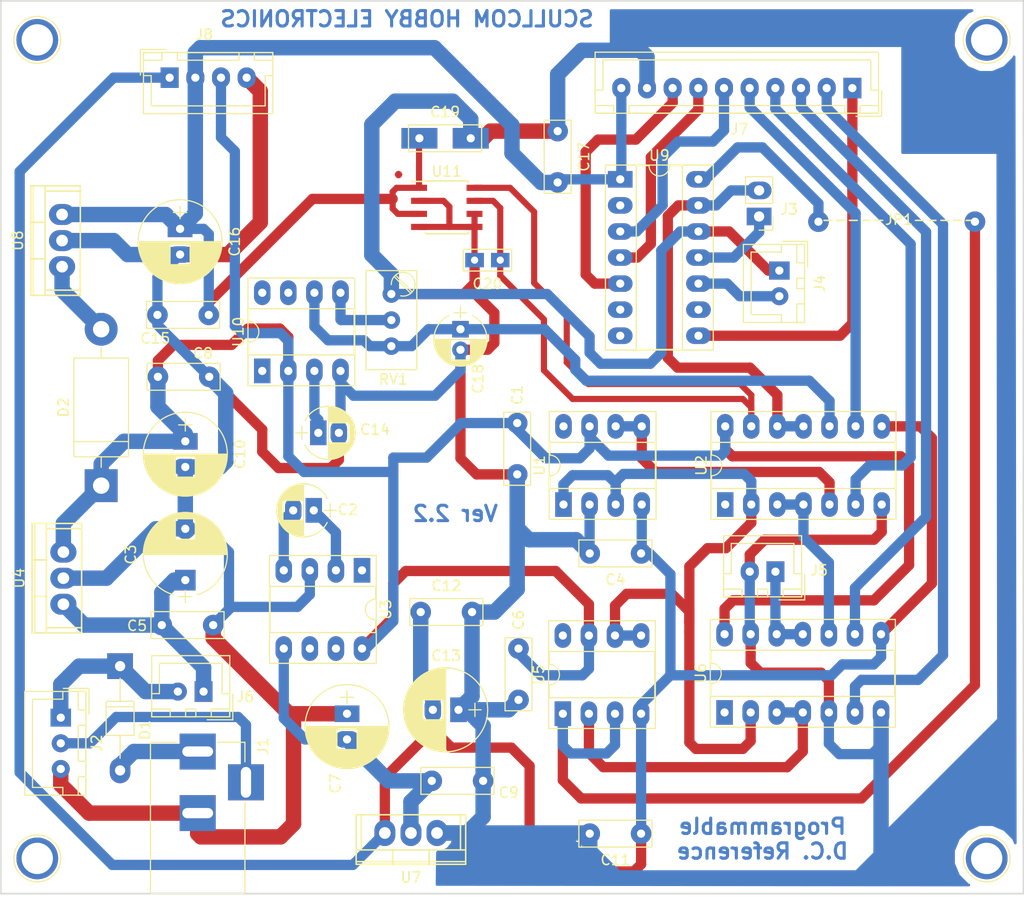
<source format=kicad_pcb>
(kicad_pcb (version 4) (host pcbnew 4.0.7)

  (general
    (links 120)
    (no_connects 0)
    (area 20.879999 20.977 120.620001 109.631)
    (thickness 1.6)
    (drawings 8)
    (tracks 477)
    (zones 0)
    (modules 47)
    (nets 35)
  )

  (page A4)
  (layers
    (0 F.Cu signal)
    (31 B.Cu signal)
    (32 B.Adhes user)
    (33 F.Adhes user)
    (34 B.Paste user)
    (35 F.Paste user)
    (36 B.SilkS user)
    (37 F.SilkS user)
    (38 B.Mask user)
    (39 F.Mask user)
    (40 Dwgs.User user)
    (41 Cmts.User user)
    (42 Eco1.User user)
    (43 Eco2.User user)
    (44 Edge.Cuts user)
    (45 Margin user)
    (46 B.CrtYd user)
    (47 F.CrtYd user)
    (48 B.Fab user)
    (49 F.Fab user)
  )

  (setup
    (last_trace_width 1)
    (trace_clearance 0.6)
    (zone_clearance 0.508)
    (zone_45_only no)
    (trace_min 0.2)
    (segment_width 0.2)
    (edge_width 0.15)
    (via_size 0.6)
    (via_drill 0.4)
    (via_min_size 0.4)
    (via_min_drill 0.3)
    (uvia_size 0.3)
    (uvia_drill 0.1)
    (uvias_allowed no)
    (uvia_min_size 0.2)
    (uvia_min_drill 0.1)
    (pcb_text_width 0.3)
    (pcb_text_size 1.5 1.5)
    (mod_edge_width 0.15)
    (mod_text_size 0.000001 0.000001)
    (mod_text_width 0.15)
    (pad_size 1.75 1.75)
    (pad_drill 0.8)
    (pad_to_mask_clearance 0.2)
    (aux_axis_origin 0 0)
    (visible_elements 7FFFFFFF)
    (pcbplotparams
      (layerselection 0x010fc_80000001)
      (usegerberextensions true)
      (excludeedgelayer true)
      (linewidth 0.100000)
      (plotframeref false)
      (viasonmask false)
      (mode 1)
      (useauxorigin true)
      (hpglpennumber 1)
      (hpglpenspeed 20)
      (hpglpendiameter 15)
      (hpglpenoverlay 2)
      (psnegative false)
      (psa4output false)
      (plotreference true)
      (plotvalue true)
      (plotinvisibletext false)
      (padsonsilk false)
      (subtractmaskfromsilk false)
      (outputformat 1)
      (mirror false)
      (drillshape 0)
      (scaleselection 1)
      (outputdirectory K:/YOU_TUBE/DC_Voltage_Calibrator_Part3/DC_Cal_main_PCB_Gerber_Files/))
  )

  (net 0 "")
  (net 1 GND)
  (net 2 "Net-(C2-Pad1)")
  (net 3 "Net-(C2-Pad2)")
  (net 4 "Net-(C3-Pad1)")
  (net 5 "Net-(C7-Pad2)")
  (net 6 "Net-(C14-Pad1)")
  (net 7 +5V)
  (net 8 +4.096V)
  (net 9 "Net-(D1-Pad2)")
  (net 10 "Net-(J1-Pad3)")
  (net 11 "Net-(J3-Pad1)")
  (net 12 "Net-(J4-Pad2)")
  (net 13 "Net-(J5-Pad1)")
  (net 14 "Net-(RV1-Pad2)")
  (net 15 "Net-(U1-Pad5)")
  (net 16 A4)
  (net 17 "Net-(U2-Pad3)")
  (net 18 A2)
  (net 19 A3)
  (net 20 A1)
  (net 21 A0)
  (net 22 -15V)
  (net 23 +15V)
  (net 24 Vref)
  (net 25 "Net-(J7-Pad6)")
  (net 26 "Net-(J7-Pad7)")
  (net 27 "Net-(J7-Pad8)")
  (net 28 +1.024V)
  (net 29 "Net-(U1-Pad1)")
  (net 30 "Net-(U5-Pad2)")
  (net 31 "Net-(D2-Pad2)")
  (net 32 "Net-(JP1-Pad1)")
  (net 33 "Net-(JP1-Pad2)")
  (net 34 "Net-(D1-Pad1)")

  (net_class Default "This is the default net class."
    (clearance 0.6)
    (trace_width 1)
    (via_dia 0.6)
    (via_drill 0.4)
    (uvia_dia 0.3)
    (uvia_drill 0.1)
    (add_net +1.024V)
    (add_net +15V)
    (add_net +4.096V)
    (add_net +5V)
    (add_net -15V)
    (add_net A0)
    (add_net A1)
    (add_net A2)
    (add_net A3)
    (add_net A4)
    (add_net GND)
    (add_net "Net-(C14-Pad1)")
    (add_net "Net-(C2-Pad1)")
    (add_net "Net-(C2-Pad2)")
    (add_net "Net-(C3-Pad1)")
    (add_net "Net-(C7-Pad2)")
    (add_net "Net-(D1-Pad1)")
    (add_net "Net-(D1-Pad2)")
    (add_net "Net-(D2-Pad2)")
    (add_net "Net-(J1-Pad3)")
    (add_net "Net-(J3-Pad1)")
    (add_net "Net-(J4-Pad2)")
    (add_net "Net-(J5-Pad1)")
    (add_net "Net-(J7-Pad6)")
    (add_net "Net-(J7-Pad7)")
    (add_net "Net-(J7-Pad8)")
    (add_net "Net-(JP1-Pad1)")
    (add_net "Net-(JP1-Pad2)")
    (add_net "Net-(RV1-Pad2)")
    (add_net "Net-(U1-Pad1)")
    (add_net "Net-(U1-Pad5)")
    (add_net "Net-(U2-Pad3)")
    (add_net "Net-(U5-Pad2)")
    (add_net Vref)
  )

  (module Wire_Connections_Bridges:WireConnection_0.80mmDrill (layer F.Cu) (tedit 5A440525) (tstamp 5A352E3B)
    (at 113.284 43.1165 180)
    (descr "WireConnection with 0.8mm drill")
    (path /5A352E5D)
    (fp_text reference -----JP1----- (at 4.8514 0.2032 180) (layer F.SilkS)
      (effects (font (size 1 1) (thickness 0.15)))
    )
    (fp_text value Jumper (at 5.715 0.4445 180) (layer F.Fab)
      (effects (font (size 1 1) (thickness 0.15)))
    )
    (fp_line (start 14.0716 -3.7592) (end 13.8684 -3.6576) (layer Cmts.User) (width 0.381))
    (fp_line (start 13.8684 -3.6576) (end 13.6398 -3.6576) (layer Cmts.User) (width 0.381))
    (fp_line (start 13.6398 -3.6576) (end 13.4366 -3.7592) (layer Cmts.User) (width 0.381))
    (fp_line (start 13.4366 -3.7592) (end 13.3604 -4.1148) (layer Cmts.User) (width 0.381))
    (fp_line (start 13.3604 -4.1148) (end 13.3604 -4.572) (layer Cmts.User) (width 0.381))
    (fp_line (start 13.3604 -4.572) (end 13.462 -4.6482) (layer Cmts.User) (width 0.381))
    (fp_line (start 13.462 -4.6482) (end 13.7668 -4.7244) (layer Cmts.User) (width 0.381))
    (fp_line (start 13.7668 -4.7244) (end 13.9954 -4.6736) (layer Cmts.User) (width 0.381))
    (fp_line (start 13.9954 -4.6736) (end 14.0462 -4.318) (layer Cmts.User) (width 0.381))
    (fp_line (start 14.0462 -4.318) (end 13.4366 -4.191) (layer Cmts.User) (width 0.381))
    (fp_line (start 13.4366 -4.191) (end 13.4366 -4.2418) (layer Cmts.User) (width 0.381))
    (fp_line (start 12.7508 -3.7084) (end 12.4206 -3.7084) (layer Cmts.User) (width 0.381))
    (fp_line (start 12.4206 -3.7084) (end 12.2174 -3.7084) (layer Cmts.User) (width 0.381))
    (fp_line (start 12.2174 -3.7084) (end 12.0396 -3.8608) (layer Cmts.User) (width 0.381))
    (fp_line (start 12.0396 -3.8608) (end 12.0396 -4.2418) (layer Cmts.User) (width 0.381))
    (fp_line (start 12.0396 -4.2418) (end 12.1412 -4.572) (layer Cmts.User) (width 0.381))
    (fp_line (start 12.1412 -4.572) (end 12.2936 -4.6482) (layer Cmts.User) (width 0.381))
    (fp_line (start 12.2936 -4.6482) (end 12.573 -4.6482) (layer Cmts.User) (width 0.381))
    (fp_line (start 12.573 -4.6482) (end 12.7508 -4.572) (layer Cmts.User) (width 0.381))
    (fp_line (start 12.7508 -4.572) (end 12.7762 -4.2672) (layer Cmts.User) (width 0.381))
    (fp_line (start 12.7762 -4.2672) (end 12.1412 -4.2418) (layer Cmts.User) (width 0.381))
    (fp_line (start 11.2268 -4.5212) (end 11.6078 -4.6736) (layer Cmts.User) (width 0.381))
    (fp_line (start 11.6078 -4.6736) (end 11.6332 -4.6736) (layer Cmts.User) (width 0.381))
    (fp_line (start 11.2014 -4.7244) (end 11.2014 -3.6576) (layer Cmts.User) (width 0.381))
    (fp_line (start 9.9822 -4.6736) (end 10.668 -4.7244) (layer Cmts.User) (width 0.381))
    (fp_line (start 10.7188 -5.207) (end 10.541 -5.207) (layer Cmts.User) (width 0.381))
    (fp_line (start 10.541 -5.207) (end 10.3886 -5.08) (layer Cmts.User) (width 0.381))
    (fp_line (start 10.3886 -5.08) (end 10.3378 -3.7084) (layer Cmts.User) (width 0.381))
    (fp_line (start 8.4328 -4.5974) (end 8.3058 -4.6736) (layer Cmts.User) (width 0.381))
    (fp_line (start 8.3058 -4.6736) (end 8.0264 -4.6736) (layer Cmts.User) (width 0.381))
    (fp_line (start 8.0264 -4.6736) (end 7.874 -4.445) (layer Cmts.User) (width 0.381))
    (fp_line (start 7.874 -4.445) (end 7.8994 -4.2672) (layer Cmts.User) (width 0.381))
    (fp_line (start 7.8994 -4.2672) (end 8.1788 -4.191) (layer Cmts.User) (width 0.381))
    (fp_line (start 8.1788 -4.191) (end 8.4328 -4.1148) (layer Cmts.User) (width 0.381))
    (fp_line (start 8.4328 -4.1148) (end 8.4836 -3.8354) (layer Cmts.User) (width 0.381))
    (fp_line (start 8.4836 -3.8354) (end 8.2804 -3.6576) (layer Cmts.User) (width 0.381))
    (fp_line (start 8.2804 -3.6576) (end 7.8994 -3.7084) (layer Cmts.User) (width 0.381))
    (fp_line (start 7.1628 -3.6576) (end 6.8072 -3.7592) (layer Cmts.User) (width 0.381))
    (fp_line (start 6.8072 -3.7592) (end 6.604 -3.8354) (layer Cmts.User) (width 0.381))
    (fp_line (start 6.604 -3.8354) (end 6.477 -4.1656) (layer Cmts.User) (width 0.381))
    (fp_line (start 6.477 -4.1656) (end 6.477 -4.4704) (layer Cmts.User) (width 0.381))
    (fp_line (start 6.477 -4.4704) (end 6.6802 -4.6736) (layer Cmts.User) (width 0.381))
    (fp_line (start 6.6802 -4.6736) (end 7.0104 -4.7244) (layer Cmts.User) (width 0.381))
    (fp_line (start 7.2136 -5.207) (end 7.2136 -3.6576) (layer Cmts.User) (width 0.381))
    (fp_line (start 5.715 -3.6576) (end 5.2578 -3.7084) (layer Cmts.User) (width 0.381))
    (fp_line (start 5.2578 -3.7084) (end 5.1054 -3.9116) (layer Cmts.User) (width 0.381))
    (fp_line (start 5.1054 -3.9116) (end 5.1308 -4.191) (layer Cmts.User) (width 0.381))
    (fp_line (start 5.1308 -4.191) (end 5.842 -4.2418) (layer Cmts.User) (width 0.381))
    (fp_line (start 5.1054 -4.572) (end 5.3848 -4.7244) (layer Cmts.User) (width 0.381))
    (fp_line (start 5.3848 -4.7244) (end 5.6388 -4.6482) (layer Cmts.User) (width 0.381))
    (fp_line (start 5.6388 -4.6482) (end 5.7912 -4.4704) (layer Cmts.User) (width 0.381))
    (fp_line (start 5.7912 -4.4704) (end 5.842 -3.6322) (layer Cmts.User) (width 0.381))
    (fp_line (start 3.6068 -3.6576) (end 3.6322 -5.2578) (layer Cmts.User) (width 0.381))
    (fp_line (start 3.6322 -5.2578) (end 4.0894 -5.2578) (layer Cmts.User) (width 0.381))
    (fp_line (start 4.0894 -5.2578) (end 4.3688 -5.1308) (layer Cmts.User) (width 0.381))
    (fp_line (start 4.3688 -5.1308) (end 4.4958 -4.8768) (layer Cmts.User) (width 0.381))
    (fp_line (start 4.4958 -4.8768) (end 4.4958 -4.5974) (layer Cmts.User) (width 0.381))
    (fp_line (start 4.4958 -4.5974) (end 4.3688 -4.3942) (layer Cmts.User) (width 0.381))
    (fp_line (start 4.3688 -4.3942) (end 4.0894 -4.445) (layer Cmts.User) (width 0.381))
    (fp_line (start 4.0894 -4.445) (end 3.6322 -4.445) (layer Cmts.User) (width 0.381))
    (fp_line (start 1.778 -3.7592) (end 1.524 -3.6576) (layer Cmts.User) (width 0.381))
    (fp_line (start 1.524 -3.6576) (end 1.27 -3.7592) (layer Cmts.User) (width 0.381))
    (fp_line (start 1.27 -3.7592) (end 1.1176 -3.9116) (layer Cmts.User) (width 0.381))
    (fp_line (start 1.1176 -3.9116) (end 1.0414 -4.318) (layer Cmts.User) (width 0.381))
    (fp_line (start 1.0414 -4.318) (end 1.1684 -4.572) (layer Cmts.User) (width 0.381))
    (fp_line (start 1.1684 -4.572) (end 1.3716 -4.6736) (layer Cmts.User) (width 0.381))
    (fp_line (start 1.3716 -4.6736) (end 1.651 -4.6482) (layer Cmts.User) (width 0.381))
    (fp_line (start 1.651 -4.6482) (end 1.8034 -4.5212) (layer Cmts.User) (width 0.381))
    (fp_line (start 1.8034 -4.5212) (end 1.8034 -4.318) (layer Cmts.User) (width 0.381))
    (fp_line (start 1.8034 -4.318) (end 1.1684 -4.2418) (layer Cmts.User) (width 0.381))
    (fp_line (start -0.1524 -4.7244) (end 0.3048 -3.6576) (layer Cmts.User) (width 0.381))
    (fp_line (start 0.3048 -3.6576) (end 0.5842 -4.6736) (layer Cmts.User) (width 0.381))
    (fp_line (start 0.5842 -4.6736) (end 0.5588 -4.6736) (layer Cmts.User) (width 0.381))
    (fp_line (start -1.4732 -4.3942) (end -1.4732 -3.9116) (layer Cmts.User) (width 0.381))
    (fp_line (start -1.4732 -3.9116) (end -1.27 -3.7084) (layer Cmts.User) (width 0.381))
    (fp_line (start -1.27 -3.7084) (end -1.0414 -3.6576) (layer Cmts.User) (width 0.381))
    (fp_line (start -1.0414 -3.6576) (end -0.762 -3.7846) (layer Cmts.User) (width 0.381))
    (fp_line (start -0.762 -3.7846) (end -0.6604 -3.9878) (layer Cmts.User) (width 0.381))
    (fp_line (start -0.6604 -3.9878) (end -0.6604 -4.445) (layer Cmts.User) (width 0.381))
    (fp_line (start -0.6604 -4.445) (end -0.8382 -4.6482) (layer Cmts.User) (width 0.381))
    (fp_line (start -0.8382 -4.6482) (end -1.1176 -4.7244) (layer Cmts.User) (width 0.381))
    (fp_line (start -1.1176 -4.7244) (end -1.4478 -4.4704) (layer Cmts.User) (width 0.381))
    (fp_line (start -3.0988 -3.6322) (end -3.0988 -5.2578) (layer Cmts.User) (width 0.381))
    (fp_line (start -3.0988 -5.2578) (end -2.6162 -4.1148) (layer Cmts.User) (width 0.381))
    (fp_line (start -2.6162 -4.1148) (end -2.1336 -5.1816) (layer Cmts.User) (width 0.381))
    (fp_line (start -2.1336 -5.1816) (end -2.1336 -3.6322) (layer Cmts.User) (width 0.381))
    (pad 1 thru_hole circle (at -2.54 0 180) (size 2 2) (drill 0.8001) (layers *.Cu *.Mask)
      (net 32 "Net-(JP1-Pad1)"))
    (pad 2 thru_hole circle (at 12.7 0 180) (size 2 2) (drill 0.8001) (layers *.Cu *.Mask)
      (net 33 "Net-(JP1-Pad2)"))
  )

  (module Capacitors_THT:CP_Radial_D5.0mm_P2.00mm (layer F.Cu) (tedit 5A44077D) (tstamp 5A188CD3)
    (at 51.435 71.247 180)
    (descr "CP, Radial series, Radial, pin pitch=2.00mm, , diameter=5mm, Electrolytic Capacitor")
    (tags "CP Radial series Radial pin pitch 2.00mm  diameter 5mm Electrolytic Capacitor")
    (path /5A15BCF2)
    (fp_text reference C2 (at -3.302 0.0635 180) (layer F.SilkS)
      (effects (font (size 1 1) (thickness 0.15)))
    )
    (fp_text value 22uF (at 1 3.81 180) (layer F.Fab)
      (effects (font (size 1 1) (thickness 0.15)))
    )
    (fp_arc (start 1 0) (end -1.30558 -1.18) (angle 125.8) (layer F.SilkS) (width 0.12))
    (fp_arc (start 1 0) (end -1.30558 1.18) (angle -125.8) (layer F.SilkS) (width 0.12))
    (fp_arc (start 1 0) (end 3.30558 -1.18) (angle 54.2) (layer F.SilkS) (width 0.12))
    (fp_circle (center 1 0) (end 3.5 0) (layer F.Fab) (width 0.1))
    (fp_line (start -2.2 0) (end -1 0) (layer F.Fab) (width 0.1))
    (fp_line (start -1.6 -0.65) (end -1.6 0.65) (layer F.Fab) (width 0.1))
    (fp_line (start 1 -2.55) (end 1 2.55) (layer F.SilkS) (width 0.12))
    (fp_line (start 1.04 -2.55) (end 1.04 -0.98) (layer F.SilkS) (width 0.12))
    (fp_line (start 1.04 0.98) (end 1.04 2.55) (layer F.SilkS) (width 0.12))
    (fp_line (start 1.08 -2.549) (end 1.08 -0.98) (layer F.SilkS) (width 0.12))
    (fp_line (start 1.08 0.98) (end 1.08 2.549) (layer F.SilkS) (width 0.12))
    (fp_line (start 1.12 -2.548) (end 1.12 -0.98) (layer F.SilkS) (width 0.12))
    (fp_line (start 1.12 0.98) (end 1.12 2.548) (layer F.SilkS) (width 0.12))
    (fp_line (start 1.16 -2.546) (end 1.16 -0.98) (layer F.SilkS) (width 0.12))
    (fp_line (start 1.16 0.98) (end 1.16 2.546) (layer F.SilkS) (width 0.12))
    (fp_line (start 1.2 -2.543) (end 1.2 -0.98) (layer F.SilkS) (width 0.12))
    (fp_line (start 1.2 0.98) (end 1.2 2.543) (layer F.SilkS) (width 0.12))
    (fp_line (start 1.24 -2.539) (end 1.24 -0.98) (layer F.SilkS) (width 0.12))
    (fp_line (start 1.24 0.98) (end 1.24 2.539) (layer F.SilkS) (width 0.12))
    (fp_line (start 1.28 -2.535) (end 1.28 -0.98) (layer F.SilkS) (width 0.12))
    (fp_line (start 1.28 0.98) (end 1.28 2.535) (layer F.SilkS) (width 0.12))
    (fp_line (start 1.32 -2.531) (end 1.32 -0.98) (layer F.SilkS) (width 0.12))
    (fp_line (start 1.32 0.98) (end 1.32 2.531) (layer F.SilkS) (width 0.12))
    (fp_line (start 1.36 -2.525) (end 1.36 -0.98) (layer F.SilkS) (width 0.12))
    (fp_line (start 1.36 0.98) (end 1.36 2.525) (layer F.SilkS) (width 0.12))
    (fp_line (start 1.4 -2.519) (end 1.4 -0.98) (layer F.SilkS) (width 0.12))
    (fp_line (start 1.4 0.98) (end 1.4 2.519) (layer F.SilkS) (width 0.12))
    (fp_line (start 1.44 -2.513) (end 1.44 -0.98) (layer F.SilkS) (width 0.12))
    (fp_line (start 1.44 0.98) (end 1.44 2.513) (layer F.SilkS) (width 0.12))
    (fp_line (start 1.48 -2.506) (end 1.48 -0.98) (layer F.SilkS) (width 0.12))
    (fp_line (start 1.48 0.98) (end 1.48 2.506) (layer F.SilkS) (width 0.12))
    (fp_line (start 1.52 -2.498) (end 1.52 -0.98) (layer F.SilkS) (width 0.12))
    (fp_line (start 1.52 0.98) (end 1.52 2.498) (layer F.SilkS) (width 0.12))
    (fp_line (start 1.56 -2.489) (end 1.56 -0.98) (layer F.SilkS) (width 0.12))
    (fp_line (start 1.56 0.98) (end 1.56 2.489) (layer F.SilkS) (width 0.12))
    (fp_line (start 1.6 -2.48) (end 1.6 -0.98) (layer F.SilkS) (width 0.12))
    (fp_line (start 1.6 0.98) (end 1.6 2.48) (layer F.SilkS) (width 0.12))
    (fp_line (start 1.64 -2.47) (end 1.64 -0.98) (layer F.SilkS) (width 0.12))
    (fp_line (start 1.64 0.98) (end 1.64 2.47) (layer F.SilkS) (width 0.12))
    (fp_line (start 1.68 -2.46) (end 1.68 -0.98) (layer F.SilkS) (width 0.12))
    (fp_line (start 1.68 0.98) (end 1.68 2.46) (layer F.SilkS) (width 0.12))
    (fp_line (start 1.721 -2.448) (end 1.721 -0.98) (layer F.SilkS) (width 0.12))
    (fp_line (start 1.721 0.98) (end 1.721 2.448) (layer F.SilkS) (width 0.12))
    (fp_line (start 1.761 -2.436) (end 1.761 -0.98) (layer F.SilkS) (width 0.12))
    (fp_line (start 1.761 0.98) (end 1.761 2.436) (layer F.SilkS) (width 0.12))
    (fp_line (start 1.801 -2.424) (end 1.801 -0.98) (layer F.SilkS) (width 0.12))
    (fp_line (start 1.801 0.98) (end 1.801 2.424) (layer F.SilkS) (width 0.12))
    (fp_line (start 1.841 -2.41) (end 1.841 -0.98) (layer F.SilkS) (width 0.12))
    (fp_line (start 1.841 0.98) (end 1.841 2.41) (layer F.SilkS) (width 0.12))
    (fp_line (start 1.881 -2.396) (end 1.881 -0.98) (layer F.SilkS) (width 0.12))
    (fp_line (start 1.881 0.98) (end 1.881 2.396) (layer F.SilkS) (width 0.12))
    (fp_line (start 1.921 -2.382) (end 1.921 -0.98) (layer F.SilkS) (width 0.12))
    (fp_line (start 1.921 0.98) (end 1.921 2.382) (layer F.SilkS) (width 0.12))
    (fp_line (start 1.961 -2.366) (end 1.961 -0.98) (layer F.SilkS) (width 0.12))
    (fp_line (start 1.961 0.98) (end 1.961 2.366) (layer F.SilkS) (width 0.12))
    (fp_line (start 2.001 -2.35) (end 2.001 -0.98) (layer F.SilkS) (width 0.12))
    (fp_line (start 2.001 0.98) (end 2.001 2.35) (layer F.SilkS) (width 0.12))
    (fp_line (start 2.041 -2.333) (end 2.041 -0.98) (layer F.SilkS) (width 0.12))
    (fp_line (start 2.041 0.98) (end 2.041 2.333) (layer F.SilkS) (width 0.12))
    (fp_line (start 2.081 -2.315) (end 2.081 -0.98) (layer F.SilkS) (width 0.12))
    (fp_line (start 2.081 0.98) (end 2.081 2.315) (layer F.SilkS) (width 0.12))
    (fp_line (start 2.121 -2.296) (end 2.121 -0.98) (layer F.SilkS) (width 0.12))
    (fp_line (start 2.121 0.98) (end 2.121 2.296) (layer F.SilkS) (width 0.12))
    (fp_line (start 2.161 -2.276) (end 2.161 -0.98) (layer F.SilkS) (width 0.12))
    (fp_line (start 2.161 0.98) (end 2.161 2.276) (layer F.SilkS) (width 0.12))
    (fp_line (start 2.201 -2.256) (end 2.201 -0.98) (layer F.SilkS) (width 0.12))
    (fp_line (start 2.201 0.98) (end 2.201 2.256) (layer F.SilkS) (width 0.12))
    (fp_line (start 2.241 -2.234) (end 2.241 -0.98) (layer F.SilkS) (width 0.12))
    (fp_line (start 2.241 0.98) (end 2.241 2.234) (layer F.SilkS) (width 0.12))
    (fp_line (start 2.281 -2.212) (end 2.281 -0.98) (layer F.SilkS) (width 0.12))
    (fp_line (start 2.281 0.98) (end 2.281 2.212) (layer F.SilkS) (width 0.12))
    (fp_line (start 2.321 -2.189) (end 2.321 -0.98) (layer F.SilkS) (width 0.12))
    (fp_line (start 2.321 0.98) (end 2.321 2.189) (layer F.SilkS) (width 0.12))
    (fp_line (start 2.361 -2.165) (end 2.361 -0.98) (layer F.SilkS) (width 0.12))
    (fp_line (start 2.361 0.98) (end 2.361 2.165) (layer F.SilkS) (width 0.12))
    (fp_line (start 2.401 -2.14) (end 2.401 -0.98) (layer F.SilkS) (width 0.12))
    (fp_line (start 2.401 0.98) (end 2.401 2.14) (layer F.SilkS) (width 0.12))
    (fp_line (start 2.441 -2.113) (end 2.441 -0.98) (layer F.SilkS) (width 0.12))
    (fp_line (start 2.441 0.98) (end 2.441 2.113) (layer F.SilkS) (width 0.12))
    (fp_line (start 2.481 -2.086) (end 2.481 -0.98) (layer F.SilkS) (width 0.12))
    (fp_line (start 2.481 0.98) (end 2.481 2.086) (layer F.SilkS) (width 0.12))
    (fp_line (start 2.521 -2.058) (end 2.521 -0.98) (layer F.SilkS) (width 0.12))
    (fp_line (start 2.521 0.98) (end 2.521 2.058) (layer F.SilkS) (width 0.12))
    (fp_line (start 2.561 -2.028) (end 2.561 -0.98) (layer F.SilkS) (width 0.12))
    (fp_line (start 2.561 0.98) (end 2.561 2.028) (layer F.SilkS) (width 0.12))
    (fp_line (start 2.601 -1.997) (end 2.601 -0.98) (layer F.SilkS) (width 0.12))
    (fp_line (start 2.601 0.98) (end 2.601 1.997) (layer F.SilkS) (width 0.12))
    (fp_line (start 2.641 -1.965) (end 2.641 -0.98) (layer F.SilkS) (width 0.12))
    (fp_line (start 2.641 0.98) (end 2.641 1.965) (layer F.SilkS) (width 0.12))
    (fp_line (start 2.681 -1.932) (end 2.681 -0.98) (layer F.SilkS) (width 0.12))
    (fp_line (start 2.681 0.98) (end 2.681 1.932) (layer F.SilkS) (width 0.12))
    (fp_line (start 2.721 -1.897) (end 2.721 -0.98) (layer F.SilkS) (width 0.12))
    (fp_line (start 2.721 0.98) (end 2.721 1.897) (layer F.SilkS) (width 0.12))
    (fp_line (start 2.761 -1.861) (end 2.761 -0.98) (layer F.SilkS) (width 0.12))
    (fp_line (start 2.761 0.98) (end 2.761 1.861) (layer F.SilkS) (width 0.12))
    (fp_line (start 2.801 -1.823) (end 2.801 -0.98) (layer F.SilkS) (width 0.12))
    (fp_line (start 2.801 0.98) (end 2.801 1.823) (layer F.SilkS) (width 0.12))
    (fp_line (start 2.841 -1.783) (end 2.841 -0.98) (layer F.SilkS) (width 0.12))
    (fp_line (start 2.841 0.98) (end 2.841 1.783) (layer F.SilkS) (width 0.12))
    (fp_line (start 2.881 -1.742) (end 2.881 -0.98) (layer F.SilkS) (width 0.12))
    (fp_line (start 2.881 0.98) (end 2.881 1.742) (layer F.SilkS) (width 0.12))
    (fp_line (start 2.921 -1.699) (end 2.921 -0.98) (layer F.SilkS) (width 0.12))
    (fp_line (start 2.921 0.98) (end 2.921 1.699) (layer F.SilkS) (width 0.12))
    (fp_line (start 2.961 -1.654) (end 2.961 -0.98) (layer F.SilkS) (width 0.12))
    (fp_line (start 2.961 0.98) (end 2.961 1.654) (layer F.SilkS) (width 0.12))
    (fp_line (start 3.001 -1.606) (end 3.001 1.606) (layer F.SilkS) (width 0.12))
    (fp_line (start 3.041 -1.556) (end 3.041 1.556) (layer F.SilkS) (width 0.12))
    (fp_line (start 3.081 -1.504) (end 3.081 1.504) (layer F.SilkS) (width 0.12))
    (fp_line (start 3.121 -1.448) (end 3.121 1.448) (layer F.SilkS) (width 0.12))
    (fp_line (start 3.161 -1.39) (end 3.161 1.39) (layer F.SilkS) (width 0.12))
    (fp_line (start 3.201 -1.327) (end 3.201 1.327) (layer F.SilkS) (width 0.12))
    (fp_line (start 3.241 -1.261) (end 3.241 1.261) (layer F.SilkS) (width 0.12))
    (fp_line (start 3.281 -1.189) (end 3.281 1.189) (layer F.SilkS) (width 0.12))
    (fp_line (start 3.321 -1.112) (end 3.321 1.112) (layer F.SilkS) (width 0.12))
    (fp_line (start 3.361 -1.028) (end 3.361 1.028) (layer F.SilkS) (width 0.12))
    (fp_line (start 3.401 -0.934) (end 3.401 0.934) (layer F.SilkS) (width 0.12))
    (fp_line (start 3.441 -0.829) (end 3.441 0.829) (layer F.SilkS) (width 0.12))
    (fp_line (start 3.481 -0.707) (end 3.481 0.707) (layer F.SilkS) (width 0.12))
    (fp_line (start 3.521 -0.559) (end 3.521 0.559) (layer F.SilkS) (width 0.12))
    (fp_line (start 3.561 -0.354) (end 3.561 0.354) (layer F.SilkS) (width 0.12))
    (fp_line (start -2.2 0) (end -1 0) (layer F.SilkS) (width 0.12))
    (fp_line (start -1.6 -0.65) (end -1.6 0.65) (layer F.SilkS) (width 0.12))
    (fp_line (start -1.85 -2.85) (end -1.85 2.85) (layer F.CrtYd) (width 0.05))
    (fp_line (start -1.85 2.85) (end 3.85 2.85) (layer F.CrtYd) (width 0.05))
    (fp_line (start 3.85 2.85) (end 3.85 -2.85) (layer F.CrtYd) (width 0.05))
    (fp_line (start 3.85 -2.85) (end -1.85 -2.85) (layer F.CrtYd) (width 0.05))
    (fp_text user %R (at 1 0 180) (layer F.Fab)
      (effects (font (size 1 1) (thickness 0.15)))
    )
    (pad 1 thru_hole rect (at 0 0 180) (size 1.6 2.4) (drill 0.8) (layers *.Cu *.Mask)
      (net 2 "Net-(C2-Pad1)"))
    (pad 2 thru_hole oval (at 2 0 180) (size 1.6 2.4) (drill 0.8) (layers *.Cu *.Mask)
      (net 3 "Net-(C2-Pad2)"))
    (model ${KISYS3DMOD}/Capacitors_THT.3dshapes/CP_Radial_D5.0mm_P2.00mm.wrl
      (at (xyz 0 0 0))
      (scale (xyz 1 1 1))
      (rotate (xyz 0 0 0))
    )
  )

  (module Capacitors_THT:CP_Radial_D8.0mm_P5.00mm (layer F.Cu) (tedit 5A353D55) (tstamp 5A188CD9)
    (at 38.9255 78.0415 90)
    (descr "CP, Radial series, Radial, pin pitch=5.00mm, , diameter=8mm, Electrolytic Capacitor")
    (tags "CP Radial series Radial pin pitch 5.00mm  diameter 8mm Electrolytic Capacitor")
    (path /5A15BBB9)
    (fp_text reference C3 (at 2.5 -5.31 90) (layer F.SilkS)
      (effects (font (size 1 1) (thickness 0.15)))
    )
    (fp_text value 220uF (at 2.7305 3.3655 90) (layer F.Fab)
      (effects (font (size 1 1) (thickness 0.15)))
    )
    (fp_arc (start 2.5 0) (end -1.416082 -1.18) (angle 146.5) (layer F.SilkS) (width 0.12))
    (fp_arc (start 2.5 0) (end -1.416082 1.18) (angle -146.5) (layer F.SilkS) (width 0.12))
    (fp_arc (start 2.5 0) (end 6.416082 -1.18) (angle 33.5) (layer F.SilkS) (width 0.12))
    (fp_circle (center 2.5 0) (end 6.5 0) (layer F.Fab) (width 0.1))
    (fp_line (start -2.2 0) (end -1 0) (layer F.Fab) (width 0.1))
    (fp_line (start -1.6 -0.65) (end -1.6 0.65) (layer F.Fab) (width 0.1))
    (fp_line (start 2.5 -4.05) (end 2.5 4.05) (layer F.SilkS) (width 0.12))
    (fp_line (start 2.54 -4.05) (end 2.54 4.05) (layer F.SilkS) (width 0.12))
    (fp_line (start 2.58 -4.05) (end 2.58 4.05) (layer F.SilkS) (width 0.12))
    (fp_line (start 2.62 -4.049) (end 2.62 4.049) (layer F.SilkS) (width 0.12))
    (fp_line (start 2.66 -4.047) (end 2.66 4.047) (layer F.SilkS) (width 0.12))
    (fp_line (start 2.7 -4.046) (end 2.7 4.046) (layer F.SilkS) (width 0.12))
    (fp_line (start 2.74 -4.043) (end 2.74 4.043) (layer F.SilkS) (width 0.12))
    (fp_line (start 2.78 -4.041) (end 2.78 4.041) (layer F.SilkS) (width 0.12))
    (fp_line (start 2.82 -4.038) (end 2.82 4.038) (layer F.SilkS) (width 0.12))
    (fp_line (start 2.86 -4.035) (end 2.86 4.035) (layer F.SilkS) (width 0.12))
    (fp_line (start 2.9 -4.031) (end 2.9 4.031) (layer F.SilkS) (width 0.12))
    (fp_line (start 2.94 -4.027) (end 2.94 4.027) (layer F.SilkS) (width 0.12))
    (fp_line (start 2.98 -4.022) (end 2.98 4.022) (layer F.SilkS) (width 0.12))
    (fp_line (start 3.02 -4.017) (end 3.02 4.017) (layer F.SilkS) (width 0.12))
    (fp_line (start 3.06 -4.012) (end 3.06 4.012) (layer F.SilkS) (width 0.12))
    (fp_line (start 3.1 -4.006) (end 3.1 4.006) (layer F.SilkS) (width 0.12))
    (fp_line (start 3.14 -4) (end 3.14 4) (layer F.SilkS) (width 0.12))
    (fp_line (start 3.18 -3.994) (end 3.18 3.994) (layer F.SilkS) (width 0.12))
    (fp_line (start 3.221 -3.987) (end 3.221 3.987) (layer F.SilkS) (width 0.12))
    (fp_line (start 3.261 -3.979) (end 3.261 3.979) (layer F.SilkS) (width 0.12))
    (fp_line (start 3.301 -3.971) (end 3.301 3.971) (layer F.SilkS) (width 0.12))
    (fp_line (start 3.341 -3.963) (end 3.341 3.963) (layer F.SilkS) (width 0.12))
    (fp_line (start 3.381 -3.955) (end 3.381 3.955) (layer F.SilkS) (width 0.12))
    (fp_line (start 3.421 -3.946) (end 3.421 3.946) (layer F.SilkS) (width 0.12))
    (fp_line (start 3.461 -3.936) (end 3.461 3.936) (layer F.SilkS) (width 0.12))
    (fp_line (start 3.501 -3.926) (end 3.501 3.926) (layer F.SilkS) (width 0.12))
    (fp_line (start 3.541 -3.916) (end 3.541 3.916) (layer F.SilkS) (width 0.12))
    (fp_line (start 3.581 -3.905) (end 3.581 3.905) (layer F.SilkS) (width 0.12))
    (fp_line (start 3.621 -3.894) (end 3.621 3.894) (layer F.SilkS) (width 0.12))
    (fp_line (start 3.661 -3.883) (end 3.661 3.883) (layer F.SilkS) (width 0.12))
    (fp_line (start 3.701 -3.87) (end 3.701 3.87) (layer F.SilkS) (width 0.12))
    (fp_line (start 3.741 -3.858) (end 3.741 3.858) (layer F.SilkS) (width 0.12))
    (fp_line (start 3.781 -3.845) (end 3.781 3.845) (layer F.SilkS) (width 0.12))
    (fp_line (start 3.821 -3.832) (end 3.821 3.832) (layer F.SilkS) (width 0.12))
    (fp_line (start 3.861 -3.818) (end 3.861 3.818) (layer F.SilkS) (width 0.12))
    (fp_line (start 3.901 -3.803) (end 3.901 3.803) (layer F.SilkS) (width 0.12))
    (fp_line (start 3.941 -3.789) (end 3.941 3.789) (layer F.SilkS) (width 0.12))
    (fp_line (start 3.981 -3.773) (end 3.981 3.773) (layer F.SilkS) (width 0.12))
    (fp_line (start 4.021 -3.758) (end 4.021 -0.98) (layer F.SilkS) (width 0.12))
    (fp_line (start 4.021 0.98) (end 4.021 3.758) (layer F.SilkS) (width 0.12))
    (fp_line (start 4.061 -3.741) (end 4.061 -0.98) (layer F.SilkS) (width 0.12))
    (fp_line (start 4.061 0.98) (end 4.061 3.741) (layer F.SilkS) (width 0.12))
    (fp_line (start 4.101 -3.725) (end 4.101 -0.98) (layer F.SilkS) (width 0.12))
    (fp_line (start 4.101 0.98) (end 4.101 3.725) (layer F.SilkS) (width 0.12))
    (fp_line (start 4.141 -3.707) (end 4.141 -0.98) (layer F.SilkS) (width 0.12))
    (fp_line (start 4.141 0.98) (end 4.141 3.707) (layer F.SilkS) (width 0.12))
    (fp_line (start 4.181 -3.69) (end 4.181 -0.98) (layer F.SilkS) (width 0.12))
    (fp_line (start 4.181 0.98) (end 4.181 3.69) (layer F.SilkS) (width 0.12))
    (fp_line (start 4.221 -3.671) (end 4.221 -0.98) (layer F.SilkS) (width 0.12))
    (fp_line (start 4.221 0.98) (end 4.221 3.671) (layer F.SilkS) (width 0.12))
    (fp_line (start 4.261 -3.652) (end 4.261 -0.98) (layer F.SilkS) (width 0.12))
    (fp_line (start 4.261 0.98) (end 4.261 3.652) (layer F.SilkS) (width 0.12))
    (fp_line (start 4.301 -3.633) (end 4.301 -0.98) (layer F.SilkS) (width 0.12))
    (fp_line (start 4.301 0.98) (end 4.301 3.633) (layer F.SilkS) (width 0.12))
    (fp_line (start 4.341 -3.613) (end 4.341 -0.98) (layer F.SilkS) (width 0.12))
    (fp_line (start 4.341 0.98) (end 4.341 3.613) (layer F.SilkS) (width 0.12))
    (fp_line (start 4.381 -3.593) (end 4.381 -0.98) (layer F.SilkS) (width 0.12))
    (fp_line (start 4.381 0.98) (end 4.381 3.593) (layer F.SilkS) (width 0.12))
    (fp_line (start 4.421 -3.572) (end 4.421 -0.98) (layer F.SilkS) (width 0.12))
    (fp_line (start 4.421 0.98) (end 4.421 3.572) (layer F.SilkS) (width 0.12))
    (fp_line (start 4.461 -3.55) (end 4.461 -0.98) (layer F.SilkS) (width 0.12))
    (fp_line (start 4.461 0.98) (end 4.461 3.55) (layer F.SilkS) (width 0.12))
    (fp_line (start 4.501 -3.528) (end 4.501 -0.98) (layer F.SilkS) (width 0.12))
    (fp_line (start 4.501 0.98) (end 4.501 3.528) (layer F.SilkS) (width 0.12))
    (fp_line (start 4.541 -3.505) (end 4.541 -0.98) (layer F.SilkS) (width 0.12))
    (fp_line (start 4.541 0.98) (end 4.541 3.505) (layer F.SilkS) (width 0.12))
    (fp_line (start 4.581 -3.482) (end 4.581 -0.98) (layer F.SilkS) (width 0.12))
    (fp_line (start 4.581 0.98) (end 4.581 3.482) (layer F.SilkS) (width 0.12))
    (fp_line (start 4.621 -3.458) (end 4.621 -0.98) (layer F.SilkS) (width 0.12))
    (fp_line (start 4.621 0.98) (end 4.621 3.458) (layer F.SilkS) (width 0.12))
    (fp_line (start 4.661 -3.434) (end 4.661 -0.98) (layer F.SilkS) (width 0.12))
    (fp_line (start 4.661 0.98) (end 4.661 3.434) (layer F.SilkS) (width 0.12))
    (fp_line (start 4.701 -3.408) (end 4.701 -0.98) (layer F.SilkS) (width 0.12))
    (fp_line (start 4.701 0.98) (end 4.701 3.408) (layer F.SilkS) (width 0.12))
    (fp_line (start 4.741 -3.383) (end 4.741 -0.98) (layer F.SilkS) (width 0.12))
    (fp_line (start 4.741 0.98) (end 4.741 3.383) (layer F.SilkS) (width 0.12))
    (fp_line (start 4.781 -3.356) (end 4.781 -0.98) (layer F.SilkS) (width 0.12))
    (fp_line (start 4.781 0.98) (end 4.781 3.356) (layer F.SilkS) (width 0.12))
    (fp_line (start 4.821 -3.329) (end 4.821 -0.98) (layer F.SilkS) (width 0.12))
    (fp_line (start 4.821 0.98) (end 4.821 3.329) (layer F.SilkS) (width 0.12))
    (fp_line (start 4.861 -3.301) (end 4.861 -0.98) (layer F.SilkS) (width 0.12))
    (fp_line (start 4.861 0.98) (end 4.861 3.301) (layer F.SilkS) (width 0.12))
    (fp_line (start 4.901 -3.272) (end 4.901 -0.98) (layer F.SilkS) (width 0.12))
    (fp_line (start 4.901 0.98) (end 4.901 3.272) (layer F.SilkS) (width 0.12))
    (fp_line (start 4.941 -3.243) (end 4.941 -0.98) (layer F.SilkS) (width 0.12))
    (fp_line (start 4.941 0.98) (end 4.941 3.243) (layer F.SilkS) (width 0.12))
    (fp_line (start 4.981 -3.213) (end 4.981 -0.98) (layer F.SilkS) (width 0.12))
    (fp_line (start 4.981 0.98) (end 4.981 3.213) (layer F.SilkS) (width 0.12))
    (fp_line (start 5.021 -3.182) (end 5.021 -0.98) (layer F.SilkS) (width 0.12))
    (fp_line (start 5.021 0.98) (end 5.021 3.182) (layer F.SilkS) (width 0.12))
    (fp_line (start 5.061 -3.15) (end 5.061 -0.98) (layer F.SilkS) (width 0.12))
    (fp_line (start 5.061 0.98) (end 5.061 3.15) (layer F.SilkS) (width 0.12))
    (fp_line (start 5.101 -3.118) (end 5.101 -0.98) (layer F.SilkS) (width 0.12))
    (fp_line (start 5.101 0.98) (end 5.101 3.118) (layer F.SilkS) (width 0.12))
    (fp_line (start 5.141 -3.084) (end 5.141 -0.98) (layer F.SilkS) (width 0.12))
    (fp_line (start 5.141 0.98) (end 5.141 3.084) (layer F.SilkS) (width 0.12))
    (fp_line (start 5.181 -3.05) (end 5.181 -0.98) (layer F.SilkS) (width 0.12))
    (fp_line (start 5.181 0.98) (end 5.181 3.05) (layer F.SilkS) (width 0.12))
    (fp_line (start 5.221 -3.015) (end 5.221 -0.98) (layer F.SilkS) (width 0.12))
    (fp_line (start 5.221 0.98) (end 5.221 3.015) (layer F.SilkS) (width 0.12))
    (fp_line (start 5.261 -2.979) (end 5.261 -0.98) (layer F.SilkS) (width 0.12))
    (fp_line (start 5.261 0.98) (end 5.261 2.979) (layer F.SilkS) (width 0.12))
    (fp_line (start 5.301 -2.942) (end 5.301 -0.98) (layer F.SilkS) (width 0.12))
    (fp_line (start 5.301 0.98) (end 5.301 2.942) (layer F.SilkS) (width 0.12))
    (fp_line (start 5.341 -2.904) (end 5.341 -0.98) (layer F.SilkS) (width 0.12))
    (fp_line (start 5.341 0.98) (end 5.341 2.904) (layer F.SilkS) (width 0.12))
    (fp_line (start 5.381 -2.865) (end 5.381 -0.98) (layer F.SilkS) (width 0.12))
    (fp_line (start 5.381 0.98) (end 5.381 2.865) (layer F.SilkS) (width 0.12))
    (fp_line (start 5.421 -2.824) (end 5.421 -0.98) (layer F.SilkS) (width 0.12))
    (fp_line (start 5.421 0.98) (end 5.421 2.824) (layer F.SilkS) (width 0.12))
    (fp_line (start 5.461 -2.783) (end 5.461 -0.98) (layer F.SilkS) (width 0.12))
    (fp_line (start 5.461 0.98) (end 5.461 2.783) (layer F.SilkS) (width 0.12))
    (fp_line (start 5.501 -2.74) (end 5.501 -0.98) (layer F.SilkS) (width 0.12))
    (fp_line (start 5.501 0.98) (end 5.501 2.74) (layer F.SilkS) (width 0.12))
    (fp_line (start 5.541 -2.697) (end 5.541 -0.98) (layer F.SilkS) (width 0.12))
    (fp_line (start 5.541 0.98) (end 5.541 2.697) (layer F.SilkS) (width 0.12))
    (fp_line (start 5.581 -2.652) (end 5.581 -0.98) (layer F.SilkS) (width 0.12))
    (fp_line (start 5.581 0.98) (end 5.581 2.652) (layer F.SilkS) (width 0.12))
    (fp_line (start 5.621 -2.605) (end 5.621 -0.98) (layer F.SilkS) (width 0.12))
    (fp_line (start 5.621 0.98) (end 5.621 2.605) (layer F.SilkS) (width 0.12))
    (fp_line (start 5.661 -2.557) (end 5.661 -0.98) (layer F.SilkS) (width 0.12))
    (fp_line (start 5.661 0.98) (end 5.661 2.557) (layer F.SilkS) (width 0.12))
    (fp_line (start 5.701 -2.508) (end 5.701 -0.98) (layer F.SilkS) (width 0.12))
    (fp_line (start 5.701 0.98) (end 5.701 2.508) (layer F.SilkS) (width 0.12))
    (fp_line (start 5.741 -2.457) (end 5.741 -0.98) (layer F.SilkS) (width 0.12))
    (fp_line (start 5.741 0.98) (end 5.741 2.457) (layer F.SilkS) (width 0.12))
    (fp_line (start 5.781 -2.404) (end 5.781 -0.98) (layer F.SilkS) (width 0.12))
    (fp_line (start 5.781 0.98) (end 5.781 2.404) (layer F.SilkS) (width 0.12))
    (fp_line (start 5.821 -2.349) (end 5.821 -0.98) (layer F.SilkS) (width 0.12))
    (fp_line (start 5.821 0.98) (end 5.821 2.349) (layer F.SilkS) (width 0.12))
    (fp_line (start 5.861 -2.293) (end 5.861 -0.98) (layer F.SilkS) (width 0.12))
    (fp_line (start 5.861 0.98) (end 5.861 2.293) (layer F.SilkS) (width 0.12))
    (fp_line (start 5.901 -2.234) (end 5.901 -0.98) (layer F.SilkS) (width 0.12))
    (fp_line (start 5.901 0.98) (end 5.901 2.234) (layer F.SilkS) (width 0.12))
    (fp_line (start 5.941 -2.173) (end 5.941 -0.98) (layer F.SilkS) (width 0.12))
    (fp_line (start 5.941 0.98) (end 5.941 2.173) (layer F.SilkS) (width 0.12))
    (fp_line (start 5.981 -2.109) (end 5.981 2.109) (layer F.SilkS) (width 0.12))
    (fp_line (start 6.021 -2.043) (end 6.021 2.043) (layer F.SilkS) (width 0.12))
    (fp_line (start 6.061 -1.974) (end 6.061 1.974) (layer F.SilkS) (width 0.12))
    (fp_line (start 6.101 -1.902) (end 6.101 1.902) (layer F.SilkS) (width 0.12))
    (fp_line (start 6.141 -1.826) (end 6.141 1.826) (layer F.SilkS) (width 0.12))
    (fp_line (start 6.181 -1.745) (end 6.181 1.745) (layer F.SilkS) (width 0.12))
    (fp_line (start 6.221 -1.66) (end 6.221 1.66) (layer F.SilkS) (width 0.12))
    (fp_line (start 6.261 -1.57) (end 6.261 1.57) (layer F.SilkS) (width 0.12))
    (fp_line (start 6.301 -1.473) (end 6.301 1.473) (layer F.SilkS) (width 0.12))
    (fp_line (start 6.341 -1.369) (end 6.341 1.369) (layer F.SilkS) (width 0.12))
    (fp_line (start 6.381 -1.254) (end 6.381 1.254) (layer F.SilkS) (width 0.12))
    (fp_line (start 6.421 -1.127) (end 6.421 1.127) (layer F.SilkS) (width 0.12))
    (fp_line (start 6.461 -0.983) (end 6.461 0.983) (layer F.SilkS) (width 0.12))
    (fp_line (start 6.501 -0.814) (end 6.501 0.814) (layer F.SilkS) (width 0.12))
    (fp_line (start 6.541 -0.598) (end 6.541 0.598) (layer F.SilkS) (width 0.12))
    (fp_line (start 6.581 -0.246) (end 6.581 0.246) (layer F.SilkS) (width 0.12))
    (fp_line (start -2.2 0) (end -1 0) (layer F.SilkS) (width 0.12))
    (fp_line (start -1.6 -0.65) (end -1.6 0.65) (layer F.SilkS) (width 0.12))
    (fp_line (start -1.85 -4.35) (end -1.85 4.35) (layer F.CrtYd) (width 0.05))
    (fp_line (start -1.85 4.35) (end 6.85 4.35) (layer F.CrtYd) (width 0.05))
    (fp_line (start 6.85 4.35) (end 6.85 -4.35) (layer F.CrtYd) (width 0.05))
    (fp_line (start 6.85 -4.35) (end -1.85 -4.35) (layer F.CrtYd) (width 0.05))
    (fp_text user %R (at 2.5 0 90) (layer F.Fab)
      (effects (font (size 1 1) (thickness 0.15)))
    )
    (pad 1 thru_hole rect (at 0 0 90) (size 2 2) (drill 0.8) (layers *.Cu *.Mask)
      (net 4 "Net-(C3-Pad1)"))
    (pad 2 thru_hole circle (at 5 0 90) (size 2 2) (drill 0.8) (layers *.Cu *.Mask)
      (net 1 GND))
    (model ${KISYS3DMOD}/Capacitors_THT.3dshapes/CP_Radial_D8.0mm_P5.00mm.wrl
      (at (xyz 0 0 0))
      (scale (xyz 1 1 1))
      (rotate (xyz 0 0 0))
    )
  )

  (module Capacitors_THT:C_Rect_L7.0mm_W2.5mm_P5.00mm (layer F.Cu) (tedit 5A353D7D) (tstamp 5A188CDF)
    (at 83.312 75.438 180)
    (descr "C, Rect series, Radial, pin pitch=5.00mm, , length*width=7*2.5mm^2, Capacitor")
    (tags "C Rect series Radial pin pitch 5.00mm  length 7mm width 2.5mm Capacitor")
    (path /5A1ACD54)
    (fp_text reference C4 (at 2.5 -2.56 180) (layer F.SilkS)
      (effects (font (size 1 1) (thickness 0.15)))
    )
    (fp_text value 100nF (at 2.413 -2.7305 180) (layer F.Fab)
      (effects (font (size 1 1) (thickness 0.15)))
    )
    (fp_line (start -1 -1.25) (end -1 1.25) (layer F.Fab) (width 0.1))
    (fp_line (start -1 1.25) (end 6 1.25) (layer F.Fab) (width 0.1))
    (fp_line (start 6 1.25) (end 6 -1.25) (layer F.Fab) (width 0.1))
    (fp_line (start 6 -1.25) (end -1 -1.25) (layer F.Fab) (width 0.1))
    (fp_line (start -1.06 -1.31) (end 6.06 -1.31) (layer F.SilkS) (width 0.12))
    (fp_line (start -1.06 1.31) (end 6.06 1.31) (layer F.SilkS) (width 0.12))
    (fp_line (start -1.06 -1.31) (end -1.06 1.31) (layer F.SilkS) (width 0.12))
    (fp_line (start 6.06 -1.31) (end 6.06 1.31) (layer F.SilkS) (width 0.12))
    (fp_line (start -1.35 -1.6) (end -1.35 1.6) (layer F.CrtYd) (width 0.05))
    (fp_line (start -1.35 1.6) (end 6.35 1.6) (layer F.CrtYd) (width 0.05))
    (fp_line (start 6.35 1.6) (end 6.35 -1.6) (layer F.CrtYd) (width 0.05))
    (fp_line (start 6.35 -1.6) (end -1.35 -1.6) (layer F.CrtYd) (width 0.05))
    (fp_text user %R (at 2.5 0 180) (layer F.Fab)
      (effects (font (size 1 1) (thickness 0.15)))
    )
    (pad 1 thru_hole circle (at 0 0 180) (size 2 2) (drill 0.8) (layers *.Cu *.Mask)
      (net 22 -15V))
    (pad 2 thru_hole circle (at 5 0 180) (size 2 2) (drill 0.8) (layers *.Cu *.Mask)
      (net 1 GND))
    (model ${KISYS3DMOD}/Capacitors_THT.3dshapes/C_Rect_L7.0mm_W2.5mm_P5.00mm.wrl
      (at (xyz 0 0 0))
      (scale (xyz 1 1 1))
      (rotate (xyz 0 0 0))
    )
  )

  (module Capacitors_THT:C_Rect_L7.0mm_W2.5mm_P5.00mm (layer F.Cu) (tedit 5A43FFEF) (tstamp 5A188CE5)
    (at 36.6395 82.423)
    (descr "C, Rect series, Radial, pin pitch=5.00mm, , length*width=7*2.5mm^2, Capacitor")
    (tags "C Rect series Radial pin pitch 5.00mm  length 7mm width 2.5mm Capacitor")
    (path /5A16DBEE)
    (fp_text reference C5 (at -2.413 0.0635) (layer F.SilkS)
      (effects (font (size 1 1) (thickness 0.15)))
    )
    (fp_text value 100nF (at 2.5 2.56) (layer F.Fab)
      (effects (font (size 1 1) (thickness 0.15)))
    )
    (fp_line (start -1 -1.25) (end -1 1.25) (layer F.Fab) (width 0.1))
    (fp_line (start -1 1.25) (end 6 1.25) (layer F.Fab) (width 0.1))
    (fp_line (start 6 1.25) (end 6 -1.25) (layer F.Fab) (width 0.1))
    (fp_line (start 6 -1.25) (end -1 -1.25) (layer F.Fab) (width 0.1))
    (fp_line (start -1.06 -1.31) (end 6.06 -1.31) (layer F.SilkS) (width 0.12))
    (fp_line (start -1.06 1.31) (end 6.06 1.31) (layer F.SilkS) (width 0.12))
    (fp_line (start -1.06 -1.31) (end -1.06 1.31) (layer F.SilkS) (width 0.12))
    (fp_line (start 6.06 -1.31) (end 6.06 1.31) (layer F.SilkS) (width 0.12))
    (fp_line (start -1.35 -1.6) (end -1.35 1.6) (layer F.CrtYd) (width 0.05))
    (fp_line (start -1.35 1.6) (end 6.35 1.6) (layer F.CrtYd) (width 0.05))
    (fp_line (start 6.35 1.6) (end 6.35 -1.6) (layer F.CrtYd) (width 0.05))
    (fp_line (start 6.35 -1.6) (end -1.35 -1.6) (layer F.CrtYd) (width 0.05))
    (fp_text user %R (at 2.5 0) (layer F.Fab)
      (effects (font (size 1 1) (thickness 0.15)))
    )
    (pad 1 thru_hole circle (at 0 0) (size 2 2) (drill 0.8) (layers *.Cu *.Mask)
      (net 4 "Net-(C3-Pad1)"))
    (pad 2 thru_hole circle (at 5 0) (size 2 2) (drill 0.8) (layers *.Cu *.Mask)
      (net 1 GND))
    (model ${KISYS3DMOD}/Capacitors_THT.3dshapes/C_Rect_L7.0mm_W2.5mm_P5.00mm.wrl
      (at (xyz 0 0 0))
      (scale (xyz 1 1 1))
      (rotate (xyz 0 0 0))
    )
  )

  (module Capacitors_THT:C_Rect_L7.0mm_W2.5mm_P5.00mm (layer F.Cu) (tedit 5A43FF64) (tstamp 5A188CEB)
    (at 71.374 84.709 270)
    (descr "C, Rect series, Radial, pin pitch=5.00mm, , length*width=7*2.5mm^2, Capacitor")
    (tags "C Rect series Radial pin pitch 5.00mm  length 7mm width 2.5mm Capacitor")
    (path /5A16E153)
    (fp_text reference C6 (at -2.794 0 270) (layer F.SilkS)
      (effects (font (size 1 1) (thickness 0.15)))
    )
    (fp_text value 100nF (at 2.5 2.56 270) (layer F.Fab)
      (effects (font (size 1 1) (thickness 0.15)))
    )
    (fp_line (start -1 -1.25) (end -1 1.25) (layer F.Fab) (width 0.1))
    (fp_line (start -1 1.25) (end 6 1.25) (layer F.Fab) (width 0.1))
    (fp_line (start 6 1.25) (end 6 -1.25) (layer F.Fab) (width 0.1))
    (fp_line (start 6 -1.25) (end -1 -1.25) (layer F.Fab) (width 0.1))
    (fp_line (start -1.06 -1.31) (end 6.06 -1.31) (layer F.SilkS) (width 0.12))
    (fp_line (start -1.06 1.31) (end 6.06 1.31) (layer F.SilkS) (width 0.12))
    (fp_line (start -1.06 -1.31) (end -1.06 1.31) (layer F.SilkS) (width 0.12))
    (fp_line (start 6.06 -1.31) (end 6.06 1.31) (layer F.SilkS) (width 0.12))
    (fp_line (start -1.35 -1.6) (end -1.35 1.6) (layer F.CrtYd) (width 0.05))
    (fp_line (start -1.35 1.6) (end 6.35 1.6) (layer F.CrtYd) (width 0.05))
    (fp_line (start 6.35 1.6) (end 6.35 -1.6) (layer F.CrtYd) (width 0.05))
    (fp_line (start 6.35 -1.6) (end -1.35 -1.6) (layer F.CrtYd) (width 0.05))
    (fp_text user %R (at 2.5 0 270) (layer F.Fab)
      (effects (font (size 1 1) (thickness 0.15)))
    )
    (pad 1 thru_hole circle (at 0 0 270) (size 2 2) (drill 0.8) (layers *.Cu *.Mask)
      (net 23 +15V))
    (pad 2 thru_hole circle (at 5 0 270) (size 2 2) (drill 0.8) (layers *.Cu *.Mask)
      (net 1 GND))
    (model ${KISYS3DMOD}/Capacitors_THT.3dshapes/C_Rect_L7.0mm_W2.5mm_P5.00mm.wrl
      (at (xyz 0 0 0))
      (scale (xyz 1 1 1))
      (rotate (xyz 0 0 0))
    )
  )

  (module Capacitors_THT:C_Rect_L7.0mm_W2.5mm_P5.00mm (layer F.Cu) (tedit 5A44001F) (tstamp 5A188CF7)
    (at 36.2585 58.2295)
    (descr "C, Rect series, Radial, pin pitch=5.00mm, , length*width=7*2.5mm^2, Capacitor")
    (tags "C Rect series Radial pin pitch 5.00mm  length 7mm width 2.5mm Capacitor")
    (path /5A16D894)
    (fp_text reference C8 (at 4.3815 -2.286) (layer F.SilkS)
      (effects (font (size 1 1) (thickness 0.15)))
    )
    (fp_text value 100nF (at 2.5 2.56) (layer F.Fab)
      (effects (font (size 1 1) (thickness 0.15)))
    )
    (fp_line (start -1 -1.25) (end -1 1.25) (layer F.Fab) (width 0.1))
    (fp_line (start -1 1.25) (end 6 1.25) (layer F.Fab) (width 0.1))
    (fp_line (start 6 1.25) (end 6 -1.25) (layer F.Fab) (width 0.1))
    (fp_line (start 6 -1.25) (end -1 -1.25) (layer F.Fab) (width 0.1))
    (fp_line (start -1.06 -1.31) (end 6.06 -1.31) (layer F.SilkS) (width 0.12))
    (fp_line (start -1.06 1.31) (end 6.06 1.31) (layer F.SilkS) (width 0.12))
    (fp_line (start -1.06 -1.31) (end -1.06 1.31) (layer F.SilkS) (width 0.12))
    (fp_line (start 6.06 -1.31) (end 6.06 1.31) (layer F.SilkS) (width 0.12))
    (fp_line (start -1.35 -1.6) (end -1.35 1.6) (layer F.CrtYd) (width 0.05))
    (fp_line (start -1.35 1.6) (end 6.35 1.6) (layer F.CrtYd) (width 0.05))
    (fp_line (start 6.35 1.6) (end 6.35 -1.6) (layer F.CrtYd) (width 0.05))
    (fp_line (start 6.35 -1.6) (end -1.35 -1.6) (layer F.CrtYd) (width 0.05))
    (fp_text user %R (at 2.5 0) (layer F.Fab)
      (effects (font (size 1 1) (thickness 0.15)))
    )
    (pad 1 thru_hole circle (at 0 0) (size 2 2) (drill 0.8) (layers *.Cu *.Mask)
      (net 23 +15V))
    (pad 2 thru_hole circle (at 5 0) (size 2 2) (drill 0.8) (layers *.Cu *.Mask)
      (net 1 GND))
    (model ${KISYS3DMOD}/Capacitors_THT.3dshapes/C_Rect_L7.0mm_W2.5mm_P5.00mm.wrl
      (at (xyz 0 0 0))
      (scale (xyz 1 1 1))
      (rotate (xyz 0 0 0))
    )
  )

  (module Capacitors_THT:C_Rect_L7.0mm_W2.5mm_P5.00mm (layer F.Cu) (tedit 5A43FF27) (tstamp 5A188CFD)
    (at 62.9285 97.5995)
    (descr "C, Rect series, Radial, pin pitch=5.00mm, , length*width=7*2.5mm^2, Capacitor")
    (tags "C Rect series Radial pin pitch 5.00mm  length 7mm width 2.5mm Capacitor")
    (path /5A1752DF)
    (fp_text reference C9 (at 7.493 1.143) (layer F.SilkS)
      (effects (font (size 1 1) (thickness 0.15)))
    )
    (fp_text value 100nF (at 2.5 2.56) (layer F.Fab)
      (effects (font (size 1 1) (thickness 0.15)))
    )
    (fp_line (start -1 -1.25) (end -1 1.25) (layer F.Fab) (width 0.1))
    (fp_line (start -1 1.25) (end 6 1.25) (layer F.Fab) (width 0.1))
    (fp_line (start 6 1.25) (end 6 -1.25) (layer F.Fab) (width 0.1))
    (fp_line (start 6 -1.25) (end -1 -1.25) (layer F.Fab) (width 0.1))
    (fp_line (start -1.06 -1.31) (end 6.06 -1.31) (layer F.SilkS) (width 0.12))
    (fp_line (start -1.06 1.31) (end 6.06 1.31) (layer F.SilkS) (width 0.12))
    (fp_line (start -1.06 -1.31) (end -1.06 1.31) (layer F.SilkS) (width 0.12))
    (fp_line (start 6.06 -1.31) (end 6.06 1.31) (layer F.SilkS) (width 0.12))
    (fp_line (start -1.35 -1.6) (end -1.35 1.6) (layer F.CrtYd) (width 0.05))
    (fp_line (start -1.35 1.6) (end 6.35 1.6) (layer F.CrtYd) (width 0.05))
    (fp_line (start 6.35 1.6) (end 6.35 -1.6) (layer F.CrtYd) (width 0.05))
    (fp_line (start 6.35 -1.6) (end -1.35 -1.6) (layer F.CrtYd) (width 0.05))
    (fp_text user %R (at 2.5 0) (layer F.Fab)
      (effects (font (size 1 1) (thickness 0.15)))
    )
    (pad 1 thru_hole circle (at 0 0) (size 2 2) (drill 0.8) (layers *.Cu *.Mask)
      (net 5 "Net-(C7-Pad2)"))
    (pad 2 thru_hole circle (at 5 0) (size 2 2) (drill 0.8) (layers *.Cu *.Mask)
      (net 1 GND))
    (model ${KISYS3DMOD}/Capacitors_THT.3dshapes/C_Rect_L7.0mm_W2.5mm_P5.00mm.wrl
      (at (xyz 0 0 0))
      (scale (xyz 1 1 1))
      (rotate (xyz 0 0 0))
    )
  )

  (module Capacitors_THT:CP_Radial_D5.0mm_P2.00mm (layer F.Cu) (tedit 5A357382) (tstamp 5A188D1B)
    (at 51.8795 63.6905)
    (descr "CP, Radial series, Radial, pin pitch=2.00mm, , diameter=5mm, Electrolytic Capacitor")
    (tags "CP Radial series Radial pin pitch 2.00mm  diameter 5mm Electrolytic Capacitor")
    (path /5A15BD8C)
    (fp_text reference C14 (at 5.5245 -0.3175) (layer F.SilkS)
      (effects (font (size 1 1) (thickness 0.15)))
    )
    (fp_text value 1uF (at 1 3.81) (layer F.Fab)
      (effects (font (size 1 1) (thickness 0.15)))
    )
    (fp_arc (start 1 0) (end -1.30558 -1.18) (angle 125.8) (layer F.SilkS) (width 0.12))
    (fp_arc (start 1 0) (end -1.30558 1.18) (angle -125.8) (layer F.SilkS) (width 0.12))
    (fp_arc (start 1 0) (end 3.30558 -1.18) (angle 54.2) (layer F.SilkS) (width 0.12))
    (fp_circle (center 1 0) (end 3.5 0) (layer F.Fab) (width 0.1))
    (fp_line (start -2.2 0) (end -1 0) (layer F.Fab) (width 0.1))
    (fp_line (start -1.6 -0.65) (end -1.6 0.65) (layer F.Fab) (width 0.1))
    (fp_line (start 1 -2.55) (end 1 2.55) (layer F.SilkS) (width 0.12))
    (fp_line (start 1.04 -2.55) (end 1.04 -0.98) (layer F.SilkS) (width 0.12))
    (fp_line (start 1.04 0.98) (end 1.04 2.55) (layer F.SilkS) (width 0.12))
    (fp_line (start 1.08 -2.549) (end 1.08 -0.98) (layer F.SilkS) (width 0.12))
    (fp_line (start 1.08 0.98) (end 1.08 2.549) (layer F.SilkS) (width 0.12))
    (fp_line (start 1.12 -2.548) (end 1.12 -0.98) (layer F.SilkS) (width 0.12))
    (fp_line (start 1.12 0.98) (end 1.12 2.548) (layer F.SilkS) (width 0.12))
    (fp_line (start 1.16 -2.546) (end 1.16 -0.98) (layer F.SilkS) (width 0.12))
    (fp_line (start 1.16 0.98) (end 1.16 2.546) (layer F.SilkS) (width 0.12))
    (fp_line (start 1.2 -2.543) (end 1.2 -0.98) (layer F.SilkS) (width 0.12))
    (fp_line (start 1.2 0.98) (end 1.2 2.543) (layer F.SilkS) (width 0.12))
    (fp_line (start 1.24 -2.539) (end 1.24 -0.98) (layer F.SilkS) (width 0.12))
    (fp_line (start 1.24 0.98) (end 1.24 2.539) (layer F.SilkS) (width 0.12))
    (fp_line (start 1.28 -2.535) (end 1.28 -0.98) (layer F.SilkS) (width 0.12))
    (fp_line (start 1.28 0.98) (end 1.28 2.535) (layer F.SilkS) (width 0.12))
    (fp_line (start 1.32 -2.531) (end 1.32 -0.98) (layer F.SilkS) (width 0.12))
    (fp_line (start 1.32 0.98) (end 1.32 2.531) (layer F.SilkS) (width 0.12))
    (fp_line (start 1.36 -2.525) (end 1.36 -0.98) (layer F.SilkS) (width 0.12))
    (fp_line (start 1.36 0.98) (end 1.36 2.525) (layer F.SilkS) (width 0.12))
    (fp_line (start 1.4 -2.519) (end 1.4 -0.98) (layer F.SilkS) (width 0.12))
    (fp_line (start 1.4 0.98) (end 1.4 2.519) (layer F.SilkS) (width 0.12))
    (fp_line (start 1.44 -2.513) (end 1.44 -0.98) (layer F.SilkS) (width 0.12))
    (fp_line (start 1.44 0.98) (end 1.44 2.513) (layer F.SilkS) (width 0.12))
    (fp_line (start 1.48 -2.506) (end 1.48 -0.98) (layer F.SilkS) (width 0.12))
    (fp_line (start 1.48 0.98) (end 1.48 2.506) (layer F.SilkS) (width 0.12))
    (fp_line (start 1.52 -2.498) (end 1.52 -0.98) (layer F.SilkS) (width 0.12))
    (fp_line (start 1.52 0.98) (end 1.52 2.498) (layer F.SilkS) (width 0.12))
    (fp_line (start 1.56 -2.489) (end 1.56 -0.98) (layer F.SilkS) (width 0.12))
    (fp_line (start 1.56 0.98) (end 1.56 2.489) (layer F.SilkS) (width 0.12))
    (fp_line (start 1.6 -2.48) (end 1.6 -0.98) (layer F.SilkS) (width 0.12))
    (fp_line (start 1.6 0.98) (end 1.6 2.48) (layer F.SilkS) (width 0.12))
    (fp_line (start 1.64 -2.47) (end 1.64 -0.98) (layer F.SilkS) (width 0.12))
    (fp_line (start 1.64 0.98) (end 1.64 2.47) (layer F.SilkS) (width 0.12))
    (fp_line (start 1.68 -2.46) (end 1.68 -0.98) (layer F.SilkS) (width 0.12))
    (fp_line (start 1.68 0.98) (end 1.68 2.46) (layer F.SilkS) (width 0.12))
    (fp_line (start 1.721 -2.448) (end 1.721 -0.98) (layer F.SilkS) (width 0.12))
    (fp_line (start 1.721 0.98) (end 1.721 2.448) (layer F.SilkS) (width 0.12))
    (fp_line (start 1.761 -2.436) (end 1.761 -0.98) (layer F.SilkS) (width 0.12))
    (fp_line (start 1.761 0.98) (end 1.761 2.436) (layer F.SilkS) (width 0.12))
    (fp_line (start 1.801 -2.424) (end 1.801 -0.98) (layer F.SilkS) (width 0.12))
    (fp_line (start 1.801 0.98) (end 1.801 2.424) (layer F.SilkS) (width 0.12))
    (fp_line (start 1.841 -2.41) (end 1.841 -0.98) (layer F.SilkS) (width 0.12))
    (fp_line (start 1.841 0.98) (end 1.841 2.41) (layer F.SilkS) (width 0.12))
    (fp_line (start 1.881 -2.396) (end 1.881 -0.98) (layer F.SilkS) (width 0.12))
    (fp_line (start 1.881 0.98) (end 1.881 2.396) (layer F.SilkS) (width 0.12))
    (fp_line (start 1.921 -2.382) (end 1.921 -0.98) (layer F.SilkS) (width 0.12))
    (fp_line (start 1.921 0.98) (end 1.921 2.382) (layer F.SilkS) (width 0.12))
    (fp_line (start 1.961 -2.366) (end 1.961 -0.98) (layer F.SilkS) (width 0.12))
    (fp_line (start 1.961 0.98) (end 1.961 2.366) (layer F.SilkS) (width 0.12))
    (fp_line (start 2.001 -2.35) (end 2.001 -0.98) (layer F.SilkS) (width 0.12))
    (fp_line (start 2.001 0.98) (end 2.001 2.35) (layer F.SilkS) (width 0.12))
    (fp_line (start 2.041 -2.333) (end 2.041 -0.98) (layer F.SilkS) (width 0.12))
    (fp_line (start 2.041 0.98) (end 2.041 2.333) (layer F.SilkS) (width 0.12))
    (fp_line (start 2.081 -2.315) (end 2.081 -0.98) (layer F.SilkS) (width 0.12))
    (fp_line (start 2.081 0.98) (end 2.081 2.315) (layer F.SilkS) (width 0.12))
    (fp_line (start 2.121 -2.296) (end 2.121 -0.98) (layer F.SilkS) (width 0.12))
    (fp_line (start 2.121 0.98) (end 2.121 2.296) (layer F.SilkS) (width 0.12))
    (fp_line (start 2.161 -2.276) (end 2.161 -0.98) (layer F.SilkS) (width 0.12))
    (fp_line (start 2.161 0.98) (end 2.161 2.276) (layer F.SilkS) (width 0.12))
    (fp_line (start 2.201 -2.256) (end 2.201 -0.98) (layer F.SilkS) (width 0.12))
    (fp_line (start 2.201 0.98) (end 2.201 2.256) (layer F.SilkS) (width 0.12))
    (fp_line (start 2.241 -2.234) (end 2.241 -0.98) (layer F.SilkS) (width 0.12))
    (fp_line (start 2.241 0.98) (end 2.241 2.234) (layer F.SilkS) (width 0.12))
    (fp_line (start 2.281 -2.212) (end 2.281 -0.98) (layer F.SilkS) (width 0.12))
    (fp_line (start 2.281 0.98) (end 2.281 2.212) (layer F.SilkS) (width 0.12))
    (fp_line (start 2.321 -2.189) (end 2.321 -0.98) (layer F.SilkS) (width 0.12))
    (fp_line (start 2.321 0.98) (end 2.321 2.189) (layer F.SilkS) (width 0.12))
    (fp_line (start 2.361 -2.165) (end 2.361 -0.98) (layer F.SilkS) (width 0.12))
    (fp_line (start 2.361 0.98) (end 2.361 2.165) (layer F.SilkS) (width 0.12))
    (fp_line (start 2.401 -2.14) (end 2.401 -0.98) (layer F.SilkS) (width 0.12))
    (fp_line (start 2.401 0.98) (end 2.401 2.14) (layer F.SilkS) (width 0.12))
    (fp_line (start 2.441 -2.113) (end 2.441 -0.98) (layer F.SilkS) (width 0.12))
    (fp_line (start 2.441 0.98) (end 2.441 2.113) (layer F.SilkS) (width 0.12))
    (fp_line (start 2.481 -2.086) (end 2.481 -0.98) (layer F.SilkS) (width 0.12))
    (fp_line (start 2.481 0.98) (end 2.481 2.086) (layer F.SilkS) (width 0.12))
    (fp_line (start 2.521 -2.058) (end 2.521 -0.98) (layer F.SilkS) (width 0.12))
    (fp_line (start 2.521 0.98) (end 2.521 2.058) (layer F.SilkS) (width 0.12))
    (fp_line (start 2.561 -2.028) (end 2.561 -0.98) (layer F.SilkS) (width 0.12))
    (fp_line (start 2.561 0.98) (end 2.561 2.028) (layer F.SilkS) (width 0.12))
    (fp_line (start 2.601 -1.997) (end 2.601 -0.98) (layer F.SilkS) (width 0.12))
    (fp_line (start 2.601 0.98) (end 2.601 1.997) (layer F.SilkS) (width 0.12))
    (fp_line (start 2.641 -1.965) (end 2.641 -0.98) (layer F.SilkS) (width 0.12))
    (fp_line (start 2.641 0.98) (end 2.641 1.965) (layer F.SilkS) (width 0.12))
    (fp_line (start 2.681 -1.932) (end 2.681 -0.98) (layer F.SilkS) (width 0.12))
    (fp_line (start 2.681 0.98) (end 2.681 1.932) (layer F.SilkS) (width 0.12))
    (fp_line (start 2.721 -1.897) (end 2.721 -0.98) (layer F.SilkS) (width 0.12))
    (fp_line (start 2.721 0.98) (end 2.721 1.897) (layer F.SilkS) (width 0.12))
    (fp_line (start 2.761 -1.861) (end 2.761 -0.98) (layer F.SilkS) (width 0.12))
    (fp_line (start 2.761 0.98) (end 2.761 1.861) (layer F.SilkS) (width 0.12))
    (fp_line (start 2.801 -1.823) (end 2.801 -0.98) (layer F.SilkS) (width 0.12))
    (fp_line (start 2.801 0.98) (end 2.801 1.823) (layer F.SilkS) (width 0.12))
    (fp_line (start 2.841 -1.783) (end 2.841 -0.98) (layer F.SilkS) (width 0.12))
    (fp_line (start 2.841 0.98) (end 2.841 1.783) (layer F.SilkS) (width 0.12))
    (fp_line (start 2.881 -1.742) (end 2.881 -0.98) (layer F.SilkS) (width 0.12))
    (fp_line (start 2.881 0.98) (end 2.881 1.742) (layer F.SilkS) (width 0.12))
    (fp_line (start 2.921 -1.699) (end 2.921 -0.98) (layer F.SilkS) (width 0.12))
    (fp_line (start 2.921 0.98) (end 2.921 1.699) (layer F.SilkS) (width 0.12))
    (fp_line (start 2.961 -1.654) (end 2.961 -0.98) (layer F.SilkS) (width 0.12))
    (fp_line (start 2.961 0.98) (end 2.961 1.654) (layer F.SilkS) (width 0.12))
    (fp_line (start 3.001 -1.606) (end 3.001 1.606) (layer F.SilkS) (width 0.12))
    (fp_line (start 3.041 -1.556) (end 3.041 1.556) (layer F.SilkS) (width 0.12))
    (fp_line (start 3.081 -1.504) (end 3.081 1.504) (layer F.SilkS) (width 0.12))
    (fp_line (start 3.121 -1.448) (end 3.121 1.448) (layer F.SilkS) (width 0.12))
    (fp_line (start 3.161 -1.39) (end 3.161 1.39) (layer F.SilkS) (width 0.12))
    (fp_line (start 3.201 -1.327) (end 3.201 1.327) (layer F.SilkS) (width 0.12))
    (fp_line (start 3.241 -1.261) (end 3.241 1.261) (layer F.SilkS) (width 0.12))
    (fp_line (start 3.281 -1.189) (end 3.281 1.189) (layer F.SilkS) (width 0.12))
    (fp_line (start 3.321 -1.112) (end 3.321 1.112) (layer F.SilkS) (width 0.12))
    (fp_line (start 3.361 -1.028) (end 3.361 1.028) (layer F.SilkS) (width 0.12))
    (fp_line (start 3.401 -0.934) (end 3.401 0.934) (layer F.SilkS) (width 0.12))
    (fp_line (start 3.441 -0.829) (end 3.441 0.829) (layer F.SilkS) (width 0.12))
    (fp_line (start 3.481 -0.707) (end 3.481 0.707) (layer F.SilkS) (width 0.12))
    (fp_line (start 3.521 -0.559) (end 3.521 0.559) (layer F.SilkS) (width 0.12))
    (fp_line (start 3.561 -0.354) (end 3.561 0.354) (layer F.SilkS) (width 0.12))
    (fp_line (start -2.2 0) (end -1 0) (layer F.SilkS) (width 0.12))
    (fp_line (start -1.6 -0.65) (end -1.6 0.65) (layer F.SilkS) (width 0.12))
    (fp_line (start -1.85 -2.85) (end -1.85 2.85) (layer F.CrtYd) (width 0.05))
    (fp_line (start -1.85 2.85) (end 3.85 2.85) (layer F.CrtYd) (width 0.05))
    (fp_line (start 3.85 2.85) (end 3.85 -2.85) (layer F.CrtYd) (width 0.05))
    (fp_line (start 3.85 -2.85) (end -1.85 -2.85) (layer F.CrtYd) (width 0.05))
    (fp_text user %R (at 1 0) (layer F.Fab)
      (effects (font (size 1 1) (thickness 0.15)))
    )
    (pad 1 thru_hole rect (at 0 0) (size 1.6 2.4) (drill 0.8) (layers *.Cu *.Mask)
      (net 6 "Net-(C14-Pad1)"))
    (pad 2 thru_hole oval (at 2 0) (size 1.6 2.4) (drill 0.8) (layers *.Cu *.Mask)
      (net 1 GND))
    (model ${KISYS3DMOD}/Capacitors_THT.3dshapes/CP_Radial_D5.0mm_P2.00mm.wrl
      (at (xyz 0 0 0))
      (scale (xyz 1 1 1))
      (rotate (xyz 0 0 0))
    )
  )

  (module Capacitors_THT:C_Rect_L7.0mm_W2.5mm_P5.00mm (layer F.Cu) (tedit 5A440017) (tstamp 5A188D21)
    (at 41.2115 52.197 180)
    (descr "C, Rect series, Radial, pin pitch=5.00mm, , length*width=7*2.5mm^2, Capacitor")
    (tags "C Rect series Radial pin pitch 5.00mm  length 7mm width 2.5mm Capacitor")
    (path /5A16DC4D)
    (fp_text reference C15 (at 5.207 -2.286 180) (layer F.SilkS)
      (effects (font (size 1 1) (thickness 0.15)))
    )
    (fp_text value 100nF (at 2.5 2.56 180) (layer F.Fab)
      (effects (font (size 1 1) (thickness 0.15)))
    )
    (fp_line (start -1 -1.25) (end -1 1.25) (layer F.Fab) (width 0.1))
    (fp_line (start -1 1.25) (end 6 1.25) (layer F.Fab) (width 0.1))
    (fp_line (start 6 1.25) (end 6 -1.25) (layer F.Fab) (width 0.1))
    (fp_line (start 6 -1.25) (end -1 -1.25) (layer F.Fab) (width 0.1))
    (fp_line (start -1.06 -1.31) (end 6.06 -1.31) (layer F.SilkS) (width 0.12))
    (fp_line (start -1.06 1.31) (end 6.06 1.31) (layer F.SilkS) (width 0.12))
    (fp_line (start -1.06 -1.31) (end -1.06 1.31) (layer F.SilkS) (width 0.12))
    (fp_line (start 6.06 -1.31) (end 6.06 1.31) (layer F.SilkS) (width 0.12))
    (fp_line (start -1.35 -1.6) (end -1.35 1.6) (layer F.CrtYd) (width 0.05))
    (fp_line (start -1.35 1.6) (end 6.35 1.6) (layer F.CrtYd) (width 0.05))
    (fp_line (start 6.35 1.6) (end 6.35 -1.6) (layer F.CrtYd) (width 0.05))
    (fp_line (start 6.35 -1.6) (end -1.35 -1.6) (layer F.CrtYd) (width 0.05))
    (fp_text user %R (at 2.5 0 180) (layer F.Fab)
      (effects (font (size 1 1) (thickness 0.15)))
    )
    (pad 1 thru_hole circle (at 0 0 180) (size 2 2) (drill 0.8) (layers *.Cu *.Mask)
      (net 7 +5V))
    (pad 2 thru_hole circle (at 5 0 180) (size 2 2) (drill 0.8) (layers *.Cu *.Mask)
      (net 1 GND))
    (model ${KISYS3DMOD}/Capacitors_THT.3dshapes/C_Rect_L7.0mm_W2.5mm_P5.00mm.wrl
      (at (xyz 0 0 0))
      (scale (xyz 1 1 1))
      (rotate (xyz 0 0 0))
    )
  )

  (module Capacitors_THT:CP_Radial_D5.0mm_P2.00mm (layer F.Cu) (tedit 5A357424) (tstamp 5A188D33)
    (at 65.7225 53.594 270)
    (descr "CP, Radial series, Radial, pin pitch=2.00mm, , diameter=5mm, Electrolytic Capacitor")
    (tags "CP Radial series Radial pin pitch 2.00mm  diameter 5mm Electrolytic Capacitor")
    (path /5A165F80)
    (fp_text reference C18 (at 4.826 -1.7145 270) (layer F.SilkS)
      (effects (font (size 1 1) (thickness 0.15)))
    )
    (fp_text value 22uF (at 3.3655 2.413 270) (layer F.Fab)
      (effects (font (size 1 1) (thickness 0.15)))
    )
    (fp_arc (start 1 0) (end -1.30558 -1.18) (angle 125.8) (layer F.SilkS) (width 0.12))
    (fp_arc (start 1 0) (end -1.30558 1.18) (angle -125.8) (layer F.SilkS) (width 0.12))
    (fp_arc (start 1 0) (end 3.30558 -1.18) (angle 54.2) (layer F.SilkS) (width 0.12))
    (fp_circle (center 1 0) (end 3.5 0) (layer F.Fab) (width 0.1))
    (fp_line (start -2.2 0) (end -1 0) (layer F.Fab) (width 0.1))
    (fp_line (start -1.6 -0.65) (end -1.6 0.65) (layer F.Fab) (width 0.1))
    (fp_line (start 1 -2.55) (end 1 2.55) (layer F.SilkS) (width 0.12))
    (fp_line (start 1.04 -2.55) (end 1.04 -0.98) (layer F.SilkS) (width 0.12))
    (fp_line (start 1.04 0.98) (end 1.04 2.55) (layer F.SilkS) (width 0.12))
    (fp_line (start 1.08 -2.549) (end 1.08 -0.98) (layer F.SilkS) (width 0.12))
    (fp_line (start 1.08 0.98) (end 1.08 2.549) (layer F.SilkS) (width 0.12))
    (fp_line (start 1.12 -2.548) (end 1.12 -0.98) (layer F.SilkS) (width 0.12))
    (fp_line (start 1.12 0.98) (end 1.12 2.548) (layer F.SilkS) (width 0.12))
    (fp_line (start 1.16 -2.546) (end 1.16 -0.98) (layer F.SilkS) (width 0.12))
    (fp_line (start 1.16 0.98) (end 1.16 2.546) (layer F.SilkS) (width 0.12))
    (fp_line (start 1.2 -2.543) (end 1.2 -0.98) (layer F.SilkS) (width 0.12))
    (fp_line (start 1.2 0.98) (end 1.2 2.543) (layer F.SilkS) (width 0.12))
    (fp_line (start 1.24 -2.539) (end 1.24 -0.98) (layer F.SilkS) (width 0.12))
    (fp_line (start 1.24 0.98) (end 1.24 2.539) (layer F.SilkS) (width 0.12))
    (fp_line (start 1.28 -2.535) (end 1.28 -0.98) (layer F.SilkS) (width 0.12))
    (fp_line (start 1.28 0.98) (end 1.28 2.535) (layer F.SilkS) (width 0.12))
    (fp_line (start 1.32 -2.531) (end 1.32 -0.98) (layer F.SilkS) (width 0.12))
    (fp_line (start 1.32 0.98) (end 1.32 2.531) (layer F.SilkS) (width 0.12))
    (fp_line (start 1.36 -2.525) (end 1.36 -0.98) (layer F.SilkS) (width 0.12))
    (fp_line (start 1.36 0.98) (end 1.36 2.525) (layer F.SilkS) (width 0.12))
    (fp_line (start 1.4 -2.519) (end 1.4 -0.98) (layer F.SilkS) (width 0.12))
    (fp_line (start 1.4 0.98) (end 1.4 2.519) (layer F.SilkS) (width 0.12))
    (fp_line (start 1.44 -2.513) (end 1.44 -0.98) (layer F.SilkS) (width 0.12))
    (fp_line (start 1.44 0.98) (end 1.44 2.513) (layer F.SilkS) (width 0.12))
    (fp_line (start 1.48 -2.506) (end 1.48 -0.98) (layer F.SilkS) (width 0.12))
    (fp_line (start 1.48 0.98) (end 1.48 2.506) (layer F.SilkS) (width 0.12))
    (fp_line (start 1.52 -2.498) (end 1.52 -0.98) (layer F.SilkS) (width 0.12))
    (fp_line (start 1.52 0.98) (end 1.52 2.498) (layer F.SilkS) (width 0.12))
    (fp_line (start 1.56 -2.489) (end 1.56 -0.98) (layer F.SilkS) (width 0.12))
    (fp_line (start 1.56 0.98) (end 1.56 2.489) (layer F.SilkS) (width 0.12))
    (fp_line (start 1.6 -2.48) (end 1.6 -0.98) (layer F.SilkS) (width 0.12))
    (fp_line (start 1.6 0.98) (end 1.6 2.48) (layer F.SilkS) (width 0.12))
    (fp_line (start 1.64 -2.47) (end 1.64 -0.98) (layer F.SilkS) (width 0.12))
    (fp_line (start 1.64 0.98) (end 1.64 2.47) (layer F.SilkS) (width 0.12))
    (fp_line (start 1.68 -2.46) (end 1.68 -0.98) (layer F.SilkS) (width 0.12))
    (fp_line (start 1.68 0.98) (end 1.68 2.46) (layer F.SilkS) (width 0.12))
    (fp_line (start 1.721 -2.448) (end 1.721 -0.98) (layer F.SilkS) (width 0.12))
    (fp_line (start 1.721 0.98) (end 1.721 2.448) (layer F.SilkS) (width 0.12))
    (fp_line (start 1.761 -2.436) (end 1.761 -0.98) (layer F.SilkS) (width 0.12))
    (fp_line (start 1.761 0.98) (end 1.761 2.436) (layer F.SilkS) (width 0.12))
    (fp_line (start 1.801 -2.424) (end 1.801 -0.98) (layer F.SilkS) (width 0.12))
    (fp_line (start 1.801 0.98) (end 1.801 2.424) (layer F.SilkS) (width 0.12))
    (fp_line (start 1.841 -2.41) (end 1.841 -0.98) (layer F.SilkS) (width 0.12))
    (fp_line (start 1.841 0.98) (end 1.841 2.41) (layer F.SilkS) (width 0.12))
    (fp_line (start 1.881 -2.396) (end 1.881 -0.98) (layer F.SilkS) (width 0.12))
    (fp_line (start 1.881 0.98) (end 1.881 2.396) (layer F.SilkS) (width 0.12))
    (fp_line (start 1.921 -2.382) (end 1.921 -0.98) (layer F.SilkS) (width 0.12))
    (fp_line (start 1.921 0.98) (end 1.921 2.382) (layer F.SilkS) (width 0.12))
    (fp_line (start 1.961 -2.366) (end 1.961 -0.98) (layer F.SilkS) (width 0.12))
    (fp_line (start 1.961 0.98) (end 1.961 2.366) (layer F.SilkS) (width 0.12))
    (fp_line (start 2.001 -2.35) (end 2.001 -0.98) (layer F.SilkS) (width 0.12))
    (fp_line (start 2.001 0.98) (end 2.001 2.35) (layer F.SilkS) (width 0.12))
    (fp_line (start 2.041 -2.333) (end 2.041 -0.98) (layer F.SilkS) (width 0.12))
    (fp_line (start 2.041 0.98) (end 2.041 2.333) (layer F.SilkS) (width 0.12))
    (fp_line (start 2.081 -2.315) (end 2.081 -0.98) (layer F.SilkS) (width 0.12))
    (fp_line (start 2.081 0.98) (end 2.081 2.315) (layer F.SilkS) (width 0.12))
    (fp_line (start 2.121 -2.296) (end 2.121 -0.98) (layer F.SilkS) (width 0.12))
    (fp_line (start 2.121 0.98) (end 2.121 2.296) (layer F.SilkS) (width 0.12))
    (fp_line (start 2.161 -2.276) (end 2.161 -0.98) (layer F.SilkS) (width 0.12))
    (fp_line (start 2.161 0.98) (end 2.161 2.276) (layer F.SilkS) (width 0.12))
    (fp_line (start 2.201 -2.256) (end 2.201 -0.98) (layer F.SilkS) (width 0.12))
    (fp_line (start 2.201 0.98) (end 2.201 2.256) (layer F.SilkS) (width 0.12))
    (fp_line (start 2.241 -2.234) (end 2.241 -0.98) (layer F.SilkS) (width 0.12))
    (fp_line (start 2.241 0.98) (end 2.241 2.234) (layer F.SilkS) (width 0.12))
    (fp_line (start 2.281 -2.212) (end 2.281 -0.98) (layer F.SilkS) (width 0.12))
    (fp_line (start 2.281 0.98) (end 2.281 2.212) (layer F.SilkS) (width 0.12))
    (fp_line (start 2.321 -2.189) (end 2.321 -0.98) (layer F.SilkS) (width 0.12))
    (fp_line (start 2.321 0.98) (end 2.321 2.189) (layer F.SilkS) (width 0.12))
    (fp_line (start 2.361 -2.165) (end 2.361 -0.98) (layer F.SilkS) (width 0.12))
    (fp_line (start 2.361 0.98) (end 2.361 2.165) (layer F.SilkS) (width 0.12))
    (fp_line (start 2.401 -2.14) (end 2.401 -0.98) (layer F.SilkS) (width 0.12))
    (fp_line (start 2.401 0.98) (end 2.401 2.14) (layer F.SilkS) (width 0.12))
    (fp_line (start 2.441 -2.113) (end 2.441 -0.98) (layer F.SilkS) (width 0.12))
    (fp_line (start 2.441 0.98) (end 2.441 2.113) (layer F.SilkS) (width 0.12))
    (fp_line (start 2.481 -2.086) (end 2.481 -0.98) (layer F.SilkS) (width 0.12))
    (fp_line (start 2.481 0.98) (end 2.481 2.086) (layer F.SilkS) (width 0.12))
    (fp_line (start 2.521 -2.058) (end 2.521 -0.98) (layer F.SilkS) (width 0.12))
    (fp_line (start 2.521 0.98) (end 2.521 2.058) (layer F.SilkS) (width 0.12))
    (fp_line (start 2.561 -2.028) (end 2.561 -0.98) (layer F.SilkS) (width 0.12))
    (fp_line (start 2.561 0.98) (end 2.561 2.028) (layer F.SilkS) (width 0.12))
    (fp_line (start 2.601 -1.997) (end 2.601 -0.98) (layer F.SilkS) (width 0.12))
    (fp_line (start 2.601 0.98) (end 2.601 1.997) (layer F.SilkS) (width 0.12))
    (fp_line (start 2.641 -1.965) (end 2.641 -0.98) (layer F.SilkS) (width 0.12))
    (fp_line (start 2.641 0.98) (end 2.641 1.965) (layer F.SilkS) (width 0.12))
    (fp_line (start 2.681 -1.932) (end 2.681 -0.98) (layer F.SilkS) (width 0.12))
    (fp_line (start 2.681 0.98) (end 2.681 1.932) (layer F.SilkS) (width 0.12))
    (fp_line (start 2.721 -1.897) (end 2.721 -0.98) (layer F.SilkS) (width 0.12))
    (fp_line (start 2.721 0.98) (end 2.721 1.897) (layer F.SilkS) (width 0.12))
    (fp_line (start 2.761 -1.861) (end 2.761 -0.98) (layer F.SilkS) (width 0.12))
    (fp_line (start 2.761 0.98) (end 2.761 1.861) (layer F.SilkS) (width 0.12))
    (fp_line (start 2.801 -1.823) (end 2.801 -0.98) (layer F.SilkS) (width 0.12))
    (fp_line (start 2.801 0.98) (end 2.801 1.823) (layer F.SilkS) (width 0.12))
    (fp_line (start 2.841 -1.783) (end 2.841 -0.98) (layer F.SilkS) (width 0.12))
    (fp_line (start 2.841 0.98) (end 2.841 1.783) (layer F.SilkS) (width 0.12))
    (fp_line (start 2.881 -1.742) (end 2.881 -0.98) (layer F.SilkS) (width 0.12))
    (fp_line (start 2.881 0.98) (end 2.881 1.742) (layer F.SilkS) (width 0.12))
    (fp_line (start 2.921 -1.699) (end 2.921 -0.98) (layer F.SilkS) (width 0.12))
    (fp_line (start 2.921 0.98) (end 2.921 1.699) (layer F.SilkS) (width 0.12))
    (fp_line (start 2.961 -1.654) (end 2.961 -0.98) (layer F.SilkS) (width 0.12))
    (fp_line (start 2.961 0.98) (end 2.961 1.654) (layer F.SilkS) (width 0.12))
    (fp_line (start 3.001 -1.606) (end 3.001 1.606) (layer F.SilkS) (width 0.12))
    (fp_line (start 3.041 -1.556) (end 3.041 1.556) (layer F.SilkS) (width 0.12))
    (fp_line (start 3.081 -1.504) (end 3.081 1.504) (layer F.SilkS) (width 0.12))
    (fp_line (start 3.121 -1.448) (end 3.121 1.448) (layer F.SilkS) (width 0.12))
    (fp_line (start 3.161 -1.39) (end 3.161 1.39) (layer F.SilkS) (width 0.12))
    (fp_line (start 3.201 -1.327) (end 3.201 1.327) (layer F.SilkS) (width 0.12))
    (fp_line (start 3.241 -1.261) (end 3.241 1.261) (layer F.SilkS) (width 0.12))
    (fp_line (start 3.281 -1.189) (end 3.281 1.189) (layer F.SilkS) (width 0.12))
    (fp_line (start 3.321 -1.112) (end 3.321 1.112) (layer F.SilkS) (width 0.12))
    (fp_line (start 3.361 -1.028) (end 3.361 1.028) (layer F.SilkS) (width 0.12))
    (fp_line (start 3.401 -0.934) (end 3.401 0.934) (layer F.SilkS) (width 0.12))
    (fp_line (start 3.441 -0.829) (end 3.441 0.829) (layer F.SilkS) (width 0.12))
    (fp_line (start 3.481 -0.707) (end 3.481 0.707) (layer F.SilkS) (width 0.12))
    (fp_line (start 3.521 -0.559) (end 3.521 0.559) (layer F.SilkS) (width 0.12))
    (fp_line (start 3.561 -0.354) (end 3.561 0.354) (layer F.SilkS) (width 0.12))
    (fp_line (start -2.2 0) (end -1 0) (layer F.SilkS) (width 0.12))
    (fp_line (start -1.6 -0.65) (end -1.6 0.65) (layer F.SilkS) (width 0.12))
    (fp_line (start -1.85 -2.85) (end -1.85 2.85) (layer F.CrtYd) (width 0.05))
    (fp_line (start -1.85 2.85) (end 3.85 2.85) (layer F.CrtYd) (width 0.05))
    (fp_line (start 3.85 2.85) (end 3.85 -2.85) (layer F.CrtYd) (width 0.05))
    (fp_line (start 3.85 -2.85) (end -1.85 -2.85) (layer F.CrtYd) (width 0.05))
    (fp_text user %R (at 1 0 270) (layer F.Fab)
      (effects (font (size 1 1) (thickness 0.15)))
    )
    (pad 1 thru_hole rect (at 0 0 270) (size 1.6 1.6) (drill 0.8) (layers *.Cu *.Mask)
      (net 8 +4.096V))
    (pad 2 thru_hole circle (at 2 0 270) (size 1.6 1.6) (drill 0.8) (layers *.Cu *.Mask)
      (net 1 GND))
    (model ${KISYS3DMOD}/Capacitors_THT.3dshapes/CP_Radial_D5.0mm_P2.00mm.wrl
      (at (xyz 0 0 0))
      (scale (xyz 1 1 1))
      (rotate (xyz 0 0 0))
    )
  )

  (module Diodes_THT:D_T-1_P10.16mm_Horizontal (layer F.Cu) (tedit 5A440299) (tstamp 5A188D39)
    (at 32.5755 86.4235 270)
    (descr "D, T-1 series, Axial, Horizontal, pin pitch=10.16mm, , length*diameter=3.2*2.6mm^2, , http://www.diodes.com/_files/packages/T-1.pdf")
    (tags "D T-1 series Axial Horizontal pin pitch 10.16mm  length 3.2mm diameter 2.6mm")
    (path /5A15BE26)
    (fp_text reference D1 (at 6.223 -2.413 270) (layer F.SilkS)
      (effects (font (size 1 1) (thickness 0.15)))
    )
    (fp_text value 1N4007 (at 5.08 2.36 270) (layer F.Fab)
      (effects (font (size 1 1) (thickness 0.15)))
    )
    (fp_text user %R (at 5.08 0 270) (layer F.Fab)
      (effects (font (size 1 1) (thickness 0.15)))
    )
    (fp_line (start 3.48 -1.3) (end 3.48 1.3) (layer F.Fab) (width 0.1))
    (fp_line (start 3.48 1.3) (end 6.68 1.3) (layer F.Fab) (width 0.1))
    (fp_line (start 6.68 1.3) (end 6.68 -1.3) (layer F.Fab) (width 0.1))
    (fp_line (start 6.68 -1.3) (end 3.48 -1.3) (layer F.Fab) (width 0.1))
    (fp_line (start 0 0) (end 3.48 0) (layer F.Fab) (width 0.1))
    (fp_line (start 10.16 0) (end 6.68 0) (layer F.Fab) (width 0.1))
    (fp_line (start 3.96 -1.3) (end 3.96 1.3) (layer F.Fab) (width 0.1))
    (fp_line (start 3.42 -1.36) (end 3.42 1.36) (layer F.SilkS) (width 0.12))
    (fp_line (start 3.42 1.36) (end 6.74 1.36) (layer F.SilkS) (width 0.12))
    (fp_line (start 6.74 1.36) (end 6.74 -1.36) (layer F.SilkS) (width 0.12))
    (fp_line (start 6.74 -1.36) (end 3.42 -1.36) (layer F.SilkS) (width 0.12))
    (fp_line (start 1.18 0) (end 3.42 0) (layer F.SilkS) (width 0.12))
    (fp_line (start 8.98 0) (end 6.74 0) (layer F.SilkS) (width 0.12))
    (fp_line (start 3.96 -1.36) (end 3.96 1.36) (layer F.SilkS) (width 0.12))
    (fp_line (start -1.25 -1.65) (end -1.25 1.65) (layer F.CrtYd) (width 0.05))
    (fp_line (start -1.25 1.65) (end 11.45 1.65) (layer F.CrtYd) (width 0.05))
    (fp_line (start 11.45 1.65) (end 11.45 -1.65) (layer F.CrtYd) (width 0.05))
    (fp_line (start 11.45 -1.65) (end -1.25 -1.65) (layer F.CrtYd) (width 0.05))
    (pad 1 thru_hole rect (at 0 0 270) (size 2.5 2.5) (drill 1) (layers *.Cu *.Mask)
      (net 34 "Net-(D1-Pad1)"))
    (pad 2 thru_hole oval (at 10.16 0 270) (size 2.5 2) (drill 1) (layers *.Cu *.Mask)
      (net 9 "Net-(D1-Pad2)"))
    (model ${KISYS3DMOD}/Diodes_THT.3dshapes/D_T-1_P10.16mm_Horizontal.wrl
      (at (xyz 0 0 0))
      (scale (xyz 0.393701 0.393701 0.393701))
      (rotate (xyz 0 0 0))
    )
  )

  (module Connectors:BARREL_JACK (layer F.Cu) (tedit 5A4402A8) (tstamp 5A188D40)
    (at 40.132 94.742 90)
    (descr "DC Barrel Jack")
    (tags "Power Jack")
    (path /5A16EEAB)
    (fp_text reference J1 (at 0.508 6.35 270) (layer F.SilkS)
      (effects (font (size 1 1) (thickness 0.15)))
    )
    (fp_text value "18 Volt DC In" (at -9.9695 2.54 180) (layer F.Fab)
      (effects (font (size 1 1) (thickness 0.15)))
    )
    (fp_line (start 1 -4.5) (end 1 -4.75) (layer F.CrtYd) (width 0.05))
    (fp_line (start 1 -4.75) (end -14 -4.75) (layer F.CrtYd) (width 0.05))
    (fp_line (start 1 -4.5) (end 1 -2) (layer F.CrtYd) (width 0.05))
    (fp_line (start 1 -2) (end 2 -2) (layer F.CrtYd) (width 0.05))
    (fp_line (start 2 -2) (end 2 2) (layer F.CrtYd) (width 0.05))
    (fp_line (start 2 2) (end 1 2) (layer F.CrtYd) (width 0.05))
    (fp_line (start 1 2) (end 1 4.75) (layer F.CrtYd) (width 0.05))
    (fp_line (start 1 4.75) (end -1 4.75) (layer F.CrtYd) (width 0.05))
    (fp_line (start -1 4.75) (end -1 6.75) (layer F.CrtYd) (width 0.05))
    (fp_line (start -1 6.75) (end -5 6.75) (layer F.CrtYd) (width 0.05))
    (fp_line (start -5 6.75) (end -5 4.75) (layer F.CrtYd) (width 0.05))
    (fp_line (start -5 4.75) (end -14 4.75) (layer F.CrtYd) (width 0.05))
    (fp_line (start -14 4.75) (end -14 -4.75) (layer F.CrtYd) (width 0.05))
    (fp_line (start -5 4.6) (end -13.8 4.6) (layer F.SilkS) (width 0.12))
    (fp_line (start -13.8 4.6) (end -13.8 -4.6) (layer F.SilkS) (width 0.12))
    (fp_line (start 0.9 1.9) (end 0.9 4.6) (layer F.SilkS) (width 0.12))
    (fp_line (start 0.9 4.6) (end -1 4.6) (layer F.SilkS) (width 0.12))
    (fp_line (start -13.8 -4.6) (end 0.9 -4.6) (layer F.SilkS) (width 0.12))
    (fp_line (start 0.9 -4.6) (end 0.9 -2) (layer F.SilkS) (width 0.12))
    (fp_line (start -10.2 -4.5) (end -10.2 4.5) (layer F.Fab) (width 0.1))
    (fp_line (start -13.7 -4.5) (end -13.7 4.5) (layer F.Fab) (width 0.1))
    (fp_line (start -13.7 4.5) (end 0.8 4.5) (layer F.Fab) (width 0.1))
    (fp_line (start 0.8 4.5) (end 0.8 -4.5) (layer F.Fab) (width 0.1))
    (fp_line (start 0.8 -4.5) (end -13.7 -4.5) (layer F.Fab) (width 0.1))
    (pad 1 thru_hole rect (at 0 0 90) (size 3.5 3.5) (drill oval 1 3) (layers *.Cu *.Mask)
      (net 9 "Net-(D1-Pad2)"))
    (pad 2 thru_hole rect (at -6 0 90) (size 3.5 3.5) (drill oval 1 3) (layers *.Cu *.Mask)
      (net 1 GND))
    (pad 3 thru_hole rect (at -3 4.7 90) (size 3.5 3.5) (drill oval 3 1) (layers *.Cu *.Mask)
      (net 10 "Net-(J1-Pad3)"))
  )

  (module Pin_Headers:Pin_Header_Straight_1x02_Pitch2.54mm (layer F.Cu) (tedit 5A43FE8B) (tstamp 5A188D4D)
    (at 94.8055 42.6085 180)
    (descr "Through hole straight pin header, 1x02, 2.54mm pitch, single row")
    (tags "Through hole pin header THT 1x02 2.54mm single row")
    (path /5A17391B)
    (fp_text reference J3 (at -2.921 0.6985 180) (layer F.SilkS)
      (effects (font (size 1 1) (thickness 0.15)))
    )
    (fp_text value "B Vref." (at -0.3175 5.334 180) (layer F.Fab)
      (effects (font (size 1 1) (thickness 0.15)))
    )
    (fp_line (start -0.635 -1.27) (end 1.27 -1.27) (layer F.Fab) (width 0.1))
    (fp_line (start 1.27 -1.27) (end 1.27 3.81) (layer F.Fab) (width 0.1))
    (fp_line (start 1.27 3.81) (end -1.27 3.81) (layer F.Fab) (width 0.1))
    (fp_line (start -1.27 3.81) (end -1.27 -0.635) (layer F.Fab) (width 0.1))
    (fp_line (start -1.27 -0.635) (end -0.635 -1.27) (layer F.Fab) (width 0.1))
    (fp_line (start -1.33 3.87) (end 1.33 3.87) (layer F.SilkS) (width 0.12))
    (fp_line (start -1.33 1.27) (end -1.33 3.87) (layer F.SilkS) (width 0.12))
    (fp_line (start 1.33 1.27) (end 1.33 3.87) (layer F.SilkS) (width 0.12))
    (fp_line (start -1.33 1.27) (end 1.33 1.27) (layer F.SilkS) (width 0.12))
    (fp_line (start -1.33 0) (end -1.33 -1.33) (layer F.SilkS) (width 0.12))
    (fp_line (start -1.33 -1.33) (end 0 -1.33) (layer F.SilkS) (width 0.12))
    (fp_line (start -1.8 -1.8) (end -1.8 4.35) (layer F.CrtYd) (width 0.05))
    (fp_line (start -1.8 4.35) (end 1.8 4.35) (layer F.CrtYd) (width 0.05))
    (fp_line (start 1.8 4.35) (end 1.8 -1.8) (layer F.CrtYd) (width 0.05))
    (fp_line (start 1.8 -1.8) (end -1.8 -1.8) (layer F.CrtYd) (width 0.05))
    (fp_text user %R (at 0 1.27 270) (layer F.Fab)
      (effects (font (size 1 1) (thickness 0.15)))
    )
    (pad 1 thru_hole rect (at 0 0 180) (size 2.4 1.7) (drill 1) (layers *.Cu *.Mask)
      (net 11 "Net-(J3-Pad1)"))
    (pad 2 thru_hole oval (at 0 2.54 180) (size 2.4 1.7) (drill 1) (layers *.Cu *.Mask)
      (net 24 Vref))
    (model ${KISYS3DMOD}/Pin_Headers.3dshapes/Pin_Header_Straight_1x02_Pitch2.54mm.wrl
      (at (xyz 0 0 0))
      (scale (xyz 1 1 1))
      (rotate (xyz 0 0 0))
    )
  )

  (module Housings_DIP:DIP-8_W7.62mm_Socket_LongPads (layer F.Cu) (tedit 59C78D6B) (tstamp 5A188DCE)
    (at 75.7555 70.6755 90)
    (descr "8-lead though-hole mounted DIP package, row spacing 7.62 mm (300 mils), Socket, LongPads")
    (tags "THT DIP DIL PDIP 2.54mm 7.62mm 300mil Socket LongPads")
    (path /5A186EE7)
    (fp_text reference U1 (at 3.81 -2.33 90) (layer F.SilkS)
      (effects (font (size 1 1) (thickness 0.15)))
    )
    (fp_text value INA105 (at 3.81 9.95 90) (layer F.Fab)
      (effects (font (size 1 1) (thickness 0.15)))
    )
    (fp_arc (start 3.81 -1.33) (end 2.81 -1.33) (angle -180) (layer F.SilkS) (width 0.12))
    (fp_line (start 1.635 -1.27) (end 6.985 -1.27) (layer F.Fab) (width 0.1))
    (fp_line (start 6.985 -1.27) (end 6.985 8.89) (layer F.Fab) (width 0.1))
    (fp_line (start 6.985 8.89) (end 0.635 8.89) (layer F.Fab) (width 0.1))
    (fp_line (start 0.635 8.89) (end 0.635 -0.27) (layer F.Fab) (width 0.1))
    (fp_line (start 0.635 -0.27) (end 1.635 -1.27) (layer F.Fab) (width 0.1))
    (fp_line (start -1.27 -1.33) (end -1.27 8.95) (layer F.Fab) (width 0.1))
    (fp_line (start -1.27 8.95) (end 8.89 8.95) (layer F.Fab) (width 0.1))
    (fp_line (start 8.89 8.95) (end 8.89 -1.33) (layer F.Fab) (width 0.1))
    (fp_line (start 8.89 -1.33) (end -1.27 -1.33) (layer F.Fab) (width 0.1))
    (fp_line (start 2.81 -1.33) (end 1.56 -1.33) (layer F.SilkS) (width 0.12))
    (fp_line (start 1.56 -1.33) (end 1.56 8.95) (layer F.SilkS) (width 0.12))
    (fp_line (start 1.56 8.95) (end 6.06 8.95) (layer F.SilkS) (width 0.12))
    (fp_line (start 6.06 8.95) (end 6.06 -1.33) (layer F.SilkS) (width 0.12))
    (fp_line (start 6.06 -1.33) (end 4.81 -1.33) (layer F.SilkS) (width 0.12))
    (fp_line (start -1.44 -1.39) (end -1.44 9.01) (layer F.SilkS) (width 0.12))
    (fp_line (start -1.44 9.01) (end 9.06 9.01) (layer F.SilkS) (width 0.12))
    (fp_line (start 9.06 9.01) (end 9.06 -1.39) (layer F.SilkS) (width 0.12))
    (fp_line (start 9.06 -1.39) (end -1.44 -1.39) (layer F.SilkS) (width 0.12))
    (fp_line (start -1.55 -1.6) (end -1.55 9.2) (layer F.CrtYd) (width 0.05))
    (fp_line (start -1.55 9.2) (end 9.15 9.2) (layer F.CrtYd) (width 0.05))
    (fp_line (start 9.15 9.2) (end 9.15 -1.6) (layer F.CrtYd) (width 0.05))
    (fp_line (start 9.15 -1.6) (end -1.55 -1.6) (layer F.CrtYd) (width 0.05))
    (fp_text user %R (at 3.81 3.81 90) (layer F.Fab)
      (effects (font (size 1 1) (thickness 0.15)))
    )
    (pad 1 thru_hole rect (at 0 0 90) (size 2.4 1.6) (drill 0.8) (layers *.Cu *.Mask)
      (net 29 "Net-(U1-Pad1)"))
    (pad 5 thru_hole oval (at 7.62 7.62 90) (size 2.4 1.6) (drill 0.8) (layers *.Cu *.Mask)
      (net 15 "Net-(U1-Pad5)"))
    (pad 2 thru_hole oval (at 0 2.54 90) (size 2.4 1.6) (drill 0.8) (layers *.Cu *.Mask)
      (net 1 GND))
    (pad 6 thru_hole oval (at 7.62 5.08 90) (size 2.4 1.6) (drill 0.8) (layers *.Cu *.Mask)
      (net 15 "Net-(U1-Pad5)"))
    (pad 3 thru_hole oval (at 0 5.08 90) (size 2.4 1.6) (drill 0.8) (layers *.Cu *.Mask)
      (net 29 "Net-(U1-Pad1)"))
    (pad 7 thru_hole oval (at 7.62 2.54 90) (size 2.4 1.6) (drill 0.8) (layers *.Cu *.Mask)
      (net 23 +15V))
    (pad 4 thru_hole oval (at 0 7.62 90) (size 2.4 1.6) (drill 0.8) (layers *.Cu *.Mask)
      (net 22 -15V))
    (pad 8 thru_hole oval (at 7.62 0 90) (size 2.4 1.6) (drill 0.8) (layers *.Cu *.Mask))
    (model ${KISYS3DMOD}/Housings_DIP.3dshapes/DIP-8_W7.62mm_Socket.wrl
      (at (xyz 0 0 0))
      (scale (xyz 1 1 1))
      (rotate (xyz 0 0 0))
    )
  )

  (module Housings_DIP:DIP-14_W7.62mm_Socket_LongPads (layer F.Cu) (tedit 59C78D6B) (tstamp 5A188DE0)
    (at 91.5035 70.6755 90)
    (descr "14-lead though-hole mounted DIP package, row spacing 7.62 mm (300 mils), Socket, LongPads")
    (tags "THT DIP DIL PDIP 2.54mm 7.62mm 300mil Socket LongPads")
    (path /5A186DF6)
    (fp_text reference U2 (at 3.81 -2.33 90) (layer F.SilkS)
      (effects (font (size 1 1) (thickness 0.15)))
    )
    (fp_text value DG303B (at 3.81 17.57 90) (layer F.Fab)
      (effects (font (size 1 1) (thickness 0.15)))
    )
    (fp_arc (start 3.81 -1.33) (end 2.81 -1.33) (angle -180) (layer F.SilkS) (width 0.12))
    (fp_line (start 1.635 -1.27) (end 6.985 -1.27) (layer F.Fab) (width 0.1))
    (fp_line (start 6.985 -1.27) (end 6.985 16.51) (layer F.Fab) (width 0.1))
    (fp_line (start 6.985 16.51) (end 0.635 16.51) (layer F.Fab) (width 0.1))
    (fp_line (start 0.635 16.51) (end 0.635 -0.27) (layer F.Fab) (width 0.1))
    (fp_line (start 0.635 -0.27) (end 1.635 -1.27) (layer F.Fab) (width 0.1))
    (fp_line (start -1.27 -1.33) (end -1.27 16.57) (layer F.Fab) (width 0.1))
    (fp_line (start -1.27 16.57) (end 8.89 16.57) (layer F.Fab) (width 0.1))
    (fp_line (start 8.89 16.57) (end 8.89 -1.33) (layer F.Fab) (width 0.1))
    (fp_line (start 8.89 -1.33) (end -1.27 -1.33) (layer F.Fab) (width 0.1))
    (fp_line (start 2.81 -1.33) (end 1.56 -1.33) (layer F.SilkS) (width 0.12))
    (fp_line (start 1.56 -1.33) (end 1.56 16.57) (layer F.SilkS) (width 0.12))
    (fp_line (start 1.56 16.57) (end 6.06 16.57) (layer F.SilkS) (width 0.12))
    (fp_line (start 6.06 16.57) (end 6.06 -1.33) (layer F.SilkS) (width 0.12))
    (fp_line (start 6.06 -1.33) (end 4.81 -1.33) (layer F.SilkS) (width 0.12))
    (fp_line (start -1.44 -1.39) (end -1.44 16.63) (layer F.SilkS) (width 0.12))
    (fp_line (start -1.44 16.63) (end 9.06 16.63) (layer F.SilkS) (width 0.12))
    (fp_line (start 9.06 16.63) (end 9.06 -1.39) (layer F.SilkS) (width 0.12))
    (fp_line (start 9.06 -1.39) (end -1.44 -1.39) (layer F.SilkS) (width 0.12))
    (fp_line (start -1.55 -1.6) (end -1.55 16.85) (layer F.CrtYd) (width 0.05))
    (fp_line (start -1.55 16.85) (end 9.15 16.85) (layer F.CrtYd) (width 0.05))
    (fp_line (start 9.15 16.85) (end 9.15 -1.6) (layer F.CrtYd) (width 0.05))
    (fp_line (start 9.15 -1.6) (end -1.55 -1.6) (layer F.CrtYd) (width 0.05))
    (fp_text user %R (at 3.81 7.62 90) (layer F.Fab)
      (effects (font (size 1 1) (thickness 0.15)))
    )
    (pad 1 thru_hole rect (at 0 0 90) (size 2.4 1.6) (drill 0.8) (layers *.Cu *.Mask))
    (pad 8 thru_hole oval (at 7.62 15.24 90) (size 2.4 1.6) (drill 0.8) (layers *.Cu *.Mask)
      (net 22 -15V))
    (pad 2 thru_hole oval (at 0 2.54 90) (size 2.4 1.6) (drill 0.8) (layers *.Cu *.Mask)
      (net 29 "Net-(U1-Pad1)"))
    (pad 9 thru_hole oval (at 7.62 12.7 90) (size 2.4 1.6) (drill 0.8) (layers *.Cu *.Mask)
      (net 16 A4))
    (pad 3 thru_hole oval (at 0 5.08 90) (size 2.4 1.6) (drill 0.8) (layers *.Cu *.Mask)
      (net 17 "Net-(U2-Pad3)"))
    (pad 10 thru_hole oval (at 7.62 10.16 90) (size 2.4 1.6) (drill 0.8) (layers *.Cu *.Mask)
      (net 8 +4.096V))
    (pad 4 thru_hole oval (at 0 7.62 90) (size 2.4 1.6) (drill 0.8) (layers *.Cu *.Mask)
      (net 17 "Net-(U2-Pad3)"))
    (pad 11 thru_hole oval (at 7.62 7.62 90) (size 2.4 1.6) (drill 0.8) (layers *.Cu *.Mask)
      (net 24 Vref))
    (pad 5 thru_hole oval (at 0 10.16 90) (size 2.4 1.6) (drill 0.8) (layers *.Cu *.Mask)
      (net 15 "Net-(U1-Pad5)"))
    (pad 12 thru_hole oval (at 7.62 5.08 90) (size 2.4 1.6) (drill 0.8) (layers *.Cu *.Mask)
      (net 24 Vref))
    (pad 6 thru_hole oval (at 0 12.7 90) (size 2.4 1.6) (drill 0.8) (layers *.Cu *.Mask)
      (net 19 A3))
    (pad 13 thru_hole oval (at 7.62 2.54 90) (size 2.4 1.6) (drill 0.8) (layers *.Cu *.Mask)
      (net 28 +1.024V))
    (pad 7 thru_hole oval (at 0 15.24 90) (size 2.4 1.6) (drill 0.8) (layers *.Cu *.Mask)
      (net 1 GND))
    (pad 14 thru_hole oval (at 7.62 0 90) (size 2.4 1.6) (drill 0.8) (layers *.Cu *.Mask)
      (net 23 +15V))
    (model ${KISYS3DMOD}/Housings_DIP.3dshapes/DIP-14_W7.62mm_Socket.wrl
      (at (xyz 0 0 0))
      (scale (xyz 1 1 1))
      (rotate (xyz 0 0 0))
    )
  )

  (module Housings_DIP:DIP-8_W7.62mm_Socket_LongPads (layer F.Cu) (tedit 59C78D6B) (tstamp 5A188DEC)
    (at 56.134 77.089 270)
    (descr "8-lead though-hole mounted DIP package, row spacing 7.62 mm (300 mils), Socket, LongPads")
    (tags "THT DIP DIL PDIP 2.54mm 7.62mm 300mil Socket LongPads")
    (path /5A1806F6)
    (fp_text reference U3 (at 3.81 -2.33 270) (layer F.SilkS)
      (effects (font (size 1 1) (thickness 0.15)))
    )
    (fp_text value TC962 (at 3.81 9.95 270) (layer F.Fab)
      (effects (font (size 1 1) (thickness 0.15)))
    )
    (fp_arc (start 3.81 -1.33) (end 2.81 -1.33) (angle -180) (layer F.SilkS) (width 0.12))
    (fp_line (start 1.635 -1.27) (end 6.985 -1.27) (layer F.Fab) (width 0.1))
    (fp_line (start 6.985 -1.27) (end 6.985 8.89) (layer F.Fab) (width 0.1))
    (fp_line (start 6.985 8.89) (end 0.635 8.89) (layer F.Fab) (width 0.1))
    (fp_line (start 0.635 8.89) (end 0.635 -0.27) (layer F.Fab) (width 0.1))
    (fp_line (start 0.635 -0.27) (end 1.635 -1.27) (layer F.Fab) (width 0.1))
    (fp_line (start -1.27 -1.33) (end -1.27 8.95) (layer F.Fab) (width 0.1))
    (fp_line (start -1.27 8.95) (end 8.89 8.95) (layer F.Fab) (width 0.1))
    (fp_line (start 8.89 8.95) (end 8.89 -1.33) (layer F.Fab) (width 0.1))
    (fp_line (start 8.89 -1.33) (end -1.27 -1.33) (layer F.Fab) (width 0.1))
    (fp_line (start 2.81 -1.33) (end 1.56 -1.33) (layer F.SilkS) (width 0.12))
    (fp_line (start 1.56 -1.33) (end 1.56 8.95) (layer F.SilkS) (width 0.12))
    (fp_line (start 1.56 8.95) (end 6.06 8.95) (layer F.SilkS) (width 0.12))
    (fp_line (start 6.06 8.95) (end 6.06 -1.33) (layer F.SilkS) (width 0.12))
    (fp_line (start 6.06 -1.33) (end 4.81 -1.33) (layer F.SilkS) (width 0.12))
    (fp_line (start -1.44 -1.39) (end -1.44 9.01) (layer F.SilkS) (width 0.12))
    (fp_line (start -1.44 9.01) (end 9.06 9.01) (layer F.SilkS) (width 0.12))
    (fp_line (start 9.06 9.01) (end 9.06 -1.39) (layer F.SilkS) (width 0.12))
    (fp_line (start 9.06 -1.39) (end -1.44 -1.39) (layer F.SilkS) (width 0.12))
    (fp_line (start -1.55 -1.6) (end -1.55 9.2) (layer F.CrtYd) (width 0.05))
    (fp_line (start -1.55 9.2) (end 9.15 9.2) (layer F.CrtYd) (width 0.05))
    (fp_line (start 9.15 9.2) (end 9.15 -1.6) (layer F.CrtYd) (width 0.05))
    (fp_line (start 9.15 -1.6) (end -1.55 -1.6) (layer F.CrtYd) (width 0.05))
    (fp_text user %R (at 3.81 3.81 270) (layer F.Fab)
      (effects (font (size 1 1) (thickness 0.15)))
    )
    (pad 1 thru_hole rect (at 0 0 270) (size 2.4 1.6) (drill 0.8) (layers *.Cu *.Mask))
    (pad 5 thru_hole oval (at 7.62 7.62 270) (size 2.4 1.6) (drill 0.8) (layers *.Cu *.Mask)
      (net 5 "Net-(C7-Pad2)"))
    (pad 2 thru_hole oval (at 0 2.54 270) (size 2.4 1.6) (drill 0.8) (layers *.Cu *.Mask)
      (net 2 "Net-(C2-Pad1)"))
    (pad 6 thru_hole oval (at 7.62 5.08 270) (size 2.4 1.6) (drill 0.8) (layers *.Cu *.Mask))
    (pad 3 thru_hole oval (at 0 5.08 270) (size 2.4 1.6) (drill 0.8) (layers *.Cu *.Mask)
      (net 1 GND))
    (pad 7 thru_hole oval (at 7.62 2.54 270) (size 2.4 1.6) (drill 0.8) (layers *.Cu *.Mask))
    (pad 4 thru_hole oval (at 0 7.62 270) (size 2.4 1.6) (drill 0.8) (layers *.Cu *.Mask)
      (net 3 "Net-(C2-Pad2)"))
    (pad 8 thru_hole oval (at 7.62 0 270) (size 2.4 1.6) (drill 0.8) (layers *.Cu *.Mask)
      (net 23 +15V))
    (model ${KISYS3DMOD}/Housings_DIP.3dshapes/DIP-8_W7.62mm_Socket.wrl
      (at (xyz 0 0 0))
      (scale (xyz 1 1 1))
      (rotate (xyz 0 0 0))
    )
  )

  (module Housings_DIP:DIP-8_W7.62mm_Socket_LongPads (layer F.Cu) (tedit 59C78D6B) (tstamp 5A188DF8)
    (at 75.692 91.059 90)
    (descr "8-lead though-hole mounted DIP package, row spacing 7.62 mm (300 mils), Socket, LongPads")
    (tags "THT DIP DIL PDIP 2.54mm 7.62mm 300mil Socket LongPads")
    (path /5A17F56D)
    (fp_text reference U5 (at 3.81 -2.33 90) (layer F.SilkS)
      (effects (font (size 1 1) (thickness 0.15)))
    )
    (fp_text value INA105 (at 3.81 9.95 90) (layer F.Fab)
      (effects (font (size 1 1) (thickness 0.15)))
    )
    (fp_arc (start 3.81 -1.33) (end 2.81 -1.33) (angle -180) (layer F.SilkS) (width 0.12))
    (fp_line (start 1.635 -1.27) (end 6.985 -1.27) (layer F.Fab) (width 0.1))
    (fp_line (start 6.985 -1.27) (end 6.985 8.89) (layer F.Fab) (width 0.1))
    (fp_line (start 6.985 8.89) (end 0.635 8.89) (layer F.Fab) (width 0.1))
    (fp_line (start 0.635 8.89) (end 0.635 -0.27) (layer F.Fab) (width 0.1))
    (fp_line (start 0.635 -0.27) (end 1.635 -1.27) (layer F.Fab) (width 0.1))
    (fp_line (start -1.27 -1.33) (end -1.27 8.95) (layer F.Fab) (width 0.1))
    (fp_line (start -1.27 8.95) (end 8.89 8.95) (layer F.Fab) (width 0.1))
    (fp_line (start 8.89 8.95) (end 8.89 -1.33) (layer F.Fab) (width 0.1))
    (fp_line (start 8.89 -1.33) (end -1.27 -1.33) (layer F.Fab) (width 0.1))
    (fp_line (start 2.81 -1.33) (end 1.56 -1.33) (layer F.SilkS) (width 0.12))
    (fp_line (start 1.56 -1.33) (end 1.56 8.95) (layer F.SilkS) (width 0.12))
    (fp_line (start 1.56 8.95) (end 6.06 8.95) (layer F.SilkS) (width 0.12))
    (fp_line (start 6.06 8.95) (end 6.06 -1.33) (layer F.SilkS) (width 0.12))
    (fp_line (start 6.06 -1.33) (end 4.81 -1.33) (layer F.SilkS) (width 0.12))
    (fp_line (start -1.44 -1.39) (end -1.44 9.01) (layer F.SilkS) (width 0.12))
    (fp_line (start -1.44 9.01) (end 9.06 9.01) (layer F.SilkS) (width 0.12))
    (fp_line (start 9.06 9.01) (end 9.06 -1.39) (layer F.SilkS) (width 0.12))
    (fp_line (start 9.06 -1.39) (end -1.44 -1.39) (layer F.SilkS) (width 0.12))
    (fp_line (start -1.55 -1.6) (end -1.55 9.2) (layer F.CrtYd) (width 0.05))
    (fp_line (start -1.55 9.2) (end 9.15 9.2) (layer F.CrtYd) (width 0.05))
    (fp_line (start 9.15 9.2) (end 9.15 -1.6) (layer F.CrtYd) (width 0.05))
    (fp_line (start 9.15 -1.6) (end -1.55 -1.6) (layer F.CrtYd) (width 0.05))
    (fp_text user %R (at 3.81 3.81 90) (layer F.Fab)
      (effects (font (size 1 1) (thickness 0.15)))
    )
    (pad 1 thru_hole rect (at 0 0 90) (size 2.4 1.6) (drill 0.8) (layers *.Cu *.Mask)
      (net 32 "Net-(JP1-Pad1)"))
    (pad 5 thru_hole oval (at 7.62 7.62 90) (size 2.4 1.6) (drill 0.8) (layers *.Cu *.Mask)
      (net 29 "Net-(U1-Pad1)"))
    (pad 2 thru_hole oval (at 0 2.54 90) (size 2.4 1.6) (drill 0.8) (layers *.Cu *.Mask)
      (net 30 "Net-(U5-Pad2)"))
    (pad 6 thru_hole oval (at 7.62 5.08 90) (size 2.4 1.6) (drill 0.8) (layers *.Cu *.Mask)
      (net 29 "Net-(U1-Pad1)"))
    (pad 3 thru_hole oval (at 0 5.08 90) (size 2.4 1.6) (drill 0.8) (layers *.Cu *.Mask)
      (net 32 "Net-(JP1-Pad1)"))
    (pad 7 thru_hole oval (at 7.62 2.54 90) (size 2.4 1.6) (drill 0.8) (layers *.Cu *.Mask)
      (net 23 +15V))
    (pad 4 thru_hole oval (at 0 7.62 90) (size 2.4 1.6) (drill 0.8) (layers *.Cu *.Mask)
      (net 22 -15V))
    (pad 8 thru_hole oval (at 7.62 0 90) (size 2.4 1.6) (drill 0.8) (layers *.Cu *.Mask))
    (model ${KISYS3DMOD}/Housings_DIP.3dshapes/DIP-8_W7.62mm_Socket.wrl
      (at (xyz 0 0 0))
      (scale (xyz 1 1 1))
      (rotate (xyz 0 0 0))
    )
  )

  (module Housings_DIP:DIP-14_W7.62mm_Socket_LongPads (layer F.Cu) (tedit 59C78D6B) (tstamp 5A188E0A)
    (at 91.44 90.932 90)
    (descr "14-lead though-hole mounted DIP package, row spacing 7.62 mm (300 mils), Socket, LongPads")
    (tags "THT DIP DIL PDIP 2.54mm 7.62mm 300mil Socket LongPads")
    (path /5A181FF9)
    (fp_text reference U6 (at 3.81 -2.33 90) (layer F.SilkS)
      (effects (font (size 1 1) (thickness 0.15)))
    )
    (fp_text value DG303B (at 3.81 17.57 90) (layer F.Fab)
      (effects (font (size 1 1) (thickness 0.15)))
    )
    (fp_arc (start 3.81 -1.33) (end 2.81 -1.33) (angle -180) (layer F.SilkS) (width 0.12))
    (fp_line (start 1.635 -1.27) (end 6.985 -1.27) (layer F.Fab) (width 0.1))
    (fp_line (start 6.985 -1.27) (end 6.985 16.51) (layer F.Fab) (width 0.1))
    (fp_line (start 6.985 16.51) (end 0.635 16.51) (layer F.Fab) (width 0.1))
    (fp_line (start 0.635 16.51) (end 0.635 -0.27) (layer F.Fab) (width 0.1))
    (fp_line (start 0.635 -0.27) (end 1.635 -1.27) (layer F.Fab) (width 0.1))
    (fp_line (start -1.27 -1.33) (end -1.27 16.57) (layer F.Fab) (width 0.1))
    (fp_line (start -1.27 16.57) (end 8.89 16.57) (layer F.Fab) (width 0.1))
    (fp_line (start 8.89 16.57) (end 8.89 -1.33) (layer F.Fab) (width 0.1))
    (fp_line (start 8.89 -1.33) (end -1.27 -1.33) (layer F.Fab) (width 0.1))
    (fp_line (start 2.81 -1.33) (end 1.56 -1.33) (layer F.SilkS) (width 0.12))
    (fp_line (start 1.56 -1.33) (end 1.56 16.57) (layer F.SilkS) (width 0.12))
    (fp_line (start 1.56 16.57) (end 6.06 16.57) (layer F.SilkS) (width 0.12))
    (fp_line (start 6.06 16.57) (end 6.06 -1.33) (layer F.SilkS) (width 0.12))
    (fp_line (start 6.06 -1.33) (end 4.81 -1.33) (layer F.SilkS) (width 0.12))
    (fp_line (start -1.44 -1.39) (end -1.44 16.63) (layer F.SilkS) (width 0.12))
    (fp_line (start -1.44 16.63) (end 9.06 16.63) (layer F.SilkS) (width 0.12))
    (fp_line (start 9.06 16.63) (end 9.06 -1.39) (layer F.SilkS) (width 0.12))
    (fp_line (start 9.06 -1.39) (end -1.44 -1.39) (layer F.SilkS) (width 0.12))
    (fp_line (start -1.55 -1.6) (end -1.55 16.85) (layer F.CrtYd) (width 0.05))
    (fp_line (start -1.55 16.85) (end 9.15 16.85) (layer F.CrtYd) (width 0.05))
    (fp_line (start 9.15 16.85) (end 9.15 -1.6) (layer F.CrtYd) (width 0.05))
    (fp_line (start 9.15 -1.6) (end -1.55 -1.6) (layer F.CrtYd) (width 0.05))
    (fp_text user %R (at 3.81 7.62 90) (layer F.Fab)
      (effects (font (size 1 1) (thickness 0.15)))
    )
    (pad 1 thru_hole rect (at 0 0 90) (size 2.4 1.6) (drill 0.8) (layers *.Cu *.Mask))
    (pad 8 thru_hole oval (at 7.62 15.24 90) (size 2.4 1.6) (drill 0.8) (layers *.Cu *.Mask)
      (net 22 -15V))
    (pad 2 thru_hole oval (at 0 2.54 90) (size 2.4 1.6) (drill 0.8) (layers *.Cu *.Mask)
      (net 29 "Net-(U1-Pad1)"))
    (pad 9 thru_hole oval (at 7.62 12.7 90) (size 2.4 1.6) (drill 0.8) (layers *.Cu *.Mask)
      (net 18 A2))
    (pad 3 thru_hole oval (at 0 5.08 90) (size 2.4 1.6) (drill 0.8) (layers *.Cu *.Mask)
      (net 30 "Net-(U5-Pad2)"))
    (pad 10 thru_hole oval (at 7.62 10.16 90) (size 2.4 1.6) (drill 0.8) (layers *.Cu *.Mask)
      (net 17 "Net-(U2-Pad3)"))
    (pad 4 thru_hole oval (at 0 7.62 90) (size 2.4 1.6) (drill 0.8) (layers *.Cu *.Mask)
      (net 30 "Net-(U5-Pad2)"))
    (pad 11 thru_hole oval (at 7.62 7.62 90) (size 2.4 1.6) (drill 0.8) (layers *.Cu *.Mask)
      (net 13 "Net-(J5-Pad1)"))
    (pad 5 thru_hole oval (at 0 10.16 90) (size 2.4 1.6) (drill 0.8) (layers *.Cu *.Mask)
      (net 1 GND))
    (pad 12 thru_hole oval (at 7.62 5.08 90) (size 2.4 1.6) (drill 0.8) (layers *.Cu *.Mask)
      (net 13 "Net-(J5-Pad1)"))
    (pad 6 thru_hole oval (at 0 12.7 90) (size 2.4 1.6) (drill 0.8) (layers *.Cu *.Mask)
      (net 20 A1))
    (pad 13 thru_hole oval (at 7.62 2.54 90) (size 2.4 1.6) (drill 0.8) (layers *.Cu *.Mask)
      (net 1 GND))
    (pad 7 thru_hole oval (at 0 15.24 90) (size 2.4 1.6) (drill 0.8) (layers *.Cu *.Mask)
      (net 1 GND))
    (pad 14 thru_hole oval (at 7.62 0 90) (size 2.4 1.6) (drill 0.8) (layers *.Cu *.Mask)
      (net 23 +15V))
    (model ${KISYS3DMOD}/Housings_DIP.3dshapes/DIP-14_W7.62mm_Socket.wrl
      (at (xyz 0 0 0))
      (scale (xyz 1 1 1))
      (rotate (xyz 0 0 0))
    )
  )

  (module Housings_DIP:DIP-14_W7.62mm_Socket_LongPads (layer F.Cu) (tedit 59C78D6B) (tstamp 5A188E1C)
    (at 81.28 38.989)
    (descr "14-lead though-hole mounted DIP package, row spacing 7.62 mm (300 mils), Socket, LongPads")
    (tags "THT DIP DIL PDIP 2.54mm 7.62mm 300mil Socket LongPads")
    (path /5A180EBF)
    (fp_text reference U9 (at 3.81 -2.33) (layer F.SilkS)
      (effects (font (size 1 1) (thickness 0.15)))
    )
    (fp_text value MCP4922EP (at 3.81 17.57) (layer F.Fab)
      (effects (font (size 1 1) (thickness 0.15)))
    )
    (fp_arc (start 3.81 -1.33) (end 2.81 -1.33) (angle -180) (layer F.SilkS) (width 0.12))
    (fp_line (start 1.635 -1.27) (end 6.985 -1.27) (layer F.Fab) (width 0.1))
    (fp_line (start 6.985 -1.27) (end 6.985 16.51) (layer F.Fab) (width 0.1))
    (fp_line (start 6.985 16.51) (end 0.635 16.51) (layer F.Fab) (width 0.1))
    (fp_line (start 0.635 16.51) (end 0.635 -0.27) (layer F.Fab) (width 0.1))
    (fp_line (start 0.635 -0.27) (end 1.635 -1.27) (layer F.Fab) (width 0.1))
    (fp_line (start -1.27 -1.33) (end -1.27 16.57) (layer F.Fab) (width 0.1))
    (fp_line (start -1.27 16.57) (end 8.89 16.57) (layer F.Fab) (width 0.1))
    (fp_line (start 8.89 16.57) (end 8.89 -1.33) (layer F.Fab) (width 0.1))
    (fp_line (start 8.89 -1.33) (end -1.27 -1.33) (layer F.Fab) (width 0.1))
    (fp_line (start 2.81 -1.33) (end 1.56 -1.33) (layer F.SilkS) (width 0.12))
    (fp_line (start 1.56 -1.33) (end 1.56 16.57) (layer F.SilkS) (width 0.12))
    (fp_line (start 1.56 16.57) (end 6.06 16.57) (layer F.SilkS) (width 0.12))
    (fp_line (start 6.06 16.57) (end 6.06 -1.33) (layer F.SilkS) (width 0.12))
    (fp_line (start 6.06 -1.33) (end 4.81 -1.33) (layer F.SilkS) (width 0.12))
    (fp_line (start -1.44 -1.39) (end -1.44 16.63) (layer F.SilkS) (width 0.12))
    (fp_line (start -1.44 16.63) (end 9.06 16.63) (layer F.SilkS) (width 0.12))
    (fp_line (start 9.06 16.63) (end 9.06 -1.39) (layer F.SilkS) (width 0.12))
    (fp_line (start 9.06 -1.39) (end -1.44 -1.39) (layer F.SilkS) (width 0.12))
    (fp_line (start -1.55 -1.6) (end -1.55 16.85) (layer F.CrtYd) (width 0.05))
    (fp_line (start -1.55 16.85) (end 9.15 16.85) (layer F.CrtYd) (width 0.05))
    (fp_line (start 9.15 16.85) (end 9.15 -1.6) (layer F.CrtYd) (width 0.05))
    (fp_line (start 9.15 -1.6) (end -1.55 -1.6) (layer F.CrtYd) (width 0.05))
    (fp_text user %R (at 3.81 7.62) (layer F.Fab)
      (effects (font (size 1 1) (thickness 0.15)))
    )
    (pad 1 thru_hole rect (at 0 0) (size 2.4 1.6) (drill 0.8) (layers *.Cu *.Mask)
      (net 7 +5V))
    (pad 8 thru_hole oval (at 7.62 15.24) (size 2.4 1.6) (drill 0.8) (layers *.Cu *.Mask)
      (net 21 A0))
    (pad 2 thru_hole oval (at 0 2.54) (size 2.4 1.6) (drill 0.8) (layers *.Cu *.Mask))
    (pad 9 thru_hole oval (at 7.62 12.7) (size 2.4 1.6) (drill 0.8) (layers *.Cu *.Mask))
    (pad 3 thru_hole oval (at 0 5.08) (size 2.4 1.6) (drill 0.8) (layers *.Cu *.Mask)
      (net 25 "Net-(J7-Pad6)"))
    (pad 10 thru_hole oval (at 7.62 10.16) (size 2.4 1.6) (drill 0.8) (layers *.Cu *.Mask)
      (net 12 "Net-(J4-Pad2)"))
    (pad 4 thru_hole oval (at 0 7.62) (size 2.4 1.6) (drill 0.8) (layers *.Cu *.Mask)
      (net 26 "Net-(J7-Pad7)"))
    (pad 11 thru_hole oval (at 7.62 7.62) (size 2.4 1.6) (drill 0.8) (layers *.Cu *.Mask)
      (net 11 "Net-(J3-Pad1)"))
    (pad 5 thru_hole oval (at 0 10.16) (size 2.4 1.6) (drill 0.8) (layers *.Cu *.Mask)
      (net 27 "Net-(J7-Pad8)"))
    (pad 12 thru_hole oval (at 7.62 5.08) (size 2.4 1.6) (drill 0.8) (layers *.Cu *.Mask)
      (net 1 GND))
    (pad 6 thru_hole oval (at 0 12.7) (size 2.4 1.6) (drill 0.8) (layers *.Cu *.Mask))
    (pad 13 thru_hole oval (at 7.62 2.54) (size 2.4 1.6) (drill 0.8) (layers *.Cu *.Mask)
      (net 24 Vref))
    (pad 7 thru_hole oval (at 0 15.24) (size 2.4 1.6) (drill 0.8) (layers *.Cu *.Mask))
    (pad 14 thru_hole oval (at 7.62 0) (size 2.4 1.6) (drill 0.8) (layers *.Cu *.Mask)
      (net 33 "Net-(JP1-Pad2)"))
    (model ${KISYS3DMOD}/Housings_DIP.3dshapes/DIP-14_W7.62mm_Socket.wrl
      (at (xyz 0 0 0))
      (scale (xyz 1 1 1))
      (rotate (xyz 0 0 0))
    )
  )

  (module Housings_DIP:DIP-8_W7.62mm_Socket_LongPads (layer F.Cu) (tedit 59C78D6B) (tstamp 5A188E28)
    (at 46.4185 57.658 90)
    (descr "8-lead though-hole mounted DIP package, row spacing 7.62 mm (300 mils), Socket, LongPads")
    (tags "THT DIP DIL PDIP 2.54mm 7.62mm 300mil Socket LongPads")
    (path /5A17FB31)
    (fp_text reference U10 (at 3.81 -2.33 90) (layer F.SilkS)
      (effects (font (size 1 1) (thickness 0.15)))
    )
    (fp_text value MAX6341 (at 3.81 9.95 90) (layer F.Fab)
      (effects (font (size 1 1) (thickness 0.15)))
    )
    (fp_arc (start 3.81 -1.33) (end 2.81 -1.33) (angle -180) (layer F.SilkS) (width 0.12))
    (fp_line (start 1.635 -1.27) (end 6.985 -1.27) (layer F.Fab) (width 0.1))
    (fp_line (start 6.985 -1.27) (end 6.985 8.89) (layer F.Fab) (width 0.1))
    (fp_line (start 6.985 8.89) (end 0.635 8.89) (layer F.Fab) (width 0.1))
    (fp_line (start 0.635 8.89) (end 0.635 -0.27) (layer F.Fab) (width 0.1))
    (fp_line (start 0.635 -0.27) (end 1.635 -1.27) (layer F.Fab) (width 0.1))
    (fp_line (start -1.27 -1.33) (end -1.27 8.95) (layer F.Fab) (width 0.1))
    (fp_line (start -1.27 8.95) (end 8.89 8.95) (layer F.Fab) (width 0.1))
    (fp_line (start 8.89 8.95) (end 8.89 -1.33) (layer F.Fab) (width 0.1))
    (fp_line (start 8.89 -1.33) (end -1.27 -1.33) (layer F.Fab) (width 0.1))
    (fp_line (start 2.81 -1.33) (end 1.56 -1.33) (layer F.SilkS) (width 0.12))
    (fp_line (start 1.56 -1.33) (end 1.56 8.95) (layer F.SilkS) (width 0.12))
    (fp_line (start 1.56 8.95) (end 6.06 8.95) (layer F.SilkS) (width 0.12))
    (fp_line (start 6.06 8.95) (end 6.06 -1.33) (layer F.SilkS) (width 0.12))
    (fp_line (start 6.06 -1.33) (end 4.81 -1.33) (layer F.SilkS) (width 0.12))
    (fp_line (start -1.44 -1.39) (end -1.44 9.01) (layer F.SilkS) (width 0.12))
    (fp_line (start -1.44 9.01) (end 9.06 9.01) (layer F.SilkS) (width 0.12))
    (fp_line (start 9.06 9.01) (end 9.06 -1.39) (layer F.SilkS) (width 0.12))
    (fp_line (start 9.06 -1.39) (end -1.44 -1.39) (layer F.SilkS) (width 0.12))
    (fp_line (start -1.55 -1.6) (end -1.55 9.2) (layer F.CrtYd) (width 0.05))
    (fp_line (start -1.55 9.2) (end 9.15 9.2) (layer F.CrtYd) (width 0.05))
    (fp_line (start 9.15 9.2) (end 9.15 -1.6) (layer F.CrtYd) (width 0.05))
    (fp_line (start 9.15 -1.6) (end -1.55 -1.6) (layer F.CrtYd) (width 0.05))
    (fp_text user %R (at 3.81 3.81 90) (layer F.Fab)
      (effects (font (size 1 1) (thickness 0.15)))
    )
    (pad 1 thru_hole rect (at 0 0 90) (size 2.4 1.6) (drill 0.8) (layers *.Cu *.Mask))
    (pad 5 thru_hole oval (at 7.62 7.62 90) (size 2.4 1.6) (drill 0.8) (layers *.Cu *.Mask)
      (net 14 "Net-(RV1-Pad2)"))
    (pad 2 thru_hole oval (at 0 2.54 90) (size 2.4 1.6) (drill 0.8) (layers *.Cu *.Mask)
      (net 23 +15V))
    (pad 6 thru_hole oval (at 7.62 5.08 90) (size 2.4 1.6) (drill 0.8) (layers *.Cu *.Mask)
      (net 8 +4.096V))
    (pad 3 thru_hole oval (at 0 5.08 90) (size 2.4 1.6) (drill 0.8) (layers *.Cu *.Mask)
      (net 6 "Net-(C14-Pad1)"))
    (pad 7 thru_hole oval (at 7.62 2.54 90) (size 2.4 1.6) (drill 0.8) (layers *.Cu *.Mask))
    (pad 4 thru_hole oval (at 0 7.62 90) (size 2.4 1.6) (drill 0.8) (layers *.Cu *.Mask)
      (net 1 GND))
    (pad 8 thru_hole oval (at 7.62 0 90) (size 2.4 1.6) (drill 0.8) (layers *.Cu *.Mask))
    (model ${KISYS3DMOD}/Housings_DIP.3dshapes/DIP-8_W7.62mm_Socket.wrl
      (at (xyz 0 0 0))
      (scale (xyz 1 1 1))
      (rotate (xyz 0 0 0))
    )
  )

  (module Power_Integrations:TO-220 (layer F.Cu) (tedit 0) (tstamp 5A188F4E)
    (at 27.051 77.851 90)
    (descr "Non Isolated JEDEC TO-220 Package")
    (tags "Power Integration YN Package")
    (path /5A15BF84)
    (fp_text reference U4 (at 0 -4.318 90) (layer F.SilkS)
      (effects (font (size 1 1) (thickness 0.15)))
    )
    (fp_text value LM7815_TO220 (at 0 -4.318 90) (layer F.Fab)
      (effects (font (size 1 1) (thickness 0.15)))
    )
    (fp_line (start 4.826 -1.651) (end 4.826 1.778) (layer F.SilkS) (width 0.15))
    (fp_line (start -4.826 -1.651) (end -4.826 1.778) (layer F.SilkS) (width 0.15))
    (fp_line (start 5.334 -2.794) (end -5.334 -2.794) (layer F.SilkS) (width 0.15))
    (fp_line (start 1.778 -1.778) (end 1.778 -3.048) (layer F.SilkS) (width 0.15))
    (fp_line (start -1.778 -1.778) (end -1.778 -3.048) (layer F.SilkS) (width 0.15))
    (fp_line (start -5.334 -1.651) (end 5.334 -1.651) (layer F.SilkS) (width 0.15))
    (fp_line (start 5.334 1.778) (end -5.334 1.778) (layer F.SilkS) (width 0.15))
    (fp_line (start -5.334 -3.048) (end -5.334 1.778) (layer F.SilkS) (width 0.15))
    (fp_line (start 5.334 -3.048) (end 5.334 1.778) (layer F.SilkS) (width 0.15))
    (fp_line (start 5.334 -3.048) (end -5.334 -3.048) (layer F.SilkS) (width 0.15))
    (pad 2 thru_hole oval (at 0 0 90) (size 2.032 2.54) (drill 1.143) (layers *.Cu *.Mask)
      (net 1 GND))
    (pad 3 thru_hole oval (at 2.54 0 90) (size 2.032 2.54) (drill 1.143) (layers *.Cu *.Mask)
      (net 23 +15V))
    (pad 1 thru_hole oval (at -2.54 0 90) (size 2.032 2.54) (drill 1.143) (layers *.Cu *.Mask)
      (net 4 "Net-(C3-Pad1)"))
  )

  (module Power_Integrations:TO-220 (layer F.Cu) (tedit 0) (tstamp 5A188F55)
    (at 60.8965 102.6795 180)
    (descr "Non Isolated JEDEC TO-220 Package")
    (tags "Power Integration YN Package")
    (path /5A15BFE1)
    (fp_text reference U7 (at 0 -4.318 180) (layer F.SilkS)
      (effects (font (size 1 1) (thickness 0.15)))
    )
    (fp_text value LM7915_TO220 (at 0 -4.318 180) (layer F.Fab)
      (effects (font (size 1 1) (thickness 0.15)))
    )
    (fp_line (start 4.826 -1.651) (end 4.826 1.778) (layer F.SilkS) (width 0.15))
    (fp_line (start -4.826 -1.651) (end -4.826 1.778) (layer F.SilkS) (width 0.15))
    (fp_line (start 5.334 -2.794) (end -5.334 -2.794) (layer F.SilkS) (width 0.15))
    (fp_line (start 1.778 -1.778) (end 1.778 -3.048) (layer F.SilkS) (width 0.15))
    (fp_line (start -1.778 -1.778) (end -1.778 -3.048) (layer F.SilkS) (width 0.15))
    (fp_line (start -5.334 -1.651) (end 5.334 -1.651) (layer F.SilkS) (width 0.15))
    (fp_line (start 5.334 1.778) (end -5.334 1.778) (layer F.SilkS) (width 0.15))
    (fp_line (start -5.334 -3.048) (end -5.334 1.778) (layer F.SilkS) (width 0.15))
    (fp_line (start 5.334 -3.048) (end 5.334 1.778) (layer F.SilkS) (width 0.15))
    (fp_line (start 5.334 -3.048) (end -5.334 -3.048) (layer F.SilkS) (width 0.15))
    (pad 2 thru_hole oval (at 0 0 180) (size 2.032 2.54) (drill 1.143) (layers *.Cu *.Mask)
      (net 5 "Net-(C7-Pad2)"))
    (pad 3 thru_hole oval (at 2.54 0 180) (size 2.032 2.54) (drill 1.143) (layers *.Cu *.Mask)
      (net 22 -15V))
    (pad 1 thru_hole oval (at -2.54 0 180) (size 2.032 2.54) (drill 1.143) (layers *.Cu *.Mask)
      (net 1 GND))
  )

  (module Power_Integrations:TO-220 (layer F.Cu) (tedit 0) (tstamp 5A188F5C)
    (at 26.924 44.958 90)
    (descr "Non Isolated JEDEC TO-220 Package")
    (tags "Power Integration YN Package")
    (path /5A15BEE5)
    (fp_text reference U8 (at 0 -4.318 90) (layer F.SilkS)
      (effects (font (size 1 1) (thickness 0.15)))
    )
    (fp_text value LM7805_TO220 (at 0 -4.318 90) (layer F.Fab)
      (effects (font (size 1 1) (thickness 0.15)))
    )
    (fp_line (start 4.826 -1.651) (end 4.826 1.778) (layer F.SilkS) (width 0.15))
    (fp_line (start -4.826 -1.651) (end -4.826 1.778) (layer F.SilkS) (width 0.15))
    (fp_line (start 5.334 -2.794) (end -5.334 -2.794) (layer F.SilkS) (width 0.15))
    (fp_line (start 1.778 -1.778) (end 1.778 -3.048) (layer F.SilkS) (width 0.15))
    (fp_line (start -1.778 -1.778) (end -1.778 -3.048) (layer F.SilkS) (width 0.15))
    (fp_line (start -5.334 -1.651) (end 5.334 -1.651) (layer F.SilkS) (width 0.15))
    (fp_line (start 5.334 1.778) (end -5.334 1.778) (layer F.SilkS) (width 0.15))
    (fp_line (start -5.334 -3.048) (end -5.334 1.778) (layer F.SilkS) (width 0.15))
    (fp_line (start 5.334 -3.048) (end 5.334 1.778) (layer F.SilkS) (width 0.15))
    (fp_line (start 5.334 -3.048) (end -5.334 -3.048) (layer F.SilkS) (width 0.15))
    (pad 2 thru_hole oval (at 0 0 90) (size 2.032 2.54) (drill 1.143) (layers *.Cu *.Mask)
      (net 1 GND))
    (pad 3 thru_hole oval (at 2.54 0 90) (size 2.032 2.54) (drill 1.143) (layers *.Cu *.Mask)
      (net 7 +5V))
    (pad 1 thru_hole oval (at -2.54 0 90) (size 2.032 2.54) (drill 1.143) (layers *.Cu *.Mask)
      (net 31 "Net-(D2-Pad2)"))
  )

  (module Capacitors_THT:CP_Radial_D8.0mm_P2.50mm (layer F.Cu) (tedit 5A3573A5) (tstamp 5A1892BC)
    (at 54.6735 91.059 270)
    (descr "CP, Radial series, Radial, pin pitch=2.50mm, , diameter=8mm, Electrolytic Capacitor")
    (tags "CP Radial series Radial pin pitch 2.50mm  diameter 8mm Electrolytic Capacitor")
    (path /5A15BD41)
    (fp_text reference C7 (at 6.7945 1.143 270) (layer F.SilkS)
      (effects (font (size 1 1) (thickness 0.15)))
    )
    (fp_text value 100uF (at 1.25 5.31 270) (layer F.Fab)
      (effects (font (size 1 1) (thickness 0.15)))
    )
    (fp_circle (center 1.25 0) (end 5.25 0) (layer F.Fab) (width 0.1))
    (fp_circle (center 1.25 0) (end 5.34 0) (layer F.SilkS) (width 0.12))
    (fp_line (start -2.2 0) (end -1 0) (layer F.Fab) (width 0.1))
    (fp_line (start -1.6 -0.65) (end -1.6 0.65) (layer F.Fab) (width 0.1))
    (fp_line (start 1.25 -4.05) (end 1.25 4.05) (layer F.SilkS) (width 0.12))
    (fp_line (start 1.29 -4.05) (end 1.29 4.05) (layer F.SilkS) (width 0.12))
    (fp_line (start 1.33 -4.05) (end 1.33 4.05) (layer F.SilkS) (width 0.12))
    (fp_line (start 1.37 -4.049) (end 1.37 4.049) (layer F.SilkS) (width 0.12))
    (fp_line (start 1.41 -4.047) (end 1.41 4.047) (layer F.SilkS) (width 0.12))
    (fp_line (start 1.45 -4.046) (end 1.45 4.046) (layer F.SilkS) (width 0.12))
    (fp_line (start 1.49 -4.043) (end 1.49 4.043) (layer F.SilkS) (width 0.12))
    (fp_line (start 1.53 -4.041) (end 1.53 -0.98) (layer F.SilkS) (width 0.12))
    (fp_line (start 1.53 0.98) (end 1.53 4.041) (layer F.SilkS) (width 0.12))
    (fp_line (start 1.57 -4.038) (end 1.57 -0.98) (layer F.SilkS) (width 0.12))
    (fp_line (start 1.57 0.98) (end 1.57 4.038) (layer F.SilkS) (width 0.12))
    (fp_line (start 1.61 -4.035) (end 1.61 -0.98) (layer F.SilkS) (width 0.12))
    (fp_line (start 1.61 0.98) (end 1.61 4.035) (layer F.SilkS) (width 0.12))
    (fp_line (start 1.65 -4.031) (end 1.65 -0.98) (layer F.SilkS) (width 0.12))
    (fp_line (start 1.65 0.98) (end 1.65 4.031) (layer F.SilkS) (width 0.12))
    (fp_line (start 1.69 -4.027) (end 1.69 -0.98) (layer F.SilkS) (width 0.12))
    (fp_line (start 1.69 0.98) (end 1.69 4.027) (layer F.SilkS) (width 0.12))
    (fp_line (start 1.73 -4.022) (end 1.73 -0.98) (layer F.SilkS) (width 0.12))
    (fp_line (start 1.73 0.98) (end 1.73 4.022) (layer F.SilkS) (width 0.12))
    (fp_line (start 1.77 -4.017) (end 1.77 -0.98) (layer F.SilkS) (width 0.12))
    (fp_line (start 1.77 0.98) (end 1.77 4.017) (layer F.SilkS) (width 0.12))
    (fp_line (start 1.81 -4.012) (end 1.81 -0.98) (layer F.SilkS) (width 0.12))
    (fp_line (start 1.81 0.98) (end 1.81 4.012) (layer F.SilkS) (width 0.12))
    (fp_line (start 1.85 -4.006) (end 1.85 -0.98) (layer F.SilkS) (width 0.12))
    (fp_line (start 1.85 0.98) (end 1.85 4.006) (layer F.SilkS) (width 0.12))
    (fp_line (start 1.89 -4) (end 1.89 -0.98) (layer F.SilkS) (width 0.12))
    (fp_line (start 1.89 0.98) (end 1.89 4) (layer F.SilkS) (width 0.12))
    (fp_line (start 1.93 -3.994) (end 1.93 -0.98) (layer F.SilkS) (width 0.12))
    (fp_line (start 1.93 0.98) (end 1.93 3.994) (layer F.SilkS) (width 0.12))
    (fp_line (start 1.971 -3.987) (end 1.971 -0.98) (layer F.SilkS) (width 0.12))
    (fp_line (start 1.971 0.98) (end 1.971 3.987) (layer F.SilkS) (width 0.12))
    (fp_line (start 2.011 -3.979) (end 2.011 -0.98) (layer F.SilkS) (width 0.12))
    (fp_line (start 2.011 0.98) (end 2.011 3.979) (layer F.SilkS) (width 0.12))
    (fp_line (start 2.051 -3.971) (end 2.051 -0.98) (layer F.SilkS) (width 0.12))
    (fp_line (start 2.051 0.98) (end 2.051 3.971) (layer F.SilkS) (width 0.12))
    (fp_line (start 2.091 -3.963) (end 2.091 -0.98) (layer F.SilkS) (width 0.12))
    (fp_line (start 2.091 0.98) (end 2.091 3.963) (layer F.SilkS) (width 0.12))
    (fp_line (start 2.131 -3.955) (end 2.131 -0.98) (layer F.SilkS) (width 0.12))
    (fp_line (start 2.131 0.98) (end 2.131 3.955) (layer F.SilkS) (width 0.12))
    (fp_line (start 2.171 -3.946) (end 2.171 -0.98) (layer F.SilkS) (width 0.12))
    (fp_line (start 2.171 0.98) (end 2.171 3.946) (layer F.SilkS) (width 0.12))
    (fp_line (start 2.211 -3.936) (end 2.211 -0.98) (layer F.SilkS) (width 0.12))
    (fp_line (start 2.211 0.98) (end 2.211 3.936) (layer F.SilkS) (width 0.12))
    (fp_line (start 2.251 -3.926) (end 2.251 -0.98) (layer F.SilkS) (width 0.12))
    (fp_line (start 2.251 0.98) (end 2.251 3.926) (layer F.SilkS) (width 0.12))
    (fp_line (start 2.291 -3.916) (end 2.291 -0.98) (layer F.SilkS) (width 0.12))
    (fp_line (start 2.291 0.98) (end 2.291 3.916) (layer F.SilkS) (width 0.12))
    (fp_line (start 2.331 -3.905) (end 2.331 -0.98) (layer F.SilkS) (width 0.12))
    (fp_line (start 2.331 0.98) (end 2.331 3.905) (layer F.SilkS) (width 0.12))
    (fp_line (start 2.371 -3.894) (end 2.371 -0.98) (layer F.SilkS) (width 0.12))
    (fp_line (start 2.371 0.98) (end 2.371 3.894) (layer F.SilkS) (width 0.12))
    (fp_line (start 2.411 -3.883) (end 2.411 -0.98) (layer F.SilkS) (width 0.12))
    (fp_line (start 2.411 0.98) (end 2.411 3.883) (layer F.SilkS) (width 0.12))
    (fp_line (start 2.451 -3.87) (end 2.451 -0.98) (layer F.SilkS) (width 0.12))
    (fp_line (start 2.451 0.98) (end 2.451 3.87) (layer F.SilkS) (width 0.12))
    (fp_line (start 2.491 -3.858) (end 2.491 -0.98) (layer F.SilkS) (width 0.12))
    (fp_line (start 2.491 0.98) (end 2.491 3.858) (layer F.SilkS) (width 0.12))
    (fp_line (start 2.531 -3.845) (end 2.531 -0.98) (layer F.SilkS) (width 0.12))
    (fp_line (start 2.531 0.98) (end 2.531 3.845) (layer F.SilkS) (width 0.12))
    (fp_line (start 2.571 -3.832) (end 2.571 -0.98) (layer F.SilkS) (width 0.12))
    (fp_line (start 2.571 0.98) (end 2.571 3.832) (layer F.SilkS) (width 0.12))
    (fp_line (start 2.611 -3.818) (end 2.611 -0.98) (layer F.SilkS) (width 0.12))
    (fp_line (start 2.611 0.98) (end 2.611 3.818) (layer F.SilkS) (width 0.12))
    (fp_line (start 2.651 -3.803) (end 2.651 -0.98) (layer F.SilkS) (width 0.12))
    (fp_line (start 2.651 0.98) (end 2.651 3.803) (layer F.SilkS) (width 0.12))
    (fp_line (start 2.691 -3.789) (end 2.691 -0.98) (layer F.SilkS) (width 0.12))
    (fp_line (start 2.691 0.98) (end 2.691 3.789) (layer F.SilkS) (width 0.12))
    (fp_line (start 2.731 -3.773) (end 2.731 -0.98) (layer F.SilkS) (width 0.12))
    (fp_line (start 2.731 0.98) (end 2.731 3.773) (layer F.SilkS) (width 0.12))
    (fp_line (start 2.771 -3.758) (end 2.771 -0.98) (layer F.SilkS) (width 0.12))
    (fp_line (start 2.771 0.98) (end 2.771 3.758) (layer F.SilkS) (width 0.12))
    (fp_line (start 2.811 -3.741) (end 2.811 -0.98) (layer F.SilkS) (width 0.12))
    (fp_line (start 2.811 0.98) (end 2.811 3.741) (layer F.SilkS) (width 0.12))
    (fp_line (start 2.851 -3.725) (end 2.851 -0.98) (layer F.SilkS) (width 0.12))
    (fp_line (start 2.851 0.98) (end 2.851 3.725) (layer F.SilkS) (width 0.12))
    (fp_line (start 2.891 -3.707) (end 2.891 -0.98) (layer F.SilkS) (width 0.12))
    (fp_line (start 2.891 0.98) (end 2.891 3.707) (layer F.SilkS) (width 0.12))
    (fp_line (start 2.931 -3.69) (end 2.931 -0.98) (layer F.SilkS) (width 0.12))
    (fp_line (start 2.931 0.98) (end 2.931 3.69) (layer F.SilkS) (width 0.12))
    (fp_line (start 2.971 -3.671) (end 2.971 -0.98) (layer F.SilkS) (width 0.12))
    (fp_line (start 2.971 0.98) (end 2.971 3.671) (layer F.SilkS) (width 0.12))
    (fp_line (start 3.011 -3.652) (end 3.011 -0.98) (layer F.SilkS) (width 0.12))
    (fp_line (start 3.011 0.98) (end 3.011 3.652) (layer F.SilkS) (width 0.12))
    (fp_line (start 3.051 -3.633) (end 3.051 -0.98) (layer F.SilkS) (width 0.12))
    (fp_line (start 3.051 0.98) (end 3.051 3.633) (layer F.SilkS) (width 0.12))
    (fp_line (start 3.091 -3.613) (end 3.091 -0.98) (layer F.SilkS) (width 0.12))
    (fp_line (start 3.091 0.98) (end 3.091 3.613) (layer F.SilkS) (width 0.12))
    (fp_line (start 3.131 -3.593) (end 3.131 -0.98) (layer F.SilkS) (width 0.12))
    (fp_line (start 3.131 0.98) (end 3.131 3.593) (layer F.SilkS) (width 0.12))
    (fp_line (start 3.171 -3.572) (end 3.171 -0.98) (layer F.SilkS) (width 0.12))
    (fp_line (start 3.171 0.98) (end 3.171 3.572) (layer F.SilkS) (width 0.12))
    (fp_line (start 3.211 -3.55) (end 3.211 -0.98) (layer F.SilkS) (width 0.12))
    (fp_line (start 3.211 0.98) (end 3.211 3.55) (layer F.SilkS) (width 0.12))
    (fp_line (start 3.251 -3.528) (end 3.251 -0.98) (layer F.SilkS) (width 0.12))
    (fp_line (start 3.251 0.98) (end 3.251 3.528) (layer F.SilkS) (width 0.12))
    (fp_line (start 3.291 -3.505) (end 3.291 -0.98) (layer F.SilkS) (width 0.12))
    (fp_line (start 3.291 0.98) (end 3.291 3.505) (layer F.SilkS) (width 0.12))
    (fp_line (start 3.331 -3.482) (end 3.331 -0.98) (layer F.SilkS) (width 0.12))
    (fp_line (start 3.331 0.98) (end 3.331 3.482) (layer F.SilkS) (width 0.12))
    (fp_line (start 3.371 -3.458) (end 3.371 -0.98) (layer F.SilkS) (width 0.12))
    (fp_line (start 3.371 0.98) (end 3.371 3.458) (layer F.SilkS) (width 0.12))
    (fp_line (start 3.411 -3.434) (end 3.411 -0.98) (layer F.SilkS) (width 0.12))
    (fp_line (start 3.411 0.98) (end 3.411 3.434) (layer F.SilkS) (width 0.12))
    (fp_line (start 3.451 -3.408) (end 3.451 -0.98) (layer F.SilkS) (width 0.12))
    (fp_line (start 3.451 0.98) (end 3.451 3.408) (layer F.SilkS) (width 0.12))
    (fp_line (start 3.491 -3.383) (end 3.491 3.383) (layer F.SilkS) (width 0.12))
    (fp_line (start 3.531 -3.356) (end 3.531 3.356) (layer F.SilkS) (width 0.12))
    (fp_line (start 3.571 -3.329) (end 3.571 3.329) (layer F.SilkS) (width 0.12))
    (fp_line (start 3.611 -3.301) (end 3.611 3.301) (layer F.SilkS) (width 0.12))
    (fp_line (start 3.651 -3.272) (end 3.651 3.272) (layer F.SilkS) (width 0.12))
    (fp_line (start 3.691 -3.243) (end 3.691 3.243) (layer F.SilkS) (width 0.12))
    (fp_line (start 3.731 -3.213) (end 3.731 3.213) (layer F.SilkS) (width 0.12))
    (fp_line (start 3.771 -3.182) (end 3.771 3.182) (layer F.SilkS) (width 0.12))
    (fp_line (start 3.811 -3.15) (end 3.811 3.15) (layer F.SilkS) (width 0.12))
    (fp_line (start 3.851 -3.118) (end 3.851 3.118) (layer F.SilkS) (width 0.12))
    (fp_line (start 3.891 -3.084) (end 3.891 3.084) (layer F.SilkS) (width 0.12))
    (fp_line (start 3.931 -3.05) (end 3.931 3.05) (layer F.SilkS) (width 0.12))
    (fp_line (start 3.971 -3.015) (end 3.971 3.015) (layer F.SilkS) (width 0.12))
    (fp_line (start 4.011 -2.979) (end 4.011 2.979) (layer F.SilkS) (width 0.12))
    (fp_line (start 4.051 -2.942) (end 4.051 2.942) (layer F.SilkS) (width 0.12))
    (fp_line (start 4.091 -2.904) (end 4.091 2.904) (layer F.SilkS) (width 0.12))
    (fp_line (start 4.131 -2.865) (end 4.131 2.865) (layer F.SilkS) (width 0.12))
    (fp_line (start 4.171 -2.824) (end 4.171 2.824) (layer F.SilkS) (width 0.12))
    (fp_line (start 4.211 -2.783) (end 4.211 2.783) (layer F.SilkS) (width 0.12))
    (fp_line (start 4.251 -2.74) (end 4.251 2.74) (layer F.SilkS) (width 0.12))
    (fp_line (start 4.291 -2.697) (end 4.291 2.697) (layer F.SilkS) (width 0.12))
    (fp_line (start 4.331 -2.652) (end 4.331 2.652) (layer F.SilkS) (width 0.12))
    (fp_line (start 4.371 -2.605) (end 4.371 2.605) (layer F.SilkS) (width 0.12))
    (fp_line (start 4.411 -2.557) (end 4.411 2.557) (layer F.SilkS) (width 0.12))
    (fp_line (start 4.451 -2.508) (end 4.451 2.508) (layer F.SilkS) (width 0.12))
    (fp_line (start 4.491 -2.457) (end 4.491 2.457) (layer F.SilkS) (width 0.12))
    (fp_line (start 4.531 -2.404) (end 4.531 2.404) (layer F.SilkS) (width 0.12))
    (fp_line (start 4.571 -2.349) (end 4.571 2.349) (layer F.SilkS) (width 0.12))
    (fp_line (start 4.611 -2.293) (end 4.611 2.293) (layer F.SilkS) (width 0.12))
    (fp_line (start 4.651 -2.234) (end 4.651 2.234) (layer F.SilkS) (width 0.12))
    (fp_line (start 4.691 -2.173) (end 4.691 2.173) (layer F.SilkS) (width 0.12))
    (fp_line (start 4.731 -2.109) (end 4.731 2.109) (layer F.SilkS) (width 0.12))
    (fp_line (start 4.771 -2.043) (end 4.771 2.043) (layer F.SilkS) (width 0.12))
    (fp_line (start 4.811 -1.974) (end 4.811 1.974) (layer F.SilkS) (width 0.12))
    (fp_line (start 4.851 -1.902) (end 4.851 1.902) (layer F.SilkS) (width 0.12))
    (fp_line (start 4.891 -1.826) (end 4.891 1.826) (layer F.SilkS) (width 0.12))
    (fp_line (start 4.931 -1.745) (end 4.931 1.745) (layer F.SilkS) (width 0.12))
    (fp_line (start 4.971 -1.66) (end 4.971 1.66) (layer F.SilkS) (width 0.12))
    (fp_line (start 5.011 -1.57) (end 5.011 1.57) (layer F.SilkS) (width 0.12))
    (fp_line (start 5.051 -1.473) (end 5.051 1.473) (layer F.SilkS) (width 0.12))
    (fp_line (start 5.091 -1.369) (end 5.091 1.369) (layer F.SilkS) (width 0.12))
    (fp_line (start 5.131 -1.254) (end 5.131 1.254) (layer F.SilkS) (width 0.12))
    (fp_line (start 5.171 -1.127) (end 5.171 1.127) (layer F.SilkS) (width 0.12))
    (fp_line (start 5.211 -0.983) (end 5.211 0.983) (layer F.SilkS) (width 0.12))
    (fp_line (start 5.251 -0.814) (end 5.251 0.814) (layer F.SilkS) (width 0.12))
    (fp_line (start 5.291 -0.598) (end 5.291 0.598) (layer F.SilkS) (width 0.12))
    (fp_line (start 5.331 -0.246) (end 5.331 0.246) (layer F.SilkS) (width 0.12))
    (fp_line (start -2.2 0) (end -1 0) (layer F.SilkS) (width 0.12))
    (fp_line (start -1.6 -0.65) (end -1.6 0.65) (layer F.SilkS) (width 0.12))
    (fp_line (start -3.1 -4.35) (end -3.1 4.35) (layer F.CrtYd) (width 0.05))
    (fp_line (start -3.1 4.35) (end 5.6 4.35) (layer F.CrtYd) (width 0.05))
    (fp_line (start 5.6 4.35) (end 5.6 -4.35) (layer F.CrtYd) (width 0.05))
    (fp_line (start 5.6 -4.35) (end -3.1 -4.35) (layer F.CrtYd) (width 0.05))
    (fp_text user %R (at 3.3655 2.921 270) (layer F.Fab)
      (effects (font (size 1 1) (thickness 0.15)))
    )
    (pad 1 thru_hole rect (at 0 0 270) (size 1.6 2.4) (drill 0.8) (layers *.Cu *.Mask)
      (net 1 GND))
    (pad 2 thru_hole oval (at 2.5 0 270) (size 1.6 2.4) (drill 0.8) (layers *.Cu *.Mask)
      (net 5 "Net-(C7-Pad2)"))
    (model ${KISYS3DMOD}/Capacitors_THT.3dshapes/CP_Radial_D8.0mm_P2.50mm.wrl
      (at (xyz 0 0 0))
      (scale (xyz 1 1 1))
      (rotate (xyz 0 0 0))
    )
  )

  (module Capacitors_THT:C_Rect_L7.0mm_W2.5mm_P5.00mm (layer F.Cu) (tedit 5A35369A) (tstamp 5A1892C6)
    (at 83.312 102.743 180)
    (descr "C, Rect series, Radial, pin pitch=5.00mm, , length*width=7*2.5mm^2, Capacitor")
    (tags "C Rect series Radial pin pitch 5.00mm  length 7mm width 2.5mm Capacitor")
    (path /5A1ACE35)
    (fp_text reference C11 (at 2.5 -2.56 180) (layer F.SilkS)
      (effects (font (size 1 1) (thickness 0.15)))
    )
    (fp_text value 100nF (at 2.5 2.56 180) (layer F.Fab)
      (effects (font (size 1 1) (thickness 0.15)))
    )
    (fp_line (start -1 -1.25) (end -1 1.25) (layer F.Fab) (width 0.1))
    (fp_line (start -1 1.25) (end 6 1.25) (layer F.Fab) (width 0.1))
    (fp_line (start 6 1.25) (end 6 -1.25) (layer F.Fab) (width 0.1))
    (fp_line (start 6 -1.25) (end -1 -1.25) (layer F.Fab) (width 0.1))
    (fp_line (start -1.06 -1.31) (end 6.06 -1.31) (layer F.SilkS) (width 0.12))
    (fp_line (start -1.06 1.31) (end 6.06 1.31) (layer F.SilkS) (width 0.12))
    (fp_line (start -1.06 -1.31) (end -1.06 1.31) (layer F.SilkS) (width 0.12))
    (fp_line (start 6.06 -1.31) (end 6.06 1.31) (layer F.SilkS) (width 0.12))
    (fp_line (start -1.35 -1.6) (end -1.35 1.6) (layer F.CrtYd) (width 0.05))
    (fp_line (start -1.35 1.6) (end 6.35 1.6) (layer F.CrtYd) (width 0.05))
    (fp_line (start 6.35 1.6) (end 6.35 -1.6) (layer F.CrtYd) (width 0.05))
    (fp_line (start 6.35 -1.6) (end -1.35 -1.6) (layer F.CrtYd) (width 0.05))
    (fp_text user %R (at 2.5 0 180) (layer F.Fab)
      (effects (font (size 1 1) (thickness 0.15)))
    )
    (pad 1 thru_hole circle (at 0 0 180) (size 2 2) (drill 0.8) (layers *.Cu *.Mask)
      (net 22 -15V))
    (pad 2 thru_hole circle (at 5 0 180) (size 2 2) (drill 0.8) (layers *.Cu *.Mask)
      (net 1 GND))
    (model ${KISYS3DMOD}/Capacitors_THT.3dshapes/C_Rect_L7.0mm_W2.5mm_P5.00mm.wrl
      (at (xyz 0 0 0))
      (scale (xyz 1 1 1))
      (rotate (xyz 0 0 0))
    )
  )

  (module Capacitors_THT:C_Rect_L7.0mm_W2.5mm_P5.00mm (layer F.Cu) (tedit 5A193DD9) (tstamp 5A1892D5)
    (at 75.184 34.29 270)
    (descr "C, Rect series, Radial, pin pitch=5.00mm, , length*width=7*2.5mm^2, Capacitor")
    (tags "C Rect series Radial pin pitch 5.00mm  length 7mm width 2.5mm Capacitor")
    (path /5A172A7A)
    (fp_text reference C17 (at 2.5 -2.56 270) (layer F.SilkS)
      (effects (font (size 1 1) (thickness 0.15)))
    )
    (fp_text value 100nF (at 2.5 2.56 270) (layer F.Fab)
      (effects (font (size 1 1) (thickness 0.15)))
    )
    (fp_line (start -1 -1.25) (end -1 1.25) (layer F.Fab) (width 0.1))
    (fp_line (start -1 1.25) (end 6 1.25) (layer F.Fab) (width 0.1))
    (fp_line (start 6 1.25) (end 6 -1.25) (layer F.Fab) (width 0.1))
    (fp_line (start 6 -1.25) (end -1 -1.25) (layer F.Fab) (width 0.1))
    (fp_line (start -1.06 -1.31) (end 6.06 -1.31) (layer F.SilkS) (width 0.12))
    (fp_line (start -1.06 1.31) (end 6.06 1.31) (layer F.SilkS) (width 0.12))
    (fp_line (start -1.06 -1.31) (end -1.06 1.31) (layer F.SilkS) (width 0.12))
    (fp_line (start 6.06 -1.31) (end 6.06 1.31) (layer F.SilkS) (width 0.12))
    (fp_line (start -1.35 -1.6) (end -1.35 1.6) (layer F.CrtYd) (width 0.05))
    (fp_line (start -1.35 1.6) (end 6.35 1.6) (layer F.CrtYd) (width 0.05))
    (fp_line (start 6.35 1.6) (end 6.35 -1.6) (layer F.CrtYd) (width 0.05))
    (fp_line (start 6.35 -1.6) (end -1.35 -1.6) (layer F.CrtYd) (width 0.05))
    (fp_text user %R (at 2.5 0 270) (layer F.Fab)
      (effects (font (size 1 1) (thickness 0.15)))
    )
    (pad 1 thru_hole circle (at 0 0 270) (size 2 2) (drill 0.8) (layers *.Cu *.Mask)
      (net 1 GND))
    (pad 2 thru_hole circle (at 5 0 270) (size 2 2) (drill 0.8) (layers *.Cu *.Mask)
      (net 7 +5V))
    (model ${KISYS3DMOD}/Capacitors_THT.3dshapes/C_Rect_L7.0mm_W2.5mm_P5.00mm.wrl
      (at (xyz 0 0 0))
      (scale (xyz 1 1 1))
      (rotate (xyz 0 0 0))
    )
  )

  (module Capacitors_THT:CP_Radial_D8.0mm_P2.50mm (layer F.Cu) (tedit 5A353D3B) (tstamp 5A1893BA)
    (at 38.9255 64.516 270)
    (descr "CP, Radial series, Radial, pin pitch=2.50mm, , diameter=8mm, Electrolytic Capacitor")
    (tags "CP Radial series Radial pin pitch 2.50mm  diameter 8mm Electrolytic Capacitor")
    (path /5A15BC5E)
    (fp_text reference C10 (at 1.25 -5.31 270) (layer F.SilkS)
      (effects (font (size 1 1) (thickness 0.15)))
    )
    (fp_text value 100uF (at 1.27 -2.667 270) (layer F.Fab)
      (effects (font (size 1 1) (thickness 0.15)))
    )
    (fp_circle (center 1.25 0) (end 5.25 0) (layer F.Fab) (width 0.1))
    (fp_circle (center 1.25 0) (end 5.34 0) (layer F.SilkS) (width 0.12))
    (fp_line (start -2.2 0) (end -1 0) (layer F.Fab) (width 0.1))
    (fp_line (start -1.6 -0.65) (end -1.6 0.65) (layer F.Fab) (width 0.1))
    (fp_line (start 1.25 -4.05) (end 1.25 4.05) (layer F.SilkS) (width 0.12))
    (fp_line (start 1.29 -4.05) (end 1.29 4.05) (layer F.SilkS) (width 0.12))
    (fp_line (start 1.33 -4.05) (end 1.33 4.05) (layer F.SilkS) (width 0.12))
    (fp_line (start 1.37 -4.049) (end 1.37 4.049) (layer F.SilkS) (width 0.12))
    (fp_line (start 1.41 -4.047) (end 1.41 4.047) (layer F.SilkS) (width 0.12))
    (fp_line (start 1.45 -4.046) (end 1.45 4.046) (layer F.SilkS) (width 0.12))
    (fp_line (start 1.49 -4.043) (end 1.49 4.043) (layer F.SilkS) (width 0.12))
    (fp_line (start 1.53 -4.041) (end 1.53 -0.98) (layer F.SilkS) (width 0.12))
    (fp_line (start 1.53 0.98) (end 1.53 4.041) (layer F.SilkS) (width 0.12))
    (fp_line (start 1.57 -4.038) (end 1.57 -0.98) (layer F.SilkS) (width 0.12))
    (fp_line (start 1.57 0.98) (end 1.57 4.038) (layer F.SilkS) (width 0.12))
    (fp_line (start 1.61 -4.035) (end 1.61 -0.98) (layer F.SilkS) (width 0.12))
    (fp_line (start 1.61 0.98) (end 1.61 4.035) (layer F.SilkS) (width 0.12))
    (fp_line (start 1.65 -4.031) (end 1.65 -0.98) (layer F.SilkS) (width 0.12))
    (fp_line (start 1.65 0.98) (end 1.65 4.031) (layer F.SilkS) (width 0.12))
    (fp_line (start 1.69 -4.027) (end 1.69 -0.98) (layer F.SilkS) (width 0.12))
    (fp_line (start 1.69 0.98) (end 1.69 4.027) (layer F.SilkS) (width 0.12))
    (fp_line (start 1.73 -4.022) (end 1.73 -0.98) (layer F.SilkS) (width 0.12))
    (fp_line (start 1.73 0.98) (end 1.73 4.022) (layer F.SilkS) (width 0.12))
    (fp_line (start 1.77 -4.017) (end 1.77 -0.98) (layer F.SilkS) (width 0.12))
    (fp_line (start 1.77 0.98) (end 1.77 4.017) (layer F.SilkS) (width 0.12))
    (fp_line (start 1.81 -4.012) (end 1.81 -0.98) (layer F.SilkS) (width 0.12))
    (fp_line (start 1.81 0.98) (end 1.81 4.012) (layer F.SilkS) (width 0.12))
    (fp_line (start 1.85 -4.006) (end 1.85 -0.98) (layer F.SilkS) (width 0.12))
    (fp_line (start 1.85 0.98) (end 1.85 4.006) (layer F.SilkS) (width 0.12))
    (fp_line (start 1.89 -4) (end 1.89 -0.98) (layer F.SilkS) (width 0.12))
    (fp_line (start 1.89 0.98) (end 1.89 4) (layer F.SilkS) (width 0.12))
    (fp_line (start 1.93 -3.994) (end 1.93 -0.98) (layer F.SilkS) (width 0.12))
    (fp_line (start 1.93 0.98) (end 1.93 3.994) (layer F.SilkS) (width 0.12))
    (fp_line (start 1.971 -3.987) (end 1.971 -0.98) (layer F.SilkS) (width 0.12))
    (fp_line (start 1.971 0.98) (end 1.971 3.987) (layer F.SilkS) (width 0.12))
    (fp_line (start 2.011 -3.979) (end 2.011 -0.98) (layer F.SilkS) (width 0.12))
    (fp_line (start 2.011 0.98) (end 2.011 3.979) (layer F.SilkS) (width 0.12))
    (fp_line (start 2.051 -3.971) (end 2.051 -0.98) (layer F.SilkS) (width 0.12))
    (fp_line (start 2.051 0.98) (end 2.051 3.971) (layer F.SilkS) (width 0.12))
    (fp_line (start 2.091 -3.963) (end 2.091 -0.98) (layer F.SilkS) (width 0.12))
    (fp_line (start 2.091 0.98) (end 2.091 3.963) (layer F.SilkS) (width 0.12))
    (fp_line (start 2.131 -3.955) (end 2.131 -0.98) (layer F.SilkS) (width 0.12))
    (fp_line (start 2.131 0.98) (end 2.131 3.955) (layer F.SilkS) (width 0.12))
    (fp_line (start 2.171 -3.946) (end 2.171 -0.98) (layer F.SilkS) (width 0.12))
    (fp_line (start 2.171 0.98) (end 2.171 3.946) (layer F.SilkS) (width 0.12))
    (fp_line (start 2.211 -3.936) (end 2.211 -0.98) (layer F.SilkS) (width 0.12))
    (fp_line (start 2.211 0.98) (end 2.211 3.936) (layer F.SilkS) (width 0.12))
    (fp_line (start 2.251 -3.926) (end 2.251 -0.98) (layer F.SilkS) (width 0.12))
    (fp_line (start 2.251 0.98) (end 2.251 3.926) (layer F.SilkS) (width 0.12))
    (fp_line (start 2.291 -3.916) (end 2.291 -0.98) (layer F.SilkS) (width 0.12))
    (fp_line (start 2.291 0.98) (end 2.291 3.916) (layer F.SilkS) (width 0.12))
    (fp_line (start 2.331 -3.905) (end 2.331 -0.98) (layer F.SilkS) (width 0.12))
    (fp_line (start 2.331 0.98) (end 2.331 3.905) (layer F.SilkS) (width 0.12))
    (fp_line (start 2.371 -3.894) (end 2.371 -0.98) (layer F.SilkS) (width 0.12))
    (fp_line (start 2.371 0.98) (end 2.371 3.894) (layer F.SilkS) (width 0.12))
    (fp_line (start 2.411 -3.883) (end 2.411 -0.98) (layer F.SilkS) (width 0.12))
    (fp_line (start 2.411 0.98) (end 2.411 3.883) (layer F.SilkS) (width 0.12))
    (fp_line (start 2.451 -3.87) (end 2.451 -0.98) (layer F.SilkS) (width 0.12))
    (fp_line (start 2.451 0.98) (end 2.451 3.87) (layer F.SilkS) (width 0.12))
    (fp_line (start 2.491 -3.858) (end 2.491 -0.98) (layer F.SilkS) (width 0.12))
    (fp_line (start 2.491 0.98) (end 2.491 3.858) (layer F.SilkS) (width 0.12))
    (fp_line (start 2.531 -3.845) (end 2.531 -0.98) (layer F.SilkS) (width 0.12))
    (fp_line (start 2.531 0.98) (end 2.531 3.845) (layer F.SilkS) (width 0.12))
    (fp_line (start 2.571 -3.832) (end 2.571 -0.98) (layer F.SilkS) (width 0.12))
    (fp_line (start 2.571 0.98) (end 2.571 3.832) (layer F.SilkS) (width 0.12))
    (fp_line (start 2.611 -3.818) (end 2.611 -0.98) (layer F.SilkS) (width 0.12))
    (fp_line (start 2.611 0.98) (end 2.611 3.818) (layer F.SilkS) (width 0.12))
    (fp_line (start 2.651 -3.803) (end 2.651 -0.98) (layer F.SilkS) (width 0.12))
    (fp_line (start 2.651 0.98) (end 2.651 3.803) (layer F.SilkS) (width 0.12))
    (fp_line (start 2.691 -3.789) (end 2.691 -0.98) (layer F.SilkS) (width 0.12))
    (fp_line (start 2.691 0.98) (end 2.691 3.789) (layer F.SilkS) (width 0.12))
    (fp_line (start 2.731 -3.773) (end 2.731 -0.98) (layer F.SilkS) (width 0.12))
    (fp_line (start 2.731 0.98) (end 2.731 3.773) (layer F.SilkS) (width 0.12))
    (fp_line (start 2.771 -3.758) (end 2.771 -0.98) (layer F.SilkS) (width 0.12))
    (fp_line (start 2.771 0.98) (end 2.771 3.758) (layer F.SilkS) (width 0.12))
    (fp_line (start 2.811 -3.741) (end 2.811 -0.98) (layer F.SilkS) (width 0.12))
    (fp_line (start 2.811 0.98) (end 2.811 3.741) (layer F.SilkS) (width 0.12))
    (fp_line (start 2.851 -3.725) (end 2.851 -0.98) (layer F.SilkS) (width 0.12))
    (fp_line (start 2.851 0.98) (end 2.851 3.725) (layer F.SilkS) (width 0.12))
    (fp_line (start 2.891 -3.707) (end 2.891 -0.98) (layer F.SilkS) (width 0.12))
    (fp_line (start 2.891 0.98) (end 2.891 3.707) (layer F.SilkS) (width 0.12))
    (fp_line (start 2.931 -3.69) (end 2.931 -0.98) (layer F.SilkS) (width 0.12))
    (fp_line (start 2.931 0.98) (end 2.931 3.69) (layer F.SilkS) (width 0.12))
    (fp_line (start 2.971 -3.671) (end 2.971 -0.98) (layer F.SilkS) (width 0.12))
    (fp_line (start 2.971 0.98) (end 2.971 3.671) (layer F.SilkS) (width 0.12))
    (fp_line (start 3.011 -3.652) (end 3.011 -0.98) (layer F.SilkS) (width 0.12))
    (fp_line (start 3.011 0.98) (end 3.011 3.652) (layer F.SilkS) (width 0.12))
    (fp_line (start 3.051 -3.633) (end 3.051 -0.98) (layer F.SilkS) (width 0.12))
    (fp_line (start 3.051 0.98) (end 3.051 3.633) (layer F.SilkS) (width 0.12))
    (fp_line (start 3.091 -3.613) (end 3.091 -0.98) (layer F.SilkS) (width 0.12))
    (fp_line (start 3.091 0.98) (end 3.091 3.613) (layer F.SilkS) (width 0.12))
    (fp_line (start 3.131 -3.593) (end 3.131 -0.98) (layer F.SilkS) (width 0.12))
    (fp_line (start 3.131 0.98) (end 3.131 3.593) (layer F.SilkS) (width 0.12))
    (fp_line (start 3.171 -3.572) (end 3.171 -0.98) (layer F.SilkS) (width 0.12))
    (fp_line (start 3.171 0.98) (end 3.171 3.572) (layer F.SilkS) (width 0.12))
    (fp_line (start 3.211 -3.55) (end 3.211 -0.98) (layer F.SilkS) (width 0.12))
    (fp_line (start 3.211 0.98) (end 3.211 3.55) (layer F.SilkS) (width 0.12))
    (fp_line (start 3.251 -3.528) (end 3.251 -0.98) (layer F.SilkS) (width 0.12))
    (fp_line (start 3.251 0.98) (end 3.251 3.528) (layer F.SilkS) (width 0.12))
    (fp_line (start 3.291 -3.505) (end 3.291 -0.98) (layer F.SilkS) (width 0.12))
    (fp_line (start 3.291 0.98) (end 3.291 3.505) (layer F.SilkS) (width 0.12))
    (fp_line (start 3.331 -3.482) (end 3.331 -0.98) (layer F.SilkS) (width 0.12))
    (fp_line (start 3.331 0.98) (end 3.331 3.482) (layer F.SilkS) (width 0.12))
    (fp_line (start 3.371 -3.458) (end 3.371 -0.98) (layer F.SilkS) (width 0.12))
    (fp_line (start 3.371 0.98) (end 3.371 3.458) (layer F.SilkS) (width 0.12))
    (fp_line (start 3.411 -3.434) (end 3.411 -0.98) (layer F.SilkS) (width 0.12))
    (fp_line (start 3.411 0.98) (end 3.411 3.434) (layer F.SilkS) (width 0.12))
    (fp_line (start 3.451 -3.408) (end 3.451 -0.98) (layer F.SilkS) (width 0.12))
    (fp_line (start 3.451 0.98) (end 3.451 3.408) (layer F.SilkS) (width 0.12))
    (fp_line (start 3.491 -3.383) (end 3.491 3.383) (layer F.SilkS) (width 0.12))
    (fp_line (start 3.531 -3.356) (end 3.531 3.356) (layer F.SilkS) (width 0.12))
    (fp_line (start 3.571 -3.329) (end 3.571 3.329) (layer F.SilkS) (width 0.12))
    (fp_line (start 3.611 -3.301) (end 3.611 3.301) (layer F.SilkS) (width 0.12))
    (fp_line (start 3.651 -3.272) (end 3.651 3.272) (layer F.SilkS) (width 0.12))
    (fp_line (start 3.691 -3.243) (end 3.691 3.243) (layer F.SilkS) (width 0.12))
    (fp_line (start 3.731 -3.213) (end 3.731 3.213) (layer F.SilkS) (width 0.12))
    (fp_line (start 3.771 -3.182) (end 3.771 3.182) (layer F.SilkS) (width 0.12))
    (fp_line (start 3.811 -3.15) (end 3.811 3.15) (layer F.SilkS) (width 0.12))
    (fp_line (start 3.851 -3.118) (end 3.851 3.118) (layer F.SilkS) (width 0.12))
    (fp_line (start 3.891 -3.084) (end 3.891 3.084) (layer F.SilkS) (width 0.12))
    (fp_line (start 3.931 -3.05) (end 3.931 3.05) (layer F.SilkS) (width 0.12))
    (fp_line (start 3.971 -3.015) (end 3.971 3.015) (layer F.SilkS) (width 0.12))
    (fp_line (start 4.011 -2.979) (end 4.011 2.979) (layer F.SilkS) (width 0.12))
    (fp_line (start 4.051 -2.942) (end 4.051 2.942) (layer F.SilkS) (width 0.12))
    (fp_line (start 4.091 -2.904) (end 4.091 2.904) (layer F.SilkS) (width 0.12))
    (fp_line (start 4.131 -2.865) (end 4.131 2.865) (layer F.SilkS) (width 0.12))
    (fp_line (start 4.171 -2.824) (end 4.171 2.824) (layer F.SilkS) (width 0.12))
    (fp_line (start 4.211 -2.783) (end 4.211 2.783) (layer F.SilkS) (width 0.12))
    (fp_line (start 4.251 -2.74) (end 4.251 2.74) (layer F.SilkS) (width 0.12))
    (fp_line (start 4.291 -2.697) (end 4.291 2.697) (layer F.SilkS) (width 0.12))
    (fp_line (start 4.331 -2.652) (end 4.331 2.652) (layer F.SilkS) (width 0.12))
    (fp_line (start 4.371 -2.605) (end 4.371 2.605) (layer F.SilkS) (width 0.12))
    (fp_line (start 4.411 -2.557) (end 4.411 2.557) (layer F.SilkS) (width 0.12))
    (fp_line (start 4.451 -2.508) (end 4.451 2.508) (layer F.SilkS) (width 0.12))
    (fp_line (start 4.491 -2.457) (end 4.491 2.457) (layer F.SilkS) (width 0.12))
    (fp_line (start 4.531 -2.404) (end 4.531 2.404) (layer F.SilkS) (width 0.12))
    (fp_line (start 4.571 -2.349) (end 4.571 2.349) (layer F.SilkS) (width 0.12))
    (fp_line (start 4.611 -2.293) (end 4.611 2.293) (layer F.SilkS) (width 0.12))
    (fp_line (start 4.651 -2.234) (end 4.651 2.234) (layer F.SilkS) (width 0.12))
    (fp_line (start 4.691 -2.173) (end 4.691 2.173) (layer F.SilkS) (width 0.12))
    (fp_line (start 4.731 -2.109) (end 4.731 2.109) (layer F.SilkS) (width 0.12))
    (fp_line (start 4.771 -2.043) (end 4.771 2.043) (layer F.SilkS) (width 0.12))
    (fp_line (start 4.811 -1.974) (end 4.811 1.974) (layer F.SilkS) (width 0.12))
    (fp_line (start 4.851 -1.902) (end 4.851 1.902) (layer F.SilkS) (width 0.12))
    (fp_line (start 4.891 -1.826) (end 4.891 1.826) (layer F.SilkS) (width 0.12))
    (fp_line (start 4.931 -1.745) (end 4.931 1.745) (layer F.SilkS) (width 0.12))
    (fp_line (start 4.971 -1.66) (end 4.971 1.66) (layer F.SilkS) (width 0.12))
    (fp_line (start 5.011 -1.57) (end 5.011 1.57) (layer F.SilkS) (width 0.12))
    (fp_line (start 5.051 -1.473) (end 5.051 1.473) (layer F.SilkS) (width 0.12))
    (fp_line (start 5.091 -1.369) (end 5.091 1.369) (layer F.SilkS) (width 0.12))
    (fp_line (start 5.131 -1.254) (end 5.131 1.254) (layer F.SilkS) (width 0.12))
    (fp_line (start 5.171 -1.127) (end 5.171 1.127) (layer F.SilkS) (width 0.12))
    (fp_line (start 5.211 -0.983) (end 5.211 0.983) (layer F.SilkS) (width 0.12))
    (fp_line (start 5.251 -0.814) (end 5.251 0.814) (layer F.SilkS) (width 0.12))
    (fp_line (start 5.291 -0.598) (end 5.291 0.598) (layer F.SilkS) (width 0.12))
    (fp_line (start 5.331 -0.246) (end 5.331 0.246) (layer F.SilkS) (width 0.12))
    (fp_line (start -2.2 0) (end -1 0) (layer F.SilkS) (width 0.12))
    (fp_line (start -1.6 -0.65) (end -1.6 0.65) (layer F.SilkS) (width 0.12))
    (fp_line (start -3.1 -4.35) (end -3.1 4.35) (layer F.CrtYd) (width 0.05))
    (fp_line (start -3.1 4.35) (end 5.6 4.35) (layer F.CrtYd) (width 0.05))
    (fp_line (start 5.6 4.35) (end 5.6 -4.35) (layer F.CrtYd) (width 0.05))
    (fp_line (start 5.6 -4.35) (end -3.1 -4.35) (layer F.CrtYd) (width 0.05))
    (fp_text user %R (at 1.25 0 270) (layer F.Fab)
      (effects (font (size 1 1) (thickness 0.15)))
    )
    (pad 1 thru_hole rect (at 0 0 270) (size 1.6 2.4) (drill 0.8) (layers *.Cu *.Mask)
      (net 23 +15V))
    (pad 2 thru_hole oval (at 2.5 0 270) (size 1.6 2.4) (drill 0.8) (layers *.Cu *.Mask)
      (net 1 GND))
    (model ${KISYS3DMOD}/Capacitors_THT.3dshapes/CP_Radial_D8.0mm_P2.50mm.wrl
      (at (xyz 0 0 0))
      (scale (xyz 1 1 1))
      (rotate (xyz 0 0 0))
    )
  )

  (module Capacitors_THT:CP_Radial_D8.0mm_P2.50mm (layer F.Cu) (tedit 5A43FF49) (tstamp 5A1893BF)
    (at 65.532 90.678 180)
    (descr "CP, Radial series, Radial, pin pitch=2.50mm, , diameter=8mm, Electrolytic Capacitor")
    (tags "CP Radial series Radial pin pitch 2.50mm  diameter 8mm Electrolytic Capacitor")
    (path /5A18AB23)
    (fp_text reference C13 (at 1.2065 5.2705 180) (layer F.SilkS)
      (effects (font (size 1 1) (thickness 0.15)))
    )
    (fp_text value 100uF (at -0.635 -3.429 180) (layer F.Fab)
      (effects (font (size 1 1) (thickness 0.15)))
    )
    (fp_circle (center 1.25 0) (end 5.25 0) (layer F.Fab) (width 0.1))
    (fp_circle (center 1.25 0) (end 5.34 0) (layer F.SilkS) (width 0.12))
    (fp_line (start -2.2 0) (end -1 0) (layer F.Fab) (width 0.1))
    (fp_line (start -1.6 -0.65) (end -1.6 0.65) (layer F.Fab) (width 0.1))
    (fp_line (start 1.25 -4.05) (end 1.25 4.05) (layer F.SilkS) (width 0.12))
    (fp_line (start 1.29 -4.05) (end 1.29 4.05) (layer F.SilkS) (width 0.12))
    (fp_line (start 1.33 -4.05) (end 1.33 4.05) (layer F.SilkS) (width 0.12))
    (fp_line (start 1.37 -4.049) (end 1.37 4.049) (layer F.SilkS) (width 0.12))
    (fp_line (start 1.41 -4.047) (end 1.41 4.047) (layer F.SilkS) (width 0.12))
    (fp_line (start 1.45 -4.046) (end 1.45 4.046) (layer F.SilkS) (width 0.12))
    (fp_line (start 1.49 -4.043) (end 1.49 4.043) (layer F.SilkS) (width 0.12))
    (fp_line (start 1.53 -4.041) (end 1.53 -0.98) (layer F.SilkS) (width 0.12))
    (fp_line (start 1.53 0.98) (end 1.53 4.041) (layer F.SilkS) (width 0.12))
    (fp_line (start 1.57 -4.038) (end 1.57 -0.98) (layer F.SilkS) (width 0.12))
    (fp_line (start 1.57 0.98) (end 1.57 4.038) (layer F.SilkS) (width 0.12))
    (fp_line (start 1.61 -4.035) (end 1.61 -0.98) (layer F.SilkS) (width 0.12))
    (fp_line (start 1.61 0.98) (end 1.61 4.035) (layer F.SilkS) (width 0.12))
    (fp_line (start 1.65 -4.031) (end 1.65 -0.98) (layer F.SilkS) (width 0.12))
    (fp_line (start 1.65 0.98) (end 1.65 4.031) (layer F.SilkS) (width 0.12))
    (fp_line (start 1.69 -4.027) (end 1.69 -0.98) (layer F.SilkS) (width 0.12))
    (fp_line (start 1.69 0.98) (end 1.69 4.027) (layer F.SilkS) (width 0.12))
    (fp_line (start 1.73 -4.022) (end 1.73 -0.98) (layer F.SilkS) (width 0.12))
    (fp_line (start 1.73 0.98) (end 1.73 4.022) (layer F.SilkS) (width 0.12))
    (fp_line (start 1.77 -4.017) (end 1.77 -0.98) (layer F.SilkS) (width 0.12))
    (fp_line (start 1.77 0.98) (end 1.77 4.017) (layer F.SilkS) (width 0.12))
    (fp_line (start 1.81 -4.012) (end 1.81 -0.98) (layer F.SilkS) (width 0.12))
    (fp_line (start 1.81 0.98) (end 1.81 4.012) (layer F.SilkS) (width 0.12))
    (fp_line (start 1.85 -4.006) (end 1.85 -0.98) (layer F.SilkS) (width 0.12))
    (fp_line (start 1.85 0.98) (end 1.85 4.006) (layer F.SilkS) (width 0.12))
    (fp_line (start 1.89 -4) (end 1.89 -0.98) (layer F.SilkS) (width 0.12))
    (fp_line (start 1.89 0.98) (end 1.89 4) (layer F.SilkS) (width 0.12))
    (fp_line (start 1.93 -3.994) (end 1.93 -0.98) (layer F.SilkS) (width 0.12))
    (fp_line (start 1.93 0.98) (end 1.93 3.994) (layer F.SilkS) (width 0.12))
    (fp_line (start 1.971 -3.987) (end 1.971 -0.98) (layer F.SilkS) (width 0.12))
    (fp_line (start 1.971 0.98) (end 1.971 3.987) (layer F.SilkS) (width 0.12))
    (fp_line (start 2.011 -3.979) (end 2.011 -0.98) (layer F.SilkS) (width 0.12))
    (fp_line (start 2.011 0.98) (end 2.011 3.979) (layer F.SilkS) (width 0.12))
    (fp_line (start 2.051 -3.971) (end 2.051 -0.98) (layer F.SilkS) (width 0.12))
    (fp_line (start 2.051 0.98) (end 2.051 3.971) (layer F.SilkS) (width 0.12))
    (fp_line (start 2.091 -3.963) (end 2.091 -0.98) (layer F.SilkS) (width 0.12))
    (fp_line (start 2.091 0.98) (end 2.091 3.963) (layer F.SilkS) (width 0.12))
    (fp_line (start 2.131 -3.955) (end 2.131 -0.98) (layer F.SilkS) (width 0.12))
    (fp_line (start 2.131 0.98) (end 2.131 3.955) (layer F.SilkS) (width 0.12))
    (fp_line (start 2.171 -3.946) (end 2.171 -0.98) (layer F.SilkS) (width 0.12))
    (fp_line (start 2.171 0.98) (end 2.171 3.946) (layer F.SilkS) (width 0.12))
    (fp_line (start 2.211 -3.936) (end 2.211 -0.98) (layer F.SilkS) (width 0.12))
    (fp_line (start 2.211 0.98) (end 2.211 3.936) (layer F.SilkS) (width 0.12))
    (fp_line (start 2.251 -3.926) (end 2.251 -0.98) (layer F.SilkS) (width 0.12))
    (fp_line (start 2.251 0.98) (end 2.251 3.926) (layer F.SilkS) (width 0.12))
    (fp_line (start 2.291 -3.916) (end 2.291 -0.98) (layer F.SilkS) (width 0.12))
    (fp_line (start 2.291 0.98) (end 2.291 3.916) (layer F.SilkS) (width 0.12))
    (fp_line (start 2.331 -3.905) (end 2.331 -0.98) (layer F.SilkS) (width 0.12))
    (fp_line (start 2.331 0.98) (end 2.331 3.905) (layer F.SilkS) (width 0.12))
    (fp_line (start 2.371 -3.894) (end 2.371 -0.98) (layer F.SilkS) (width 0.12))
    (fp_line (start 2.371 0.98) (end 2.371 3.894) (layer F.SilkS) (width 0.12))
    (fp_line (start 2.411 -3.883) (end 2.411 -0.98) (layer F.SilkS) (width 0.12))
    (fp_line (start 2.411 0.98) (end 2.411 3.883) (layer F.SilkS) (width 0.12))
    (fp_line (start 2.451 -3.87) (end 2.451 -0.98) (layer F.SilkS) (width 0.12))
    (fp_line (start 2.451 0.98) (end 2.451 3.87) (layer F.SilkS) (width 0.12))
    (fp_line (start 2.491 -3.858) (end 2.491 -0.98) (layer F.SilkS) (width 0.12))
    (fp_line (start 2.491 0.98) (end 2.491 3.858) (layer F.SilkS) (width 0.12))
    (fp_line (start 2.531 -3.845) (end 2.531 -0.98) (layer F.SilkS) (width 0.12))
    (fp_line (start 2.531 0.98) (end 2.531 3.845) (layer F.SilkS) (width 0.12))
    (fp_line (start 2.571 -3.832) (end 2.571 -0.98) (layer F.SilkS) (width 0.12))
    (fp_line (start 2.571 0.98) (end 2.571 3.832) (layer F.SilkS) (width 0.12))
    (fp_line (start 2.611 -3.818) (end 2.611 -0.98) (layer F.SilkS) (width 0.12))
    (fp_line (start 2.611 0.98) (end 2.611 3.818) (layer F.SilkS) (width 0.12))
    (fp_line (start 2.651 -3.803) (end 2.651 -0.98) (layer F.SilkS) (width 0.12))
    (fp_line (start 2.651 0.98) (end 2.651 3.803) (layer F.SilkS) (width 0.12))
    (fp_line (start 2.691 -3.789) (end 2.691 -0.98) (layer F.SilkS) (width 0.12))
    (fp_line (start 2.691 0.98) (end 2.691 3.789) (layer F.SilkS) (width 0.12))
    (fp_line (start 2.731 -3.773) (end 2.731 -0.98) (layer F.SilkS) (width 0.12))
    (fp_line (start 2.731 0.98) (end 2.731 3.773) (layer F.SilkS) (width 0.12))
    (fp_line (start 2.771 -3.758) (end 2.771 -0.98) (layer F.SilkS) (width 0.12))
    (fp_line (start 2.771 0.98) (end 2.771 3.758) (layer F.SilkS) (width 0.12))
    (fp_line (start 2.811 -3.741) (end 2.811 -0.98) (layer F.SilkS) (width 0.12))
    (fp_line (start 2.811 0.98) (end 2.811 3.741) (layer F.SilkS) (width 0.12))
    (fp_line (start 2.851 -3.725) (end 2.851 -0.98) (layer F.SilkS) (width 0.12))
    (fp_line (start 2.851 0.98) (end 2.851 3.725) (layer F.SilkS) (width 0.12))
    (fp_line (start 2.891 -3.707) (end 2.891 -0.98) (layer F.SilkS) (width 0.12))
    (fp_line (start 2.891 0.98) (end 2.891 3.707) (layer F.SilkS) (width 0.12))
    (fp_line (start 2.931 -3.69) (end 2.931 -0.98) (layer F.SilkS) (width 0.12))
    (fp_line (start 2.931 0.98) (end 2.931 3.69) (layer F.SilkS) (width 0.12))
    (fp_line (start 2.971 -3.671) (end 2.971 -0.98) (layer F.SilkS) (width 0.12))
    (fp_line (start 2.971 0.98) (end 2.971 3.671) (layer F.SilkS) (width 0.12))
    (fp_line (start 3.011 -3.652) (end 3.011 -0.98) (layer F.SilkS) (width 0.12))
    (fp_line (start 3.011 0.98) (end 3.011 3.652) (layer F.SilkS) (width 0.12))
    (fp_line (start 3.051 -3.633) (end 3.051 -0.98) (layer F.SilkS) (width 0.12))
    (fp_line (start 3.051 0.98) (end 3.051 3.633) (layer F.SilkS) (width 0.12))
    (fp_line (start 3.091 -3.613) (end 3.091 -0.98) (layer F.SilkS) (width 0.12))
    (fp_line (start 3.091 0.98) (end 3.091 3.613) (layer F.SilkS) (width 0.12))
    (fp_line (start 3.131 -3.593) (end 3.131 -0.98) (layer F.SilkS) (width 0.12))
    (fp_line (start 3.131 0.98) (end 3.131 3.593) (layer F.SilkS) (width 0.12))
    (fp_line (start 3.171 -3.572) (end 3.171 -0.98) (layer F.SilkS) (width 0.12))
    (fp_line (start 3.171 0.98) (end 3.171 3.572) (layer F.SilkS) (width 0.12))
    (fp_line (start 3.211 -3.55) (end 3.211 -0.98) (layer F.SilkS) (width 0.12))
    (fp_line (start 3.211 0.98) (end 3.211 3.55) (layer F.SilkS) (width 0.12))
    (fp_line (start 3.251 -3.528) (end 3.251 -0.98) (layer F.SilkS) (width 0.12))
    (fp_line (start 3.251 0.98) (end 3.251 3.528) (layer F.SilkS) (width 0.12))
    (fp_line (start 3.291 -3.505) (end 3.291 -0.98) (layer F.SilkS) (width 0.12))
    (fp_line (start 3.291 0.98) (end 3.291 3.505) (layer F.SilkS) (width 0.12))
    (fp_line (start 3.331 -3.482) (end 3.331 -0.98) (layer F.SilkS) (width 0.12))
    (fp_line (start 3.331 0.98) (end 3.331 3.482) (layer F.SilkS) (width 0.12))
    (fp_line (start 3.371 -3.458) (end 3.371 -0.98) (layer F.SilkS) (width 0.12))
    (fp_line (start 3.371 0.98) (end 3.371 3.458) (layer F.SilkS) (width 0.12))
    (fp_line (start 3.411 -3.434) (end 3.411 -0.98) (layer F.SilkS) (width 0.12))
    (fp_line (start 3.411 0.98) (end 3.411 3.434) (layer F.SilkS) (width 0.12))
    (fp_line (start 3.451 -3.408) (end 3.451 -0.98) (layer F.SilkS) (width 0.12))
    (fp_line (start 3.451 0.98) (end 3.451 3.408) (layer F.SilkS) (width 0.12))
    (fp_line (start 3.491 -3.383) (end 3.491 3.383) (layer F.SilkS) (width 0.12))
    (fp_line (start 3.531 -3.356) (end 3.531 3.356) (layer F.SilkS) (width 0.12))
    (fp_line (start 3.571 -3.329) (end 3.571 3.329) (layer F.SilkS) (width 0.12))
    (fp_line (start 3.611 -3.301) (end 3.611 3.301) (layer F.SilkS) (width 0.12))
    (fp_line (start 3.651 -3.272) (end 3.651 3.272) (layer F.SilkS) (width 0.12))
    (fp_line (start 3.691 -3.243) (end 3.691 3.243) (layer F.SilkS) (width 0.12))
    (fp_line (start 3.731 -3.213) (end 3.731 3.213) (layer F.SilkS) (width 0.12))
    (fp_line (start 3.771 -3.182) (end 3.771 3.182) (layer F.SilkS) (width 0.12))
    (fp_line (start 3.811 -3.15) (end 3.811 3.15) (layer F.SilkS) (width 0.12))
    (fp_line (start 3.851 -3.118) (end 3.851 3.118) (layer F.SilkS) (width 0.12))
    (fp_line (start 3.891 -3.084) (end 3.891 3.084) (layer F.SilkS) (width 0.12))
    (fp_line (start 3.931 -3.05) (end 3.931 3.05) (layer F.SilkS) (width 0.12))
    (fp_line (start 3.971 -3.015) (end 3.971 3.015) (layer F.SilkS) (width 0.12))
    (fp_line (start 4.011 -2.979) (end 4.011 2.979) (layer F.SilkS) (width 0.12))
    (fp_line (start 4.051 -2.942) (end 4.051 2.942) (layer F.SilkS) (width 0.12))
    (fp_line (start 4.091 -2.904) (end 4.091 2.904) (layer F.SilkS) (width 0.12))
    (fp_line (start 4.131 -2.865) (end 4.131 2.865) (layer F.SilkS) (width 0.12))
    (fp_line (start 4.171 -2.824) (end 4.171 2.824) (layer F.SilkS) (width 0.12))
    (fp_line (start 4.211 -2.783) (end 4.211 2.783) (layer F.SilkS) (width 0.12))
    (fp_line (start 4.251 -2.74) (end 4.251 2.74) (layer F.SilkS) (width 0.12))
    (fp_line (start 4.291 -2.697) (end 4.291 2.697) (layer F.SilkS) (width 0.12))
    (fp_line (start 4.331 -2.652) (end 4.331 2.652) (layer F.SilkS) (width 0.12))
    (fp_line (start 4.371 -2.605) (end 4.371 2.605) (layer F.SilkS) (width 0.12))
    (fp_line (start 4.411 -2.557) (end 4.411 2.557) (layer F.SilkS) (width 0.12))
    (fp_line (start 4.451 -2.508) (end 4.451 2.508) (layer F.SilkS) (width 0.12))
    (fp_line (start 4.491 -2.457) (end 4.491 2.457) (layer F.SilkS) (width 0.12))
    (fp_line (start 4.531 -2.404) (end 4.531 2.404) (layer F.SilkS) (width 0.12))
    (fp_line (start 4.571 -2.349) (end 4.571 2.349) (layer F.SilkS) (width 0.12))
    (fp_line (start 4.611 -2.293) (end 4.611 2.293) (layer F.SilkS) (width 0.12))
    (fp_line (start 4.651 -2.234) (end 4.651 2.234) (layer F.SilkS) (width 0.12))
    (fp_line (start 4.691 -2.173) (end 4.691 2.173) (layer F.SilkS) (width 0.12))
    (fp_line (start 4.731 -2.109) (end 4.731 2.109) (layer F.SilkS) (width 0.12))
    (fp_line (start 4.771 -2.043) (end 4.771 2.043) (layer F.SilkS) (width 0.12))
    (fp_line (start 4.811 -1.974) (end 4.811 1.974) (layer F.SilkS) (width 0.12))
    (fp_line (start 4.851 -1.902) (end 4.851 1.902) (layer F.SilkS) (width 0.12))
    (fp_line (start 4.891 -1.826) (end 4.891 1.826) (layer F.SilkS) (width 0.12))
    (fp_line (start 4.931 -1.745) (end 4.931 1.745) (layer F.SilkS) (width 0.12))
    (fp_line (start 4.971 -1.66) (end 4.971 1.66) (layer F.SilkS) (width 0.12))
    (fp_line (start 5.011 -1.57) (end 5.011 1.57) (layer F.SilkS) (width 0.12))
    (fp_line (start 5.051 -1.473) (end 5.051 1.473) (layer F.SilkS) (width 0.12))
    (fp_line (start 5.091 -1.369) (end 5.091 1.369) (layer F.SilkS) (width 0.12))
    (fp_line (start 5.131 -1.254) (end 5.131 1.254) (layer F.SilkS) (width 0.12))
    (fp_line (start 5.171 -1.127) (end 5.171 1.127) (layer F.SilkS) (width 0.12))
    (fp_line (start 5.211 -0.983) (end 5.211 0.983) (layer F.SilkS) (width 0.12))
    (fp_line (start 5.251 -0.814) (end 5.251 0.814) (layer F.SilkS) (width 0.12))
    (fp_line (start 5.291 -0.598) (end 5.291 0.598) (layer F.SilkS) (width 0.12))
    (fp_line (start 5.331 -0.246) (end 5.331 0.246) (layer F.SilkS) (width 0.12))
    (fp_line (start -2.2 0) (end -1 0) (layer F.SilkS) (width 0.12))
    (fp_line (start -1.6 -0.65) (end -1.6 0.65) (layer F.SilkS) (width 0.12))
    (fp_line (start -3.1 -4.35) (end -3.1 4.35) (layer F.CrtYd) (width 0.05))
    (fp_line (start -3.1 4.35) (end 5.6 4.35) (layer F.CrtYd) (width 0.05))
    (fp_line (start 5.6 4.35) (end 5.6 -4.35) (layer F.CrtYd) (width 0.05))
    (fp_line (start 5.6 -4.35) (end -3.1 -4.35) (layer F.CrtYd) (width 0.05))
    (fp_text user %R (at 3.6195 2.6035 180) (layer F.Fab)
      (effects (font (size 1 1) (thickness 0.15)))
    )
    (pad 1 thru_hole rect (at 0 0 180) (size 1.6 2.4) (drill 0.8) (layers *.Cu *.Mask)
      (net 1 GND))
    (pad 2 thru_hole oval (at 2.5 0 180) (size 1.6 2.4) (drill 0.8) (layers *.Cu *.Mask)
      (net 22 -15V))
    (model ${KISYS3DMOD}/Capacitors_THT.3dshapes/CP_Radial_D8.0mm_P2.50mm.wrl
      (at (xyz 0 0 0))
      (scale (xyz 1 1 1))
      (rotate (xyz 0 0 0))
    )
  )

  (module Capacitors_THT:CP_Radial_D8.0mm_P2.50mm (layer F.Cu) (tedit 5A1940A4) (tstamp 5A1893C4)
    (at 38.4175 43.815 270)
    (descr "CP, Radial series, Radial, pin pitch=2.50mm, , diameter=8mm, Electrolytic Capacitor")
    (tags "CP Radial series Radial pin pitch 2.50mm  diameter 8mm Electrolytic Capacitor")
    (path /5A15BCB5)
    (fp_text reference C16 (at 1.25 -5.31 270) (layer F.SilkS)
      (effects (font (size 1 1) (thickness 0.15)))
    )
    (fp_text value 100uF (at 1.25 5.31 270) (layer F.Fab)
      (effects (font (size 1 1) (thickness 0.15)))
    )
    (fp_circle (center 1.25 0) (end 5.25 0) (layer F.Fab) (width 0.1))
    (fp_circle (center 1.25 0) (end 5.34 0) (layer F.SilkS) (width 0.12))
    (fp_line (start -2.2 0) (end -1 0) (layer F.Fab) (width 0.1))
    (fp_line (start -1.6 -0.65) (end -1.6 0.65) (layer F.Fab) (width 0.1))
    (fp_line (start 1.25 -4.05) (end 1.25 4.05) (layer F.SilkS) (width 0.12))
    (fp_line (start 1.29 -4.05) (end 1.29 4.05) (layer F.SilkS) (width 0.12))
    (fp_line (start 1.33 -4.05) (end 1.33 4.05) (layer F.SilkS) (width 0.12))
    (fp_line (start 1.37 -4.049) (end 1.37 4.049) (layer F.SilkS) (width 0.12))
    (fp_line (start 1.41 -4.047) (end 1.41 4.047) (layer F.SilkS) (width 0.12))
    (fp_line (start 1.45 -4.046) (end 1.45 4.046) (layer F.SilkS) (width 0.12))
    (fp_line (start 1.49 -4.043) (end 1.49 4.043) (layer F.SilkS) (width 0.12))
    (fp_line (start 1.53 -4.041) (end 1.53 -0.98) (layer F.SilkS) (width 0.12))
    (fp_line (start 1.53 0.98) (end 1.53 4.041) (layer F.SilkS) (width 0.12))
    (fp_line (start 1.57 -4.038) (end 1.57 -0.98) (layer F.SilkS) (width 0.12))
    (fp_line (start 1.57 0.98) (end 1.57 4.038) (layer F.SilkS) (width 0.12))
    (fp_line (start 1.61 -4.035) (end 1.61 -0.98) (layer F.SilkS) (width 0.12))
    (fp_line (start 1.61 0.98) (end 1.61 4.035) (layer F.SilkS) (width 0.12))
    (fp_line (start 1.65 -4.031) (end 1.65 -0.98) (layer F.SilkS) (width 0.12))
    (fp_line (start 1.65 0.98) (end 1.65 4.031) (layer F.SilkS) (width 0.12))
    (fp_line (start 1.69 -4.027) (end 1.69 -0.98) (layer F.SilkS) (width 0.12))
    (fp_line (start 1.69 0.98) (end 1.69 4.027) (layer F.SilkS) (width 0.12))
    (fp_line (start 1.73 -4.022) (end 1.73 -0.98) (layer F.SilkS) (width 0.12))
    (fp_line (start 1.73 0.98) (end 1.73 4.022) (layer F.SilkS) (width 0.12))
    (fp_line (start 1.77 -4.017) (end 1.77 -0.98) (layer F.SilkS) (width 0.12))
    (fp_line (start 1.77 0.98) (end 1.77 4.017) (layer F.SilkS) (width 0.12))
    (fp_line (start 1.81 -4.012) (end 1.81 -0.98) (layer F.SilkS) (width 0.12))
    (fp_line (start 1.81 0.98) (end 1.81 4.012) (layer F.SilkS) (width 0.12))
    (fp_line (start 1.85 -4.006) (end 1.85 -0.98) (layer F.SilkS) (width 0.12))
    (fp_line (start 1.85 0.98) (end 1.85 4.006) (layer F.SilkS) (width 0.12))
    (fp_line (start 1.89 -4) (end 1.89 -0.98) (layer F.SilkS) (width 0.12))
    (fp_line (start 1.89 0.98) (end 1.89 4) (layer F.SilkS) (width 0.12))
    (fp_line (start 1.93 -3.994) (end 1.93 -0.98) (layer F.SilkS) (width 0.12))
    (fp_line (start 1.93 0.98) (end 1.93 3.994) (layer F.SilkS) (width 0.12))
    (fp_line (start 1.971 -3.987) (end 1.971 -0.98) (layer F.SilkS) (width 0.12))
    (fp_line (start 1.971 0.98) (end 1.971 3.987) (layer F.SilkS) (width 0.12))
    (fp_line (start 2.011 -3.979) (end 2.011 -0.98) (layer F.SilkS) (width 0.12))
    (fp_line (start 2.011 0.98) (end 2.011 3.979) (layer F.SilkS) (width 0.12))
    (fp_line (start 2.051 -3.971) (end 2.051 -0.98) (layer F.SilkS) (width 0.12))
    (fp_line (start 2.051 0.98) (end 2.051 3.971) (layer F.SilkS) (width 0.12))
    (fp_line (start 2.091 -3.963) (end 2.091 -0.98) (layer F.SilkS) (width 0.12))
    (fp_line (start 2.091 0.98) (end 2.091 3.963) (layer F.SilkS) (width 0.12))
    (fp_line (start 2.131 -3.955) (end 2.131 -0.98) (layer F.SilkS) (width 0.12))
    (fp_line (start 2.131 0.98) (end 2.131 3.955) (layer F.SilkS) (width 0.12))
    (fp_line (start 2.171 -3.946) (end 2.171 -0.98) (layer F.SilkS) (width 0.12))
    (fp_line (start 2.171 0.98) (end 2.171 3.946) (layer F.SilkS) (width 0.12))
    (fp_line (start 2.211 -3.936) (end 2.211 -0.98) (layer F.SilkS) (width 0.12))
    (fp_line (start 2.211 0.98) (end 2.211 3.936) (layer F.SilkS) (width 0.12))
    (fp_line (start 2.251 -3.926) (end 2.251 -0.98) (layer F.SilkS) (width 0.12))
    (fp_line (start 2.251 0.98) (end 2.251 3.926) (layer F.SilkS) (width 0.12))
    (fp_line (start 2.291 -3.916) (end 2.291 -0.98) (layer F.SilkS) (width 0.12))
    (fp_line (start 2.291 0.98) (end 2.291 3.916) (layer F.SilkS) (width 0.12))
    (fp_line (start 2.331 -3.905) (end 2.331 -0.98) (layer F.SilkS) (width 0.12))
    (fp_line (start 2.331 0.98) (end 2.331 3.905) (layer F.SilkS) (width 0.12))
    (fp_line (start 2.371 -3.894) (end 2.371 -0.98) (layer F.SilkS) (width 0.12))
    (fp_line (start 2.371 0.98) (end 2.371 3.894) (layer F.SilkS) (width 0.12))
    (fp_line (start 2.411 -3.883) (end 2.411 -0.98) (layer F.SilkS) (width 0.12))
    (fp_line (start 2.411 0.98) (end 2.411 3.883) (layer F.SilkS) (width 0.12))
    (fp_line (start 2.451 -3.87) (end 2.451 -0.98) (layer F.SilkS) (width 0.12))
    (fp_line (start 2.451 0.98) (end 2.451 3.87) (layer F.SilkS) (width 0.12))
    (fp_line (start 2.491 -3.858) (end 2.491 -0.98) (layer F.SilkS) (width 0.12))
    (fp_line (start 2.491 0.98) (end 2.491 3.858) (layer F.SilkS) (width 0.12))
    (fp_line (start 2.531 -3.845) (end 2.531 -0.98) (layer F.SilkS) (width 0.12))
    (fp_line (start 2.531 0.98) (end 2.531 3.845) (layer F.SilkS) (width 0.12))
    (fp_line (start 2.571 -3.832) (end 2.571 -0.98) (layer F.SilkS) (width 0.12))
    (fp_line (start 2.571 0.98) (end 2.571 3.832) (layer F.SilkS) (width 0.12))
    (fp_line (start 2.611 -3.818) (end 2.611 -0.98) (layer F.SilkS) (width 0.12))
    (fp_line (start 2.611 0.98) (end 2.611 3.818) (layer F.SilkS) (width 0.12))
    (fp_line (start 2.651 -3.803) (end 2.651 -0.98) (layer F.SilkS) (width 0.12))
    (fp_line (start 2.651 0.98) (end 2.651 3.803) (layer F.SilkS) (width 0.12))
    (fp_line (start 2.691 -3.789) (end 2.691 -0.98) (layer F.SilkS) (width 0.12))
    (fp_line (start 2.691 0.98) (end 2.691 3.789) (layer F.SilkS) (width 0.12))
    (fp_line (start 2.731 -3.773) (end 2.731 -0.98) (layer F.SilkS) (width 0.12))
    (fp_line (start 2.731 0.98) (end 2.731 3.773) (layer F.SilkS) (width 0.12))
    (fp_line (start 2.771 -3.758) (end 2.771 -0.98) (layer F.SilkS) (width 0.12))
    (fp_line (start 2.771 0.98) (end 2.771 3.758) (layer F.SilkS) (width 0.12))
    (fp_line (start 2.811 -3.741) (end 2.811 -0.98) (layer F.SilkS) (width 0.12))
    (fp_line (start 2.811 0.98) (end 2.811 3.741) (layer F.SilkS) (width 0.12))
    (fp_line (start 2.851 -3.725) (end 2.851 -0.98) (layer F.SilkS) (width 0.12))
    (fp_line (start 2.851 0.98) (end 2.851 3.725) (layer F.SilkS) (width 0.12))
    (fp_line (start 2.891 -3.707) (end 2.891 -0.98) (layer F.SilkS) (width 0.12))
    (fp_line (start 2.891 0.98) (end 2.891 3.707) (layer F.SilkS) (width 0.12))
    (fp_line (start 2.931 -3.69) (end 2.931 -0.98) (layer F.SilkS) (width 0.12))
    (fp_line (start 2.931 0.98) (end 2.931 3.69) (layer F.SilkS) (width 0.12))
    (fp_line (start 2.971 -3.671) (end 2.971 -0.98) (layer F.SilkS) (width 0.12))
    (fp_line (start 2.971 0.98) (end 2.971 3.671) (layer F.SilkS) (width 0.12))
    (fp_line (start 3.011 -3.652) (end 3.011 -0.98) (layer F.SilkS) (width 0.12))
    (fp_line (start 3.011 0.98) (end 3.011 3.652) (layer F.SilkS) (width 0.12))
    (fp_line (start 3.051 -3.633) (end 3.051 -0.98) (layer F.SilkS) (width 0.12))
    (fp_line (start 3.051 0.98) (end 3.051 3.633) (layer F.SilkS) (width 0.12))
    (fp_line (start 3.091 -3.613) (end 3.091 -0.98) (layer F.SilkS) (width 0.12))
    (fp_line (start 3.091 0.98) (end 3.091 3.613) (layer F.SilkS) (width 0.12))
    (fp_line (start 3.131 -3.593) (end 3.131 -0.98) (layer F.SilkS) (width 0.12))
    (fp_line (start 3.131 0.98) (end 3.131 3.593) (layer F.SilkS) (width 0.12))
    (fp_line (start 3.171 -3.572) (end 3.171 -0.98) (layer F.SilkS) (width 0.12))
    (fp_line (start 3.171 0.98) (end 3.171 3.572) (layer F.SilkS) (width 0.12))
    (fp_line (start 3.211 -3.55) (end 3.211 -0.98) (layer F.SilkS) (width 0.12))
    (fp_line (start 3.211 0.98) (end 3.211 3.55) (layer F.SilkS) (width 0.12))
    (fp_line (start 3.251 -3.528) (end 3.251 -0.98) (layer F.SilkS) (width 0.12))
    (fp_line (start 3.251 0.98) (end 3.251 3.528) (layer F.SilkS) (width 0.12))
    (fp_line (start 3.291 -3.505) (end 3.291 -0.98) (layer F.SilkS) (width 0.12))
    (fp_line (start 3.291 0.98) (end 3.291 3.505) (layer F.SilkS) (width 0.12))
    (fp_line (start 3.331 -3.482) (end 3.331 -0.98) (layer F.SilkS) (width 0.12))
    (fp_line (start 3.331 0.98) (end 3.331 3.482) (layer F.SilkS) (width 0.12))
    (fp_line (start 3.371 -3.458) (end 3.371 -0.98) (layer F.SilkS) (width 0.12))
    (fp_line (start 3.371 0.98) (end 3.371 3.458) (layer F.SilkS) (width 0.12))
    (fp_line (start 3.411 -3.434) (end 3.411 -0.98) (layer F.SilkS) (width 0.12))
    (fp_line (start 3.411 0.98) (end 3.411 3.434) (layer F.SilkS) (width 0.12))
    (fp_line (start 3.451 -3.408) (end 3.451 -0.98) (layer F.SilkS) (width 0.12))
    (fp_line (start 3.451 0.98) (end 3.451 3.408) (layer F.SilkS) (width 0.12))
    (fp_line (start 3.491 -3.383) (end 3.491 3.383) (layer F.SilkS) (width 0.12))
    (fp_line (start 3.531 -3.356) (end 3.531 3.356) (layer F.SilkS) (width 0.12))
    (fp_line (start 3.571 -3.329) (end 3.571 3.329) (layer F.SilkS) (width 0.12))
    (fp_line (start 3.611 -3.301) (end 3.611 3.301) (layer F.SilkS) (width 0.12))
    (fp_line (start 3.651 -3.272) (end 3.651 3.272) (layer F.SilkS) (width 0.12))
    (fp_line (start 3.691 -3.243) (end 3.691 3.243) (layer F.SilkS) (width 0.12))
    (fp_line (start 3.731 -3.213) (end 3.731 3.213) (layer F.SilkS) (width 0.12))
    (fp_line (start 3.771 -3.182) (end 3.771 3.182) (layer F.SilkS) (width 0.12))
    (fp_line (start 3.811 -3.15) (end 3.811 3.15) (layer F.SilkS) (width 0.12))
    (fp_line (start 3.851 -3.118) (end 3.851 3.118) (layer F.SilkS) (width 0.12))
    (fp_line (start 3.891 -3.084) (end 3.891 3.084) (layer F.SilkS) (width 0.12))
    (fp_line (start 3.931 -3.05) (end 3.931 3.05) (layer F.SilkS) (width 0.12))
    (fp_line (start 3.971 -3.015) (end 3.971 3.015) (layer F.SilkS) (width 0.12))
    (fp_line (start 4.011 -2.979) (end 4.011 2.979) (layer F.SilkS) (width 0.12))
    (fp_line (start 4.051 -2.942) (end 4.051 2.942) (layer F.SilkS) (width 0.12))
    (fp_line (start 4.091 -2.904) (end 4.091 2.904) (layer F.SilkS) (width 0.12))
    (fp_line (start 4.131 -2.865) (end 4.131 2.865) (layer F.SilkS) (width 0.12))
    (fp_line (start 4.171 -2.824) (end 4.171 2.824) (layer F.SilkS) (width 0.12))
    (fp_line (start 4.211 -2.783) (end 4.211 2.783) (layer F.SilkS) (width 0.12))
    (fp_line (start 4.251 -2.74) (end 4.251 2.74) (layer F.SilkS) (width 0.12))
    (fp_line (start 4.291 -2.697) (end 4.291 2.697) (layer F.SilkS) (width 0.12))
    (fp_line (start 4.331 -2.652) (end 4.331 2.652) (layer F.SilkS) (width 0.12))
    (fp_line (start 4.371 -2.605) (end 4.371 2.605) (layer F.SilkS) (width 0.12))
    (fp_line (start 4.411 -2.557) (end 4.411 2.557) (layer F.SilkS) (width 0.12))
    (fp_line (start 4.451 -2.508) (end 4.451 2.508) (layer F.SilkS) (width 0.12))
    (fp_line (start 4.491 -2.457) (end 4.491 2.457) (layer F.SilkS) (width 0.12))
    (fp_line (start 4.531 -2.404) (end 4.531 2.404) (layer F.SilkS) (width 0.12))
    (fp_line (start 4.571 -2.349) (end 4.571 2.349) (layer F.SilkS) (width 0.12))
    (fp_line (start 4.611 -2.293) (end 4.611 2.293) (layer F.SilkS) (width 0.12))
    (fp_line (start 4.651 -2.234) (end 4.651 2.234) (layer F.SilkS) (width 0.12))
    (fp_line (start 4.691 -2.173) (end 4.691 2.173) (layer F.SilkS) (width 0.12))
    (fp_line (start 4.731 -2.109) (end 4.731 2.109) (layer F.SilkS) (width 0.12))
    (fp_line (start 4.771 -2.043) (end 4.771 2.043) (layer F.SilkS) (width 0.12))
    (fp_line (start 4.811 -1.974) (end 4.811 1.974) (layer F.SilkS) (width 0.12))
    (fp_line (start 4.851 -1.902) (end 4.851 1.902) (layer F.SilkS) (width 0.12))
    (fp_line (start 4.891 -1.826) (end 4.891 1.826) (layer F.SilkS) (width 0.12))
    (fp_line (start 4.931 -1.745) (end 4.931 1.745) (layer F.SilkS) (width 0.12))
    (fp_line (start 4.971 -1.66) (end 4.971 1.66) (layer F.SilkS) (width 0.12))
    (fp_line (start 5.011 -1.57) (end 5.011 1.57) (layer F.SilkS) (width 0.12))
    (fp_line (start 5.051 -1.473) (end 5.051 1.473) (layer F.SilkS) (width 0.12))
    (fp_line (start 5.091 -1.369) (end 5.091 1.369) (layer F.SilkS) (width 0.12))
    (fp_line (start 5.131 -1.254) (end 5.131 1.254) (layer F.SilkS) (width 0.12))
    (fp_line (start 5.171 -1.127) (end 5.171 1.127) (layer F.SilkS) (width 0.12))
    (fp_line (start 5.211 -0.983) (end 5.211 0.983) (layer F.SilkS) (width 0.12))
    (fp_line (start 5.251 -0.814) (end 5.251 0.814) (layer F.SilkS) (width 0.12))
    (fp_line (start 5.291 -0.598) (end 5.291 0.598) (layer F.SilkS) (width 0.12))
    (fp_line (start 5.331 -0.246) (end 5.331 0.246) (layer F.SilkS) (width 0.12))
    (fp_line (start -2.2 0) (end -1 0) (layer F.SilkS) (width 0.12))
    (fp_line (start -1.6 -0.65) (end -1.6 0.65) (layer F.SilkS) (width 0.12))
    (fp_line (start -3.1 -4.35) (end -3.1 4.35) (layer F.CrtYd) (width 0.05))
    (fp_line (start -3.1 4.35) (end 5.6 4.35) (layer F.CrtYd) (width 0.05))
    (fp_line (start 5.6 4.35) (end 5.6 -4.35) (layer F.CrtYd) (width 0.05))
    (fp_line (start 5.6 -4.35) (end -3.1 -4.35) (layer F.CrtYd) (width 0.05))
    (fp_text user %R (at 1.25 0 270) (layer F.Fab)
      (effects (font (size 1 1) (thickness 0.15)))
    )
    (pad 1 thru_hole rect (at 0 0 270) (size 1.6 2.4) (drill 0.8) (layers *.Cu *.Mask)
      (net 7 +5V))
    (pad 2 thru_hole oval (at 2.5 0 270) (size 1.6 2.4) (drill 0.8) (layers *.Cu *.Mask)
      (net 1 GND))
    (model ${KISYS3DMOD}/Capacitors_THT.3dshapes/CP_Radial_D8.0mm_P2.50mm.wrl
      (at (xyz 0 0 0))
      (scale (xyz 1 1 1))
      (rotate (xyz 0 0 0))
    )
  )

  (module Capacitors_THT:C_Rect_L7.0mm_W2.5mm_P5.00mm (layer F.Cu) (tedit 5A43FF7B) (tstamp 5A3431A4)
    (at 71.247 62.738 270)
    (descr "C, Rect series, Radial, pin pitch=5.00mm, , length*width=7*2.5mm^2, Capacitor")
    (tags "C Rect series Radial pin pitch 5.00mm  length 7mm width 2.5mm Capacitor")
    (path /5A16E0E0)
    (fp_text reference C1 (at -2.7305 0 270) (layer F.SilkS)
      (effects (font (size 1 1) (thickness 0.15)))
    )
    (fp_text value 100nF (at 2.5 2.56 270) (layer F.Fab)
      (effects (font (size 1 1) (thickness 0.15)))
    )
    (fp_line (start -1 -1.25) (end -1 1.25) (layer F.Fab) (width 0.1))
    (fp_line (start -1 1.25) (end 6 1.25) (layer F.Fab) (width 0.1))
    (fp_line (start 6 1.25) (end 6 -1.25) (layer F.Fab) (width 0.1))
    (fp_line (start 6 -1.25) (end -1 -1.25) (layer F.Fab) (width 0.1))
    (fp_line (start -1.06 -1.31) (end 6.06 -1.31) (layer F.SilkS) (width 0.12))
    (fp_line (start -1.06 1.31) (end 6.06 1.31) (layer F.SilkS) (width 0.12))
    (fp_line (start -1.06 -1.31) (end -1.06 1.31) (layer F.SilkS) (width 0.12))
    (fp_line (start 6.06 -1.31) (end 6.06 1.31) (layer F.SilkS) (width 0.12))
    (fp_line (start -1.35 -1.6) (end -1.35 1.6) (layer F.CrtYd) (width 0.05))
    (fp_line (start -1.35 1.6) (end 6.35 1.6) (layer F.CrtYd) (width 0.05))
    (fp_line (start 6.35 1.6) (end 6.35 -1.6) (layer F.CrtYd) (width 0.05))
    (fp_line (start 6.35 -1.6) (end -1.35 -1.6) (layer F.CrtYd) (width 0.05))
    (fp_text user %R (at 2.5 0 270) (layer F.Fab)
      (effects (font (size 1 1) (thickness 0.15)))
    )
    (pad 1 thru_hole circle (at 0 0 270) (size 2 2) (drill 0.8) (layers *.Cu *.Mask)
      (net 23 +15V))
    (pad 2 thru_hole circle (at 5 0 270) (size 2 2) (drill 0.8) (layers *.Cu *.Mask)
      (net 1 GND))
    (model ${KISYS3DMOD}/Capacitors_THT.3dshapes/C_Rect_L7.0mm_W2.5mm_P5.00mm.wrl
      (at (xyz 0 0 0))
      (scale (xyz 1 1 1))
      (rotate (xyz 0 0 0))
    )
  )

  (module Capacitors_THT:C_Rect_L7.0mm_W2.5mm_P5.00mm (layer F.Cu) (tedit 5A353686) (tstamp 5A3431A9)
    (at 61.849 81.153)
    (descr "C, Rect series, Radial, pin pitch=5.00mm, , length*width=7*2.5mm^2, Capacitor")
    (tags "C Rect series Radial pin pitch 5.00mm  length 7mm width 2.5mm Capacitor")
    (path /5A18B1C2)
    (fp_text reference C12 (at 2.5 -2.56) (layer F.SilkS)
      (effects (font (size 1 1) (thickness 0.15)))
    )
    (fp_text value 100nF (at 2.5 2.56) (layer F.Fab)
      (effects (font (size 1 1) (thickness 0.15)))
    )
    (fp_line (start -1 -1.25) (end -1 1.25) (layer F.Fab) (width 0.1))
    (fp_line (start -1 1.25) (end 6 1.25) (layer F.Fab) (width 0.1))
    (fp_line (start 6 1.25) (end 6 -1.25) (layer F.Fab) (width 0.1))
    (fp_line (start 6 -1.25) (end -1 -1.25) (layer F.Fab) (width 0.1))
    (fp_line (start -1.06 -1.31) (end 6.06 -1.31) (layer F.SilkS) (width 0.12))
    (fp_line (start -1.06 1.31) (end 6.06 1.31) (layer F.SilkS) (width 0.12))
    (fp_line (start -1.06 -1.31) (end -1.06 1.31) (layer F.SilkS) (width 0.12))
    (fp_line (start 6.06 -1.31) (end 6.06 1.31) (layer F.SilkS) (width 0.12))
    (fp_line (start -1.35 -1.6) (end -1.35 1.6) (layer F.CrtYd) (width 0.05))
    (fp_line (start -1.35 1.6) (end 6.35 1.6) (layer F.CrtYd) (width 0.05))
    (fp_line (start 6.35 1.6) (end 6.35 -1.6) (layer F.CrtYd) (width 0.05))
    (fp_line (start 6.35 -1.6) (end -1.35 -1.6) (layer F.CrtYd) (width 0.05))
    (fp_text user %R (at 2.5 0) (layer F.Fab)
      (effects (font (size 1 1) (thickness 0.15)))
    )
    (pad 1 thru_hole circle (at 0 0) (size 2 2) (drill 0.8) (layers *.Cu *.Mask)
      (net 22 -15V))
    (pad 2 thru_hole circle (at 5 0) (size 2 2) (drill 0.8) (layers *.Cu *.Mask)
      (net 1 GND))
    (model ${KISYS3DMOD}/Capacitors_THT.3dshapes/C_Rect_L7.0mm_W2.5mm_P5.00mm.wrl
      (at (xyz 0 0 0))
      (scale (xyz 1 1 1))
      (rotate (xyz 0 0 0))
    )
  )

  (module Capacitors_THT:C_Rect_L7.0mm_W2.5mm_P5.00mm (layer F.Cu) (tedit 5A44061A) (tstamp 5A3431B3)
    (at 61.722 34.9885)
    (descr "C, Rect series, Radial, pin pitch=5.00mm, , length*width=7*2.5mm^2, Capacitor")
    (tags "C Rect series Radial pin pitch 5.00mm  length 7mm width 2.5mm Capacitor")
    (path /5A345E02)
    (fp_text reference C19 (at 2.5 -2.56) (layer F.SilkS)
      (effects (font (size 1 1) (thickness 0.15)))
    )
    (fp_text value 2.2uF (at 2.5 2.56) (layer F.Fab)
      (effects (font (size 1 1) (thickness 0.15)))
    )
    (fp_line (start -1 -1.25) (end -1 1.25) (layer F.Fab) (width 0.1))
    (fp_line (start -1 1.25) (end 6 1.25) (layer F.Fab) (width 0.1))
    (fp_line (start 6 1.25) (end 6 -1.25) (layer F.Fab) (width 0.1))
    (fp_line (start 6 -1.25) (end -1 -1.25) (layer F.Fab) (width 0.1))
    (fp_line (start -1.06 -1.31) (end 6.06 -1.31) (layer F.SilkS) (width 0.12))
    (fp_line (start -1.06 1.31) (end 6.06 1.31) (layer F.SilkS) (width 0.12))
    (fp_line (start -1.06 -1.31) (end -1.06 1.31) (layer F.SilkS) (width 0.12))
    (fp_line (start 6.06 -1.31) (end 6.06 1.31) (layer F.SilkS) (width 0.12))
    (fp_line (start -1.35 -1.6) (end -1.35 1.6) (layer F.CrtYd) (width 0.05))
    (fp_line (start -1.35 1.6) (end 6.35 1.6) (layer F.CrtYd) (width 0.05))
    (fp_line (start 6.35 1.6) (end 6.35 -1.6) (layer F.CrtYd) (width 0.05))
    (fp_line (start 6.35 -1.6) (end -1.35 -1.6) (layer F.CrtYd) (width 0.05))
    (fp_text user %R (at 2.5 0) (layer F.Fab)
      (effects (font (size 1 1) (thickness 0.15)))
    )
    (pad 1 thru_hole rect (at 0 0) (size 3.5 2) (drill 0.8) (layers *.Cu *.Mask)
      (net 7 +5V))
    (pad 2 thru_hole rect (at 5 0) (size 3.5 2) (drill 0.8) (layers *.Cu *.Mask)
      (net 1 GND))
    (model ${KISYS3DMOD}/Capacitors_THT.3dshapes/C_Rect_L7.0mm_W2.5mm_P5.00mm.wrl
      (at (xyz 0 0 0))
      (scale (xyz 1 1 1))
      (rotate (xyz 0 0 0))
    )
  )

  (module Connectors_JST:JST_XH_B02B-XH-A_02x2.50mm_Straight (layer F.Cu) (tedit 5A440746) (tstamp 5A3431BF)
    (at 96.774 47.879 270)
    (descr "JST XH series connector, B02B-XH-A, top entry type, through hole")
    (tags "connector jst xh tht top vertical 2.50mm")
    (path /5A173B88)
    (fp_text reference J4 (at 1.27 -3.937 270) (layer F.SilkS)
      (effects (font (size 1 1) (thickness 0.15)))
    )
    (fp_text value "DAC B Out" (at 1.524 -4.318 270) (layer F.Fab)
      (effects (font (size 1 1) (thickness 0.15)))
    )
    (fp_line (start -2.45 -2.35) (end -2.45 3.4) (layer F.Fab) (width 0.1))
    (fp_line (start -2.45 3.4) (end 4.95 3.4) (layer F.Fab) (width 0.1))
    (fp_line (start 4.95 3.4) (end 4.95 -2.35) (layer F.Fab) (width 0.1))
    (fp_line (start 4.95 -2.35) (end -2.45 -2.35) (layer F.Fab) (width 0.1))
    (fp_line (start -2.95 -2.85) (end -2.95 3.9) (layer F.CrtYd) (width 0.05))
    (fp_line (start -2.95 3.9) (end 5.45 3.9) (layer F.CrtYd) (width 0.05))
    (fp_line (start 5.45 3.9) (end 5.45 -2.85) (layer F.CrtYd) (width 0.05))
    (fp_line (start 5.45 -2.85) (end -2.95 -2.85) (layer F.CrtYd) (width 0.05))
    (fp_line (start -2.55 -2.45) (end -2.55 3.5) (layer F.SilkS) (width 0.12))
    (fp_line (start -2.55 3.5) (end 5.05 3.5) (layer F.SilkS) (width 0.12))
    (fp_line (start 5.05 3.5) (end 5.05 -2.45) (layer F.SilkS) (width 0.12))
    (fp_line (start 5.05 -2.45) (end -2.55 -2.45) (layer F.SilkS) (width 0.12))
    (fp_line (start 0.75 -2.45) (end 0.75 -1.7) (layer F.SilkS) (width 0.12))
    (fp_line (start 0.75 -1.7) (end 1.75 -1.7) (layer F.SilkS) (width 0.12))
    (fp_line (start 1.75 -1.7) (end 1.75 -2.45) (layer F.SilkS) (width 0.12))
    (fp_line (start 1.75 -2.45) (end 0.75 -2.45) (layer F.SilkS) (width 0.12))
    (fp_line (start -2.55 -2.45) (end -2.55 -1.7) (layer F.SilkS) (width 0.12))
    (fp_line (start -2.55 -1.7) (end -0.75 -1.7) (layer F.SilkS) (width 0.12))
    (fp_line (start -0.75 -1.7) (end -0.75 -2.45) (layer F.SilkS) (width 0.12))
    (fp_line (start -0.75 -2.45) (end -2.55 -2.45) (layer F.SilkS) (width 0.12))
    (fp_line (start 3.25 -2.45) (end 3.25 -1.7) (layer F.SilkS) (width 0.12))
    (fp_line (start 3.25 -1.7) (end 5.05 -1.7) (layer F.SilkS) (width 0.12))
    (fp_line (start 5.05 -1.7) (end 5.05 -2.45) (layer F.SilkS) (width 0.12))
    (fp_line (start 5.05 -2.45) (end 3.25 -2.45) (layer F.SilkS) (width 0.12))
    (fp_line (start -2.55 -0.2) (end -1.8 -0.2) (layer F.SilkS) (width 0.12))
    (fp_line (start -1.8 -0.2) (end -1.8 2.75) (layer F.SilkS) (width 0.12))
    (fp_line (start -1.8 2.75) (end 1.25 2.75) (layer F.SilkS) (width 0.12))
    (fp_line (start 5.05 -0.2) (end 4.3 -0.2) (layer F.SilkS) (width 0.12))
    (fp_line (start 4.3 -0.2) (end 4.3 2.75) (layer F.SilkS) (width 0.12))
    (fp_line (start 4.3 2.75) (end 1.25 2.75) (layer F.SilkS) (width 0.12))
    (fp_line (start -0.35 -2.75) (end -2.85 -2.75) (layer F.SilkS) (width 0.12))
    (fp_line (start -2.85 -2.75) (end -2.85 -0.25) (layer F.SilkS) (width 0.12))
    (fp_line (start -0.35 -2.75) (end -2.85 -2.75) (layer F.Fab) (width 0.1))
    (fp_line (start -2.85 -2.75) (end -2.85 -0.25) (layer F.Fab) (width 0.1))
    (fp_text user %R (at 1.25 2.5 270) (layer F.Fab)
      (effects (font (size 1 1) (thickness 0.15)))
    )
    (pad 1 thru_hole rect (at 0 0 270) (size 1.75 2) (drill 0.8) (layers *.Cu *.Mask)
      (net 1 GND))
    (pad 2 thru_hole circle (at 2.5 0 270) (size 1.75 1.75) (drill 0.8) (layers *.Cu *.Mask)
      (net 12 "Net-(J4-Pad2)"))
    (model Connectors_JST.3dshapes/JST_XH_B02B-XH-A_02x2.50mm_Straight.wrl
      (at (xyz 0 0 0))
      (scale (xyz 1 1 1))
      (rotate (xyz 0 0 0))
    )
  )

  (module Connectors_JST:JST_XH_B02B-XH-A_02x2.50mm_Straight (layer F.Cu) (tedit 5A4400CB) (tstamp 5A3431C4)
    (at 96.393 77.216 180)
    (descr "JST XH series connector, B02B-XH-A, top entry type, through hole")
    (tags "connector jst xh tht top vertical 2.50mm")
    (path /5A173F68)
    (fp_text reference J5 (at -4.2545 0.127 180) (layer F.SilkS)
      (effects (font (size 1 1) (thickness 0.15)))
    )
    (fp_text value "DC Reference Output" (at 0.889 -3.4925 180) (layer F.Fab)
      (effects (font (size 1 1) (thickness 0.15)))
    )
    (fp_line (start -2.45 -2.35) (end -2.45 3.4) (layer F.Fab) (width 0.1))
    (fp_line (start -2.45 3.4) (end 4.95 3.4) (layer F.Fab) (width 0.1))
    (fp_line (start 4.95 3.4) (end 4.95 -2.35) (layer F.Fab) (width 0.1))
    (fp_line (start 4.95 -2.35) (end -2.45 -2.35) (layer F.Fab) (width 0.1))
    (fp_line (start -2.95 -2.85) (end -2.95 3.9) (layer F.CrtYd) (width 0.05))
    (fp_line (start -2.95 3.9) (end 5.45 3.9) (layer F.CrtYd) (width 0.05))
    (fp_line (start 5.45 3.9) (end 5.45 -2.85) (layer F.CrtYd) (width 0.05))
    (fp_line (start 5.45 -2.85) (end -2.95 -2.85) (layer F.CrtYd) (width 0.05))
    (fp_line (start -2.55 -2.45) (end -2.55 3.5) (layer F.SilkS) (width 0.12))
    (fp_line (start -2.55 3.5) (end 5.05 3.5) (layer F.SilkS) (width 0.12))
    (fp_line (start 5.05 3.5) (end 5.05 -2.45) (layer F.SilkS) (width 0.12))
    (fp_line (start 5.05 -2.45) (end -2.55 -2.45) (layer F.SilkS) (width 0.12))
    (fp_line (start 0.75 -2.45) (end 0.75 -1.7) (layer F.SilkS) (width 0.12))
    (fp_line (start 0.75 -1.7) (end 1.75 -1.7) (layer F.SilkS) (width 0.12))
    (fp_line (start 1.75 -1.7) (end 1.75 -2.45) (layer F.SilkS) (width 0.12))
    (fp_line (start 1.75 -2.45) (end 0.75 -2.45) (layer F.SilkS) (width 0.12))
    (fp_line (start -2.55 -2.45) (end -2.55 -1.7) (layer F.SilkS) (width 0.12))
    (fp_line (start -2.55 -1.7) (end -0.75 -1.7) (layer F.SilkS) (width 0.12))
    (fp_line (start -0.75 -1.7) (end -0.75 -2.45) (layer F.SilkS) (width 0.12))
    (fp_line (start -0.75 -2.45) (end -2.55 -2.45) (layer F.SilkS) (width 0.12))
    (fp_line (start 3.25 -2.45) (end 3.25 -1.7) (layer F.SilkS) (width 0.12))
    (fp_line (start 3.25 -1.7) (end 5.05 -1.7) (layer F.SilkS) (width 0.12))
    (fp_line (start 5.05 -1.7) (end 5.05 -2.45) (layer F.SilkS) (width 0.12))
    (fp_line (start 5.05 -2.45) (end 3.25 -2.45) (layer F.SilkS) (width 0.12))
    (fp_line (start -2.55 -0.2) (end -1.8 -0.2) (layer F.SilkS) (width 0.12))
    (fp_line (start -1.8 -0.2) (end -1.8 2.75) (layer F.SilkS) (width 0.12))
    (fp_line (start -1.8 2.75) (end 1.25 2.75) (layer F.SilkS) (width 0.12))
    (fp_line (start 5.05 -0.2) (end 4.3 -0.2) (layer F.SilkS) (width 0.12))
    (fp_line (start 4.3 -0.2) (end 4.3 2.75) (layer F.SilkS) (width 0.12))
    (fp_line (start 4.3 2.75) (end 1.25 2.75) (layer F.SilkS) (width 0.12))
    (fp_line (start -0.35 -2.75) (end -2.85 -2.75) (layer F.SilkS) (width 0.12))
    (fp_line (start -2.85 -2.75) (end -2.85 -0.25) (layer F.SilkS) (width 0.12))
    (fp_line (start -0.35 -2.75) (end -2.85 -2.75) (layer F.Fab) (width 0.1))
    (fp_line (start -2.85 -2.75) (end -2.85 -0.25) (layer F.Fab) (width 0.1))
    (fp_text user %R (at 1.25 2.5 180) (layer F.Fab)
      (effects (font (size 1 1) (thickness 0.15)))
    )
    (pad 1 thru_hole rect (at 0 0 180) (size 1.75 2) (drill 0.8) (layers *.Cu *.Mask)
      (net 13 "Net-(J5-Pad1)"))
    (pad 2 thru_hole oval (at 2.5 0 180) (size 1.75 2) (drill 0.8) (layers *.Cu *.Mask)
      (net 1 GND))
    (model Connectors_JST.3dshapes/JST_XH_B02B-XH-A_02x2.50mm_Straight.wrl
      (at (xyz 0 0 0))
      (scale (xyz 1 1 1))
      (rotate (xyz 0 0 0))
    )
  )

  (module Connectors_JST:JST_XH_B10B-XH-A_10x2.50mm_Straight (layer F.Cu) (tedit 5A440061) (tstamp 5A3431C9)
    (at 103.886 30.099 180)
    (descr "JST XH series connector, B10B-XH-A, top entry type, through hole")
    (tags "connector jst xh tht top vertical 2.50mm")
    (path /5A342196)
    (fp_text reference J7 (at 10.9855 -4.0005 180) (layer F.SilkS)
      (effects (font (size 1 1) (thickness 0.15)))
    )
    (fp_text value "To Display/Nano" (at 11.303 5.08 180) (layer F.Fab)
      (effects (font (size 1 1) (thickness 0.15)))
    )
    (fp_line (start -2.45 -2.35) (end -2.45 3.4) (layer F.Fab) (width 0.1))
    (fp_line (start -2.45 3.4) (end 24.95 3.4) (layer F.Fab) (width 0.1))
    (fp_line (start 24.95 3.4) (end 24.95 -2.35) (layer F.Fab) (width 0.1))
    (fp_line (start 24.95 -2.35) (end -2.45 -2.35) (layer F.Fab) (width 0.1))
    (fp_line (start -2.95 -2.85) (end -2.95 3.9) (layer F.CrtYd) (width 0.05))
    (fp_line (start -2.95 3.9) (end 25.45 3.9) (layer F.CrtYd) (width 0.05))
    (fp_line (start 25.45 3.9) (end 25.45 -2.85) (layer F.CrtYd) (width 0.05))
    (fp_line (start 25.45 -2.85) (end -2.95 -2.85) (layer F.CrtYd) (width 0.05))
    (fp_line (start -2.55 -2.45) (end -2.55 3.5) (layer F.SilkS) (width 0.12))
    (fp_line (start -2.55 3.5) (end 25.05 3.5) (layer F.SilkS) (width 0.12))
    (fp_line (start 25.05 3.5) (end 25.05 -2.45) (layer F.SilkS) (width 0.12))
    (fp_line (start 25.05 -2.45) (end -2.55 -2.45) (layer F.SilkS) (width 0.12))
    (fp_line (start 0.75 -2.45) (end 0.75 -1.7) (layer F.SilkS) (width 0.12))
    (fp_line (start 0.75 -1.7) (end 21.75 -1.7) (layer F.SilkS) (width 0.12))
    (fp_line (start 21.75 -1.7) (end 21.75 -2.45) (layer F.SilkS) (width 0.12))
    (fp_line (start 21.75 -2.45) (end 0.75 -2.45) (layer F.SilkS) (width 0.12))
    (fp_line (start -2.55 -2.45) (end -2.55 -1.7) (layer F.SilkS) (width 0.12))
    (fp_line (start -2.55 -1.7) (end -0.75 -1.7) (layer F.SilkS) (width 0.12))
    (fp_line (start -0.75 -1.7) (end -0.75 -2.45) (layer F.SilkS) (width 0.12))
    (fp_line (start -0.75 -2.45) (end -2.55 -2.45) (layer F.SilkS) (width 0.12))
    (fp_line (start 23.25 -2.45) (end 23.25 -1.7) (layer F.SilkS) (width 0.12))
    (fp_line (start 23.25 -1.7) (end 25.05 -1.7) (layer F.SilkS) (width 0.12))
    (fp_line (start 25.05 -1.7) (end 25.05 -2.45) (layer F.SilkS) (width 0.12))
    (fp_line (start 25.05 -2.45) (end 23.25 -2.45) (layer F.SilkS) (width 0.12))
    (fp_line (start -2.55 -0.2) (end -1.8 -0.2) (layer F.SilkS) (width 0.12))
    (fp_line (start -1.8 -0.2) (end -1.8 2.75) (layer F.SilkS) (width 0.12))
    (fp_line (start -1.8 2.75) (end 11.25 2.75) (layer F.SilkS) (width 0.12))
    (fp_line (start 25.05 -0.2) (end 24.3 -0.2) (layer F.SilkS) (width 0.12))
    (fp_line (start 24.3 -0.2) (end 24.3 2.75) (layer F.SilkS) (width 0.12))
    (fp_line (start 24.3 2.75) (end 11.25 2.75) (layer F.SilkS) (width 0.12))
    (fp_line (start -0.35 -2.75) (end -2.85 -2.75) (layer F.SilkS) (width 0.12))
    (fp_line (start -2.85 -2.75) (end -2.85 -0.25) (layer F.SilkS) (width 0.12))
    (fp_line (start -0.35 -2.75) (end -2.85 -2.75) (layer F.Fab) (width 0.1))
    (fp_line (start -2.85 -2.75) (end -2.85 -0.25) (layer F.Fab) (width 0.1))
    (fp_text user %R (at -4.191 0.9525 180) (layer F.Fab)
      (effects (font (size 1 1) (thickness 0.15)))
    )
    (pad 1 thru_hole rect (at 0 0 180) (size 1.75 2) (drill 0.8) (layers *.Cu *.Mask)
      (net 21 A0))
    (pad 2 thru_hole oval (at 2.5 0 180) (size 1.75 2) (drill 0.8) (layers *.Cu *.Mask)
      (net 20 A1))
    (pad 3 thru_hole oval (at 5 0 180) (size 1.75 2) (drill 0.8) (layers *.Cu *.Mask)
      (net 18 A2))
    (pad 4 thru_hole oval (at 7.5 0 180) (size 1.75 2) (drill 0.8) (layers *.Cu *.Mask)
      (net 19 A3))
    (pad 5 thru_hole oval (at 10 0 180) (size 1.75 2) (drill 0.8) (layers *.Cu *.Mask)
      (net 16 A4))
    (pad 6 thru_hole oval (at 12.5 0 180) (size 1.75 2) (drill 0.8) (layers *.Cu *.Mask)
      (net 25 "Net-(J7-Pad6)"))
    (pad 7 thru_hole oval (at 15 0 180) (size 1.75 2) (drill 0.8) (layers *.Cu *.Mask)
      (net 26 "Net-(J7-Pad7)"))
    (pad 8 thru_hole oval (at 17.5 0 180) (size 1.75 2) (drill 0.8) (layers *.Cu *.Mask)
      (net 27 "Net-(J7-Pad8)"))
    (pad 9 thru_hole oval (at 20 0 180) (size 1.75 2) (drill 0.8) (layers *.Cu *.Mask)
      (net 1 GND))
    (pad 10 thru_hole oval (at 22.5 0 180) (size 1.75 2) (drill 0.8) (layers *.Cu *.Mask)
      (net 7 +5V))
    (model Connectors_JST.3dshapes/JST_XH_B10B-XH-A_10x2.50mm_Straight.wrl
      (at (xyz 0 0 0))
      (scale (xyz 1 1 1))
      (rotate (xyz 0 0 0))
    )
  )

  (module Connectors_JST:JST_XH_B04B-XH-A_04x2.50mm_Straight (layer F.Cu) (tedit 5A44004A) (tstamp 5A3431D6)
    (at 37.4015 29.083)
    (descr "JST XH series connector, B04B-XH-A, top entry type, through hole")
    (tags "connector jst xh tht top vertical 2.50mm")
    (path /5A190475)
    (fp_text reference J8 (at 3.3655 -4.191) (layer F.SilkS)
      (effects (font (size 1 1) (thickness 0.15)))
    )
    (fp_text value "Option Power" (at 3.75 4.5) (layer F.Fab)
      (effects (font (size 1 1) (thickness 0.15)))
    )
    (fp_line (start -2.45 -2.35) (end -2.45 3.4) (layer F.Fab) (width 0.1))
    (fp_line (start -2.45 3.4) (end 9.95 3.4) (layer F.Fab) (width 0.1))
    (fp_line (start 9.95 3.4) (end 9.95 -2.35) (layer F.Fab) (width 0.1))
    (fp_line (start 9.95 -2.35) (end -2.45 -2.35) (layer F.Fab) (width 0.1))
    (fp_line (start -2.95 -2.85) (end -2.95 3.9) (layer F.CrtYd) (width 0.05))
    (fp_line (start -2.95 3.9) (end 10.45 3.9) (layer F.CrtYd) (width 0.05))
    (fp_line (start 10.45 3.9) (end 10.45 -2.85) (layer F.CrtYd) (width 0.05))
    (fp_line (start 10.45 -2.85) (end -2.95 -2.85) (layer F.CrtYd) (width 0.05))
    (fp_line (start -2.55 -2.45) (end -2.55 3.5) (layer F.SilkS) (width 0.12))
    (fp_line (start -2.55 3.5) (end 10.05 3.5) (layer F.SilkS) (width 0.12))
    (fp_line (start 10.05 3.5) (end 10.05 -2.45) (layer F.SilkS) (width 0.12))
    (fp_line (start 10.05 -2.45) (end -2.55 -2.45) (layer F.SilkS) (width 0.12))
    (fp_line (start 0.75 -2.45) (end 0.75 -1.7) (layer F.SilkS) (width 0.12))
    (fp_line (start 0.75 -1.7) (end 6.75 -1.7) (layer F.SilkS) (width 0.12))
    (fp_line (start 6.75 -1.7) (end 6.75 -2.45) (layer F.SilkS) (width 0.12))
    (fp_line (start 6.75 -2.45) (end 0.75 -2.45) (layer F.SilkS) (width 0.12))
    (fp_line (start -2.55 -2.45) (end -2.55 -1.7) (layer F.SilkS) (width 0.12))
    (fp_line (start -2.55 -1.7) (end -0.75 -1.7) (layer F.SilkS) (width 0.12))
    (fp_line (start -0.75 -1.7) (end -0.75 -2.45) (layer F.SilkS) (width 0.12))
    (fp_line (start -0.75 -2.45) (end -2.55 -2.45) (layer F.SilkS) (width 0.12))
    (fp_line (start 8.25 -2.45) (end 8.25 -1.7) (layer F.SilkS) (width 0.12))
    (fp_line (start 8.25 -1.7) (end 10.05 -1.7) (layer F.SilkS) (width 0.12))
    (fp_line (start 10.05 -1.7) (end 10.05 -2.45) (layer F.SilkS) (width 0.12))
    (fp_line (start 10.05 -2.45) (end 8.25 -2.45) (layer F.SilkS) (width 0.12))
    (fp_line (start -2.55 -0.2) (end -1.8 -0.2) (layer F.SilkS) (width 0.12))
    (fp_line (start -1.8 -0.2) (end -1.8 2.75) (layer F.SilkS) (width 0.12))
    (fp_line (start -1.8 2.75) (end 3.75 2.75) (layer F.SilkS) (width 0.12))
    (fp_line (start 10.05 -0.2) (end 9.3 -0.2) (layer F.SilkS) (width 0.12))
    (fp_line (start 9.3 -0.2) (end 9.3 2.75) (layer F.SilkS) (width 0.12))
    (fp_line (start 9.3 2.75) (end 3.75 2.75) (layer F.SilkS) (width 0.12))
    (fp_line (start -0.35 -2.75) (end -2.85 -2.75) (layer F.SilkS) (width 0.12))
    (fp_line (start -2.85 -2.75) (end -2.85 -0.25) (layer F.SilkS) (width 0.12))
    (fp_line (start -0.35 -2.75) (end -2.85 -2.75) (layer F.Fab) (width 0.1))
    (fp_line (start -2.85 -2.75) (end -2.85 -0.25) (layer F.Fab) (width 0.1))
    (fp_text user %R (at 3.75 2.5) (layer F.Fab)
      (effects (font (size 1 1) (thickness 0.15)))
    )
    (pad 1 thru_hole rect (at 0 0) (size 1.75 2) (drill 0.8) (layers *.Cu *.Mask)
      (net 22 -15V))
    (pad 2 thru_hole oval (at 2.5 0) (size 1.75 2) (drill 0.8) (layers *.Cu *.Mask)
      (net 7 +5V))
    (pad 3 thru_hole oval (at 5 0) (size 1.75 2) (drill 0.8) (layers *.Cu *.Mask)
      (net 23 +15V))
    (pad 4 thru_hole oval (at 7.5 0) (size 1.75 2) (drill 0.8) (layers *.Cu *.Mask)
      (net 1 GND))
    (model Connectors_JST.3dshapes/JST_XH_B04B-XH-A_04x2.50mm_Straight.wrl
      (at (xyz 0 0 0))
      (scale (xyz 1 1 1))
      (rotate (xyz 0 0 0))
    )
  )

  (module Housings_SOIC:SOIC-8_3.9x4.9mm_Pitch1.27mm (layer F.Cu) (tedit 5A353DC4) (tstamp 5A3431E4)
    (at 64.389 41.7195)
    (descr "8-Lead Plastic Small Outline (SN) - Narrow, 3.90 mm Body [SOIC] (see Microchip Packaging Specification 00000049BS.pdf)")
    (tags "SOIC 1.27")
    (path /5A43E2AF)
    (attr smd)
    (fp_text reference U11 (at 0 -3.5) (layer F.SilkS)
      (effects (font (size 1 1) (thickness 0.15)))
    )
    (fp_text value MCP1501_10 (at -0.0635 4.1275) (layer F.Fab)
      (effects (font (size 1 1) (thickness 0.15)))
    )
    (fp_text user %R (at 0 0) (layer F.Fab)
      (effects (font (size 1 1) (thickness 0.15)))
    )
    (fp_line (start -0.95 -2.45) (end 1.95 -2.45) (layer F.Fab) (width 0.1))
    (fp_line (start 1.95 -2.45) (end 1.95 2.45) (layer F.Fab) (width 0.1))
    (fp_line (start 1.95 2.45) (end -1.95 2.45) (layer F.Fab) (width 0.1))
    (fp_line (start -1.95 2.45) (end -1.95 -1.45) (layer F.Fab) (width 0.1))
    (fp_line (start -1.95 -1.45) (end -0.95 -2.45) (layer F.Fab) (width 0.1))
    (fp_line (start -3.73 -2.7) (end -3.73 2.7) (layer F.CrtYd) (width 0.05))
    (fp_line (start 3.73 -2.7) (end 3.73 2.7) (layer F.CrtYd) (width 0.05))
    (fp_line (start -3.73 -2.7) (end 3.73 -2.7) (layer F.CrtYd) (width 0.05))
    (fp_line (start -3.73 2.7) (end 3.73 2.7) (layer F.CrtYd) (width 0.05))
    (fp_line (start -2.075 -2.575) (end -2.075 -2.525) (layer F.SilkS) (width 0.15))
    (fp_line (start 2.075 -2.575) (end 2.075 -2.43) (layer F.SilkS) (width 0.15))
    (fp_line (start 2.075 2.575) (end 2.075 2.43) (layer F.SilkS) (width 0.15))
    (fp_line (start -2.075 2.575) (end -2.075 2.43) (layer F.SilkS) (width 0.15))
    (fp_line (start -2.075 -2.575) (end 2.075 -2.575) (layer F.SilkS) (width 0.15))
    (fp_line (start -2.075 2.575) (end 2.075 2.575) (layer F.SilkS) (width 0.15))
    (fp_line (start -2.075 -2.525) (end -3.475 -2.525) (layer F.SilkS) (width 0.15))
    (pad 1 smd rect (at -2.7 -1.905) (size 1.55 0.6) (layers F.Cu F.Paste F.Mask)
      (net 7 +5V))
    (pad 2 smd rect (at -2.7 -0.635) (size 1.55 0.6) (layers F.Cu F.Paste F.Mask)
      (net 1 GND))
    (pad 3 smd rect (at -2.7 0.635) (size 1.55 0.6) (layers F.Cu F.Paste F.Mask)
      (net 7 +5V))
    (pad 4 smd rect (at -2.7 1.905) (size 1.55 0.6) (layers F.Cu F.Paste F.Mask)
      (net 1 GND))
    (pad 5 smd rect (at 2.7 1.905) (size 1.55 0.6) (layers F.Cu F.Paste F.Mask)
      (net 1 GND))
    (pad 6 smd rect (at 2.7 0.635) (size 1.55 0.6) (layers F.Cu F.Paste F.Mask)
      (net 1 GND))
    (pad 7 smd rect (at 2.7 -0.635) (size 1.55 0.6) (layers F.Cu F.Paste F.Mask)
      (net 28 +1.024V))
    (pad 8 smd rect (at 2.7 -1.905) (size 1.55 0.6) (layers F.Cu F.Paste F.Mask)
      (net 28 +1.024V))
    (model ${KISYS3DMOD}/Housings_SOIC.3dshapes/SOIC-8_3.9x4.9mm_Pitch1.27mm.wrl
      (at (xyz 0 0 0))
      (scale (xyz 1 1 1))
      (rotate (xyz 0 0 0))
    )
  )

  (module Diodes_THT:D_DO-201AD_P15.24mm_Horizontal (layer F.Cu) (tedit 5A353D21) (tstamp 5A343F78)
    (at 30.734 68.834 90)
    (descr "D, DO-201AD series, Axial, Horizontal, pin pitch=15.24mm, , length*diameter=9.5*5.2mm^2, , http://www.diodes.com/_files/packages/DO-201AD.pdf")
    (tags "D DO-201AD series Axial Horizontal pin pitch 15.24mm  length 9.5mm diameter 5.2mm")
    (path /5A3727F0)
    (fp_text reference D2 (at 7.62 -3.66 90) (layer F.SilkS)
      (effects (font (size 1 1) (thickness 0.15)))
    )
    (fp_text value 1N5338B (at 8.255 0.9525 90) (layer F.Fab)
      (effects (font (size 1 1) (thickness 0.15)))
    )
    (fp_text user %R (at 8.0645 -1.4605 90) (layer F.Fab)
      (effects (font (size 1 1) (thickness 0.15)))
    )
    (fp_line (start 2.87 -2.6) (end 2.87 2.6) (layer F.Fab) (width 0.1))
    (fp_line (start 2.87 2.6) (end 12.37 2.6) (layer F.Fab) (width 0.1))
    (fp_line (start 12.37 2.6) (end 12.37 -2.6) (layer F.Fab) (width 0.1))
    (fp_line (start 12.37 -2.6) (end 2.87 -2.6) (layer F.Fab) (width 0.1))
    (fp_line (start 0 0) (end 2.87 0) (layer F.Fab) (width 0.1))
    (fp_line (start 15.24 0) (end 12.37 0) (layer F.Fab) (width 0.1))
    (fp_line (start 4.295 -2.6) (end 4.295 2.6) (layer F.Fab) (width 0.1))
    (fp_line (start 2.81 -2.66) (end 2.81 2.66) (layer F.SilkS) (width 0.12))
    (fp_line (start 2.81 2.66) (end 12.43 2.66) (layer F.SilkS) (width 0.12))
    (fp_line (start 12.43 2.66) (end 12.43 -2.66) (layer F.SilkS) (width 0.12))
    (fp_line (start 12.43 -2.66) (end 2.81 -2.66) (layer F.SilkS) (width 0.12))
    (fp_line (start
... [68555 chars truncated]
</source>
